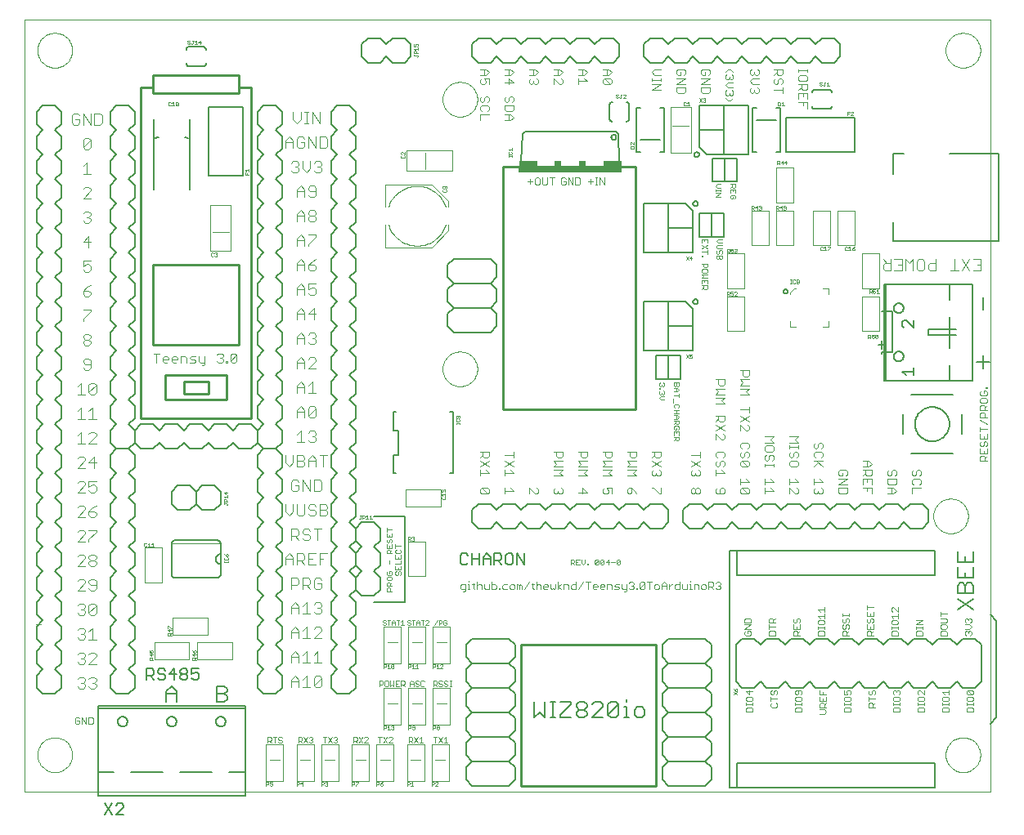
<source format=gto>
G75*
G70*
%OFA0B0*%
%FSLAX24Y24*%
%IPPOS*%
%LPD*%
%AMOC8*
5,1,8,0,0,1.08239X$1,22.5*
%
%ADD10C,0.0000*%
%ADD11C,0.0070*%
%ADD12C,0.0030*%
%ADD13C,0.0100*%
%ADD14C,0.0060*%
%ADD15C,0.0040*%
%ADD16C,0.0020*%
%ADD17C,0.0050*%
%ADD18C,0.0080*%
%ADD19R,0.4200X0.0300*%
%ADD20R,0.0750X0.0200*%
%ADD21R,0.0300X0.0200*%
%ADD22C,0.0010*%
D10*
X000930Y005893D02*
X000930Y037389D01*
X040300Y037389D01*
X040300Y005893D01*
X000930Y005893D01*
X001463Y007403D02*
X001465Y007456D01*
X001471Y007509D01*
X001481Y007561D01*
X001494Y007612D01*
X001512Y007662D01*
X001533Y007711D01*
X001558Y007758D01*
X001586Y007802D01*
X001618Y007845D01*
X001652Y007885D01*
X001690Y007923D01*
X001730Y007957D01*
X001773Y007989D01*
X001818Y008017D01*
X001864Y008042D01*
X001913Y008063D01*
X001963Y008081D01*
X002014Y008094D01*
X002066Y008104D01*
X002119Y008110D01*
X002172Y008112D01*
X002225Y008110D01*
X002278Y008104D01*
X002330Y008094D01*
X002381Y008081D01*
X002431Y008063D01*
X002480Y008042D01*
X002527Y008017D01*
X002571Y007989D01*
X002614Y007957D01*
X002654Y007923D01*
X002692Y007885D01*
X002726Y007845D01*
X002758Y007802D01*
X002786Y007757D01*
X002811Y007711D01*
X002832Y007662D01*
X002850Y007612D01*
X002863Y007561D01*
X002873Y007509D01*
X002879Y007456D01*
X002881Y007403D01*
X002879Y007350D01*
X002873Y007297D01*
X002863Y007245D01*
X002850Y007194D01*
X002832Y007144D01*
X002811Y007095D01*
X002786Y007048D01*
X002758Y007004D01*
X002726Y006961D01*
X002692Y006921D01*
X002654Y006883D01*
X002614Y006849D01*
X002571Y006817D01*
X002526Y006789D01*
X002480Y006764D01*
X002431Y006743D01*
X002381Y006725D01*
X002330Y006712D01*
X002278Y006702D01*
X002225Y006696D01*
X002172Y006694D01*
X002119Y006696D01*
X002066Y006702D01*
X002014Y006712D01*
X001963Y006725D01*
X001913Y006743D01*
X001864Y006764D01*
X001817Y006789D01*
X001773Y006817D01*
X001730Y006849D01*
X001690Y006883D01*
X001652Y006921D01*
X001618Y006961D01*
X001586Y007004D01*
X001558Y007049D01*
X001533Y007095D01*
X001512Y007144D01*
X001494Y007194D01*
X001481Y007245D01*
X001471Y007297D01*
X001465Y007350D01*
X001463Y007403D01*
X017971Y023143D02*
X017973Y023196D01*
X017979Y023249D01*
X017989Y023301D01*
X018002Y023352D01*
X018020Y023402D01*
X018041Y023451D01*
X018066Y023498D01*
X018094Y023542D01*
X018126Y023585D01*
X018160Y023625D01*
X018198Y023663D01*
X018238Y023697D01*
X018281Y023729D01*
X018326Y023757D01*
X018372Y023782D01*
X018421Y023803D01*
X018471Y023821D01*
X018522Y023834D01*
X018574Y023844D01*
X018627Y023850D01*
X018680Y023852D01*
X018733Y023850D01*
X018786Y023844D01*
X018838Y023834D01*
X018889Y023821D01*
X018939Y023803D01*
X018988Y023782D01*
X019035Y023757D01*
X019079Y023729D01*
X019122Y023697D01*
X019162Y023663D01*
X019200Y023625D01*
X019234Y023585D01*
X019266Y023542D01*
X019294Y023497D01*
X019319Y023451D01*
X019340Y023402D01*
X019358Y023352D01*
X019371Y023301D01*
X019381Y023249D01*
X019387Y023196D01*
X019389Y023143D01*
X019387Y023090D01*
X019381Y023037D01*
X019371Y022985D01*
X019358Y022934D01*
X019340Y022884D01*
X019319Y022835D01*
X019294Y022788D01*
X019266Y022744D01*
X019234Y022701D01*
X019200Y022661D01*
X019162Y022623D01*
X019122Y022589D01*
X019079Y022557D01*
X019034Y022529D01*
X018988Y022504D01*
X018939Y022483D01*
X018889Y022465D01*
X018838Y022452D01*
X018786Y022442D01*
X018733Y022436D01*
X018680Y022434D01*
X018627Y022436D01*
X018574Y022442D01*
X018522Y022452D01*
X018471Y022465D01*
X018421Y022483D01*
X018372Y022504D01*
X018325Y022529D01*
X018281Y022557D01*
X018238Y022589D01*
X018198Y022623D01*
X018160Y022661D01*
X018126Y022701D01*
X018094Y022744D01*
X018066Y022789D01*
X018041Y022835D01*
X018020Y022884D01*
X018002Y022934D01*
X017989Y022985D01*
X017979Y023037D01*
X017973Y023090D01*
X017971Y023143D01*
X017971Y034143D02*
X017973Y034196D01*
X017979Y034249D01*
X017989Y034301D01*
X018002Y034352D01*
X018020Y034402D01*
X018041Y034451D01*
X018066Y034498D01*
X018094Y034542D01*
X018126Y034585D01*
X018160Y034625D01*
X018198Y034663D01*
X018238Y034697D01*
X018281Y034729D01*
X018326Y034757D01*
X018372Y034782D01*
X018421Y034803D01*
X018471Y034821D01*
X018522Y034834D01*
X018574Y034844D01*
X018627Y034850D01*
X018680Y034852D01*
X018733Y034850D01*
X018786Y034844D01*
X018838Y034834D01*
X018889Y034821D01*
X018939Y034803D01*
X018988Y034782D01*
X019035Y034757D01*
X019079Y034729D01*
X019122Y034697D01*
X019162Y034663D01*
X019200Y034625D01*
X019234Y034585D01*
X019266Y034542D01*
X019294Y034497D01*
X019319Y034451D01*
X019340Y034402D01*
X019358Y034352D01*
X019371Y034301D01*
X019381Y034249D01*
X019387Y034196D01*
X019389Y034143D01*
X019387Y034090D01*
X019381Y034037D01*
X019371Y033985D01*
X019358Y033934D01*
X019340Y033884D01*
X019319Y033835D01*
X019294Y033788D01*
X019266Y033744D01*
X019234Y033701D01*
X019200Y033661D01*
X019162Y033623D01*
X019122Y033589D01*
X019079Y033557D01*
X019034Y033529D01*
X018988Y033504D01*
X018939Y033483D01*
X018889Y033465D01*
X018838Y033452D01*
X018786Y033442D01*
X018733Y033436D01*
X018680Y033434D01*
X018627Y033436D01*
X018574Y033442D01*
X018522Y033452D01*
X018471Y033465D01*
X018421Y033483D01*
X018372Y033504D01*
X018325Y033529D01*
X018281Y033557D01*
X018238Y033589D01*
X018198Y033623D01*
X018160Y033661D01*
X018126Y033701D01*
X018094Y033744D01*
X018066Y033789D01*
X018041Y033835D01*
X018020Y033884D01*
X018002Y033934D01*
X017989Y033985D01*
X017979Y034037D01*
X017973Y034090D01*
X017971Y034143D01*
X001463Y036143D02*
X001465Y036196D01*
X001471Y036249D01*
X001481Y036301D01*
X001494Y036352D01*
X001512Y036402D01*
X001533Y036451D01*
X001558Y036498D01*
X001586Y036542D01*
X001618Y036585D01*
X001652Y036625D01*
X001690Y036663D01*
X001730Y036697D01*
X001773Y036729D01*
X001818Y036757D01*
X001864Y036782D01*
X001913Y036803D01*
X001963Y036821D01*
X002014Y036834D01*
X002066Y036844D01*
X002119Y036850D01*
X002172Y036852D01*
X002225Y036850D01*
X002278Y036844D01*
X002330Y036834D01*
X002381Y036821D01*
X002431Y036803D01*
X002480Y036782D01*
X002527Y036757D01*
X002571Y036729D01*
X002614Y036697D01*
X002654Y036663D01*
X002692Y036625D01*
X002726Y036585D01*
X002758Y036542D01*
X002786Y036497D01*
X002811Y036451D01*
X002832Y036402D01*
X002850Y036352D01*
X002863Y036301D01*
X002873Y036249D01*
X002879Y036196D01*
X002881Y036143D01*
X002879Y036090D01*
X002873Y036037D01*
X002863Y035985D01*
X002850Y035934D01*
X002832Y035884D01*
X002811Y035835D01*
X002786Y035788D01*
X002758Y035744D01*
X002726Y035701D01*
X002692Y035661D01*
X002654Y035623D01*
X002614Y035589D01*
X002571Y035557D01*
X002526Y035529D01*
X002480Y035504D01*
X002431Y035483D01*
X002381Y035465D01*
X002330Y035452D01*
X002278Y035442D01*
X002225Y035436D01*
X002172Y035434D01*
X002119Y035436D01*
X002066Y035442D01*
X002014Y035452D01*
X001963Y035465D01*
X001913Y035483D01*
X001864Y035504D01*
X001817Y035529D01*
X001773Y035557D01*
X001730Y035589D01*
X001690Y035623D01*
X001652Y035661D01*
X001618Y035701D01*
X001586Y035744D01*
X001558Y035789D01*
X001533Y035835D01*
X001512Y035884D01*
X001494Y035934D01*
X001481Y035985D01*
X001471Y036037D01*
X001465Y036090D01*
X001463Y036143D01*
X038471Y036143D02*
X038473Y036196D01*
X038479Y036249D01*
X038489Y036301D01*
X038502Y036352D01*
X038520Y036402D01*
X038541Y036451D01*
X038566Y036498D01*
X038594Y036542D01*
X038626Y036585D01*
X038660Y036625D01*
X038698Y036663D01*
X038738Y036697D01*
X038781Y036729D01*
X038826Y036757D01*
X038872Y036782D01*
X038921Y036803D01*
X038971Y036821D01*
X039022Y036834D01*
X039074Y036844D01*
X039127Y036850D01*
X039180Y036852D01*
X039233Y036850D01*
X039286Y036844D01*
X039338Y036834D01*
X039389Y036821D01*
X039439Y036803D01*
X039488Y036782D01*
X039535Y036757D01*
X039579Y036729D01*
X039622Y036697D01*
X039662Y036663D01*
X039700Y036625D01*
X039734Y036585D01*
X039766Y036542D01*
X039794Y036497D01*
X039819Y036451D01*
X039840Y036402D01*
X039858Y036352D01*
X039871Y036301D01*
X039881Y036249D01*
X039887Y036196D01*
X039889Y036143D01*
X039887Y036090D01*
X039881Y036037D01*
X039871Y035985D01*
X039858Y035934D01*
X039840Y035884D01*
X039819Y035835D01*
X039794Y035788D01*
X039766Y035744D01*
X039734Y035701D01*
X039700Y035661D01*
X039662Y035623D01*
X039622Y035589D01*
X039579Y035557D01*
X039534Y035529D01*
X039488Y035504D01*
X039439Y035483D01*
X039389Y035465D01*
X039338Y035452D01*
X039286Y035442D01*
X039233Y035436D01*
X039180Y035434D01*
X039127Y035436D01*
X039074Y035442D01*
X039022Y035452D01*
X038971Y035465D01*
X038921Y035483D01*
X038872Y035504D01*
X038825Y035529D01*
X038781Y035557D01*
X038738Y035589D01*
X038698Y035623D01*
X038660Y035661D01*
X038626Y035701D01*
X038594Y035744D01*
X038566Y035789D01*
X038541Y035835D01*
X038520Y035884D01*
X038502Y035934D01*
X038489Y035985D01*
X038479Y036037D01*
X038473Y036090D01*
X038471Y036143D01*
X037971Y017143D02*
X037973Y017196D01*
X037979Y017249D01*
X037989Y017301D01*
X038002Y017352D01*
X038020Y017402D01*
X038041Y017451D01*
X038066Y017498D01*
X038094Y017542D01*
X038126Y017585D01*
X038160Y017625D01*
X038198Y017663D01*
X038238Y017697D01*
X038281Y017729D01*
X038326Y017757D01*
X038372Y017782D01*
X038421Y017803D01*
X038471Y017821D01*
X038522Y017834D01*
X038574Y017844D01*
X038627Y017850D01*
X038680Y017852D01*
X038733Y017850D01*
X038786Y017844D01*
X038838Y017834D01*
X038889Y017821D01*
X038939Y017803D01*
X038988Y017782D01*
X039035Y017757D01*
X039079Y017729D01*
X039122Y017697D01*
X039162Y017663D01*
X039200Y017625D01*
X039234Y017585D01*
X039266Y017542D01*
X039294Y017497D01*
X039319Y017451D01*
X039340Y017402D01*
X039358Y017352D01*
X039371Y017301D01*
X039381Y017249D01*
X039387Y017196D01*
X039389Y017143D01*
X039387Y017090D01*
X039381Y017037D01*
X039371Y016985D01*
X039358Y016934D01*
X039340Y016884D01*
X039319Y016835D01*
X039294Y016788D01*
X039266Y016744D01*
X039234Y016701D01*
X039200Y016661D01*
X039162Y016623D01*
X039122Y016589D01*
X039079Y016557D01*
X039034Y016529D01*
X038988Y016504D01*
X038939Y016483D01*
X038889Y016465D01*
X038838Y016452D01*
X038786Y016442D01*
X038733Y016436D01*
X038680Y016434D01*
X038627Y016436D01*
X038574Y016442D01*
X038522Y016452D01*
X038471Y016465D01*
X038421Y016483D01*
X038372Y016504D01*
X038325Y016529D01*
X038281Y016557D01*
X038238Y016589D01*
X038198Y016623D01*
X038160Y016661D01*
X038126Y016701D01*
X038094Y016744D01*
X038066Y016789D01*
X038041Y016835D01*
X038020Y016884D01*
X038002Y016934D01*
X037989Y016985D01*
X037979Y017037D01*
X037973Y017090D01*
X037971Y017143D01*
X038471Y007403D02*
X038473Y007456D01*
X038479Y007509D01*
X038489Y007561D01*
X038502Y007612D01*
X038520Y007662D01*
X038541Y007711D01*
X038566Y007758D01*
X038594Y007802D01*
X038626Y007845D01*
X038660Y007885D01*
X038698Y007923D01*
X038738Y007957D01*
X038781Y007989D01*
X038826Y008017D01*
X038872Y008042D01*
X038921Y008063D01*
X038971Y008081D01*
X039022Y008094D01*
X039074Y008104D01*
X039127Y008110D01*
X039180Y008112D01*
X039233Y008110D01*
X039286Y008104D01*
X039338Y008094D01*
X039389Y008081D01*
X039439Y008063D01*
X039488Y008042D01*
X039535Y008017D01*
X039579Y007989D01*
X039622Y007957D01*
X039662Y007923D01*
X039700Y007885D01*
X039734Y007845D01*
X039766Y007802D01*
X039794Y007757D01*
X039819Y007711D01*
X039840Y007662D01*
X039858Y007612D01*
X039871Y007561D01*
X039881Y007509D01*
X039887Y007456D01*
X039889Y007403D01*
X039887Y007350D01*
X039881Y007297D01*
X039871Y007245D01*
X039858Y007194D01*
X039840Y007144D01*
X039819Y007095D01*
X039794Y007048D01*
X039766Y007004D01*
X039734Y006961D01*
X039700Y006921D01*
X039662Y006883D01*
X039622Y006849D01*
X039579Y006817D01*
X039534Y006789D01*
X039488Y006764D01*
X039439Y006743D01*
X039389Y006725D01*
X039338Y006712D01*
X039286Y006702D01*
X039233Y006696D01*
X039180Y006694D01*
X039127Y006696D01*
X039074Y006702D01*
X039022Y006712D01*
X038971Y006725D01*
X038921Y006743D01*
X038872Y006764D01*
X038825Y006789D01*
X038781Y006817D01*
X038738Y006849D01*
X038698Y006883D01*
X038660Y006921D01*
X038626Y006961D01*
X038594Y007004D01*
X038566Y007049D01*
X038541Y007095D01*
X038520Y007144D01*
X038502Y007194D01*
X038489Y007245D01*
X038479Y007297D01*
X038473Y007350D01*
X038471Y007403D01*
D11*
X040000Y023178D02*
X040000Y023705D01*
X040263Y023442D02*
X039736Y023442D01*
X040000Y025554D02*
X040000Y026081D01*
X035963Y025052D02*
X035963Y024725D01*
X035885Y024298D02*
X035885Y023971D01*
X035721Y024135D02*
X036048Y024135D01*
D12*
X035784Y024685D02*
X035784Y026102D01*
X035391Y026102D01*
X035115Y026102D01*
X035076Y026102D01*
X035076Y024685D01*
X035115Y024685D01*
X035784Y024685D01*
X035784Y026435D02*
X035784Y027852D01*
X035745Y027852D01*
X035076Y027852D01*
X035076Y026435D01*
X035469Y026435D01*
X035745Y026435D01*
X035784Y026435D01*
X034784Y028185D02*
X034745Y028185D01*
X034469Y028185D01*
X034076Y028185D01*
X034076Y029602D01*
X034745Y029602D01*
X034784Y029602D01*
X034784Y028185D01*
X033784Y028185D02*
X033784Y029602D01*
X033745Y029602D01*
X033076Y029602D01*
X033076Y028185D01*
X033469Y028185D01*
X033745Y028185D01*
X033784Y028185D01*
X032284Y028185D02*
X032284Y029602D01*
X031891Y029602D01*
X031615Y029602D01*
X031576Y029602D01*
X031576Y028185D01*
X031615Y028185D01*
X032284Y028185D01*
X031284Y028185D02*
X031284Y029602D01*
X030891Y029602D01*
X030615Y029602D01*
X030576Y029602D01*
X030576Y028185D01*
X030615Y028185D01*
X031284Y028185D01*
X030284Y027852D02*
X029891Y027852D01*
X029615Y027852D01*
X029576Y027852D01*
X029576Y026435D01*
X029615Y026435D01*
X030284Y026435D01*
X030284Y027852D01*
X030284Y026102D02*
X029891Y026102D01*
X029615Y026102D01*
X029576Y026102D01*
X029576Y024685D01*
X029615Y024685D01*
X030284Y024685D01*
X030284Y026102D01*
X030218Y023085D02*
X030218Y022900D01*
X030280Y022838D01*
X030404Y022838D01*
X030465Y022900D01*
X030465Y023085D01*
X030095Y023085D01*
X030095Y022716D02*
X030218Y022593D01*
X030095Y022470D01*
X030465Y022470D01*
X030465Y022348D02*
X030342Y022225D01*
X030465Y022101D01*
X030095Y022101D01*
X030095Y022348D02*
X030465Y022348D01*
X030465Y022716D02*
X030095Y022716D01*
X029465Y022716D02*
X029465Y022531D01*
X029404Y022470D01*
X029280Y022470D01*
X029218Y022531D01*
X029218Y022716D01*
X029095Y022716D02*
X029465Y022716D01*
X029465Y022348D02*
X029095Y022348D01*
X029218Y022225D01*
X029095Y022101D01*
X029465Y022101D01*
X029465Y021980D02*
X029342Y021856D01*
X029465Y021733D01*
X029095Y021733D01*
X029095Y021980D02*
X029465Y021980D01*
X030095Y021488D02*
X030465Y021488D01*
X030465Y021611D02*
X030465Y021365D01*
X030465Y021243D02*
X030095Y020996D01*
X030095Y020875D02*
X030342Y020628D01*
X030404Y020628D01*
X030465Y020690D01*
X030465Y020813D01*
X030404Y020875D01*
X030465Y020996D02*
X030095Y021243D01*
X030095Y020875D02*
X030095Y020628D01*
X030157Y020138D02*
X030095Y020076D01*
X030095Y019953D01*
X030157Y019891D01*
X030157Y019770D02*
X030095Y019708D01*
X030095Y019585D01*
X030157Y019523D01*
X030218Y019523D01*
X030280Y019585D01*
X030280Y019708D01*
X030342Y019770D01*
X030404Y019770D01*
X030465Y019708D01*
X030465Y019585D01*
X030404Y019523D01*
X030404Y019402D02*
X030157Y019402D01*
X030404Y019155D01*
X030157Y019155D01*
X030095Y019216D01*
X030095Y019340D01*
X030157Y019402D01*
X030404Y019402D02*
X030465Y019340D01*
X030465Y019216D01*
X030404Y019155D01*
X030342Y018665D02*
X030465Y018542D01*
X030095Y018542D01*
X030095Y018665D02*
X030095Y018418D01*
X030157Y018297D02*
X030404Y018050D01*
X030157Y018050D01*
X030095Y018111D01*
X030095Y018235D01*
X030157Y018297D01*
X030404Y018297D01*
X030465Y018235D01*
X030465Y018111D01*
X030404Y018050D01*
X031095Y018050D02*
X031095Y018297D01*
X031095Y018418D02*
X031095Y018665D01*
X031095Y018541D02*
X031465Y018541D01*
X031342Y018665D01*
X031342Y018297D02*
X031465Y018173D01*
X031095Y018173D01*
X031095Y019155D02*
X031095Y019279D01*
X031095Y019217D02*
X031465Y019217D01*
X031465Y019279D02*
X031465Y019155D01*
X031404Y019400D02*
X031465Y019462D01*
X031465Y019585D01*
X031404Y019647D01*
X031342Y019647D01*
X031280Y019585D01*
X031280Y019462D01*
X031218Y019400D01*
X031157Y019400D01*
X031095Y019462D01*
X031095Y019585D01*
X031157Y019647D01*
X031157Y019769D02*
X031404Y019769D01*
X031465Y019830D01*
X031465Y019954D01*
X031404Y020015D01*
X031157Y020015D01*
X031095Y019954D01*
X031095Y019830D01*
X031157Y019769D01*
X031095Y020137D02*
X031465Y020137D01*
X031342Y020260D01*
X031465Y020384D01*
X031095Y020384D01*
X030465Y020076D02*
X030465Y019953D01*
X030404Y019891D01*
X030465Y020076D02*
X030404Y020138D01*
X030157Y020138D01*
X029465Y020321D02*
X029465Y020445D01*
X029404Y020507D01*
X029465Y020628D02*
X029095Y020875D01*
X029095Y020996D02*
X029218Y021120D01*
X029218Y021058D02*
X029218Y021243D01*
X029095Y021243D02*
X029465Y021243D01*
X029465Y021058D01*
X029404Y020996D01*
X029280Y020996D01*
X029218Y021058D01*
X029465Y020875D02*
X029095Y020628D01*
X029095Y020507D02*
X029342Y020260D01*
X029404Y020260D01*
X029465Y020321D01*
X029095Y020260D02*
X029095Y020507D01*
X029157Y019770D02*
X029095Y019708D01*
X029095Y019585D01*
X029157Y019523D01*
X029157Y019402D02*
X029095Y019340D01*
X029095Y019216D01*
X029157Y019155D01*
X029218Y019155D01*
X029280Y019216D01*
X029280Y019340D01*
X029342Y019402D01*
X029404Y019402D01*
X029465Y019340D01*
X029465Y019216D01*
X029404Y019155D01*
X029342Y019033D02*
X029465Y018910D01*
X029095Y018910D01*
X029095Y019033D02*
X029095Y018786D01*
X029157Y018297D02*
X029095Y018235D01*
X029095Y018111D01*
X029157Y018050D01*
X029404Y018050D01*
X029465Y018111D01*
X029465Y018235D01*
X029404Y018297D01*
X029342Y018297D01*
X029280Y018235D01*
X029280Y018050D01*
X028465Y018111D02*
X028404Y018050D01*
X028342Y018050D01*
X028280Y018111D01*
X028280Y018235D01*
X028342Y018297D01*
X028404Y018297D01*
X028465Y018235D01*
X028465Y018111D01*
X028280Y018111D02*
X028218Y018050D01*
X028157Y018050D01*
X028095Y018111D01*
X028095Y018235D01*
X028157Y018297D01*
X028218Y018297D01*
X028280Y018235D01*
X028218Y018786D02*
X028157Y018786D01*
X028095Y018848D01*
X028095Y018972D01*
X028157Y019033D01*
X028095Y019155D02*
X028465Y019402D01*
X028465Y019523D02*
X028465Y019770D01*
X028465Y019646D02*
X028095Y019646D01*
X028095Y019402D02*
X028465Y019155D01*
X028404Y019033D02*
X028465Y018972D01*
X028465Y018848D01*
X028404Y018786D01*
X028342Y018786D01*
X028280Y018848D01*
X028218Y018786D01*
X028280Y018848D02*
X028280Y018910D01*
X029157Y019770D02*
X029404Y019770D01*
X029465Y019708D01*
X029465Y019585D01*
X029404Y019523D01*
X026865Y019585D02*
X026804Y019523D01*
X026680Y019523D01*
X026618Y019585D01*
X026618Y019770D01*
X026495Y019770D02*
X026865Y019770D01*
X026865Y019585D01*
X026865Y019402D02*
X026495Y019155D01*
X026557Y019033D02*
X026495Y018972D01*
X026495Y018848D01*
X026557Y018786D01*
X026618Y018786D01*
X026680Y018848D01*
X026680Y018910D01*
X026680Y018848D02*
X026742Y018786D01*
X026804Y018786D01*
X026865Y018848D01*
X026865Y018972D01*
X026804Y019033D01*
X026865Y019155D02*
X026495Y019402D01*
X026495Y019523D02*
X026618Y019646D01*
X025865Y019585D02*
X025804Y019523D01*
X025680Y019523D01*
X025618Y019585D01*
X025618Y019770D01*
X025495Y019770D02*
X025865Y019770D01*
X025865Y019585D01*
X025865Y019402D02*
X025495Y019402D01*
X025618Y019278D01*
X025495Y019155D01*
X025865Y019155D01*
X025865Y019033D02*
X025742Y018910D01*
X025865Y018786D01*
X025495Y018786D01*
X025495Y019033D02*
X025865Y019033D01*
X025680Y018297D02*
X025680Y018111D01*
X025618Y018050D01*
X025557Y018050D01*
X025495Y018111D01*
X025495Y018235D01*
X025557Y018297D01*
X025680Y018297D01*
X025804Y018173D01*
X025865Y018050D01*
X024865Y018050D02*
X024865Y018297D01*
X024680Y018297D01*
X024742Y018173D01*
X024742Y018111D01*
X024680Y018050D01*
X024557Y018050D01*
X024495Y018111D01*
X024495Y018235D01*
X024557Y018297D01*
X024495Y018786D02*
X024865Y018786D01*
X024742Y018910D01*
X024865Y019033D01*
X024495Y019033D01*
X024495Y019155D02*
X024865Y019155D01*
X024865Y019402D02*
X024495Y019402D01*
X024618Y019278D01*
X024495Y019155D01*
X024680Y019523D02*
X024618Y019585D01*
X024618Y019770D01*
X024495Y019770D02*
X024865Y019770D01*
X024865Y019585D01*
X024804Y019523D01*
X024680Y019523D01*
X023865Y019585D02*
X023804Y019523D01*
X023680Y019523D01*
X023618Y019585D01*
X023618Y019770D01*
X023495Y019770D02*
X023865Y019770D01*
X023865Y019585D01*
X023865Y019402D02*
X023495Y019402D01*
X023618Y019278D01*
X023495Y019155D01*
X023865Y019155D01*
X023865Y019033D02*
X023495Y019033D01*
X023495Y018786D02*
X023865Y018786D01*
X023742Y018910D01*
X023865Y019033D01*
X023680Y018297D02*
X023680Y018050D01*
X023495Y018111D02*
X023865Y018111D01*
X023680Y018297D01*
X022865Y018235D02*
X022865Y018111D01*
X022804Y018050D01*
X022742Y018050D01*
X022680Y018111D01*
X022618Y018050D01*
X022557Y018050D01*
X022495Y018111D01*
X022495Y018235D01*
X022557Y018297D01*
X022680Y018173D02*
X022680Y018111D01*
X022865Y018235D02*
X022804Y018297D01*
X022865Y018786D02*
X022495Y018786D01*
X022495Y019033D02*
X022865Y019033D01*
X022742Y018910D01*
X022865Y018786D01*
X022865Y019155D02*
X022495Y019155D01*
X022618Y019278D01*
X022495Y019402D01*
X022865Y019402D01*
X022804Y019523D02*
X022680Y019523D01*
X022618Y019585D01*
X022618Y019770D01*
X022495Y019770D02*
X022865Y019770D01*
X022865Y019585D01*
X022804Y019523D01*
X021804Y018297D02*
X021865Y018235D01*
X021865Y018111D01*
X021804Y018050D01*
X021742Y018050D01*
X021495Y018297D01*
X021495Y018050D01*
X020865Y018173D02*
X020495Y018173D01*
X020495Y018050D02*
X020495Y018297D01*
X020742Y018297D02*
X020865Y018173D01*
X020495Y018786D02*
X020495Y019033D01*
X020495Y019155D02*
X020865Y019402D01*
X020865Y019523D02*
X020865Y019770D01*
X020865Y019646D02*
X020495Y019646D01*
X020495Y019402D02*
X020865Y019155D01*
X020742Y019033D02*
X020865Y018910D01*
X020495Y018910D01*
X019865Y018910D02*
X019495Y018910D01*
X019495Y019033D02*
X019495Y018786D01*
X019742Y019033D02*
X019865Y018910D01*
X019865Y019155D02*
X019495Y019402D01*
X019495Y019523D02*
X019618Y019646D01*
X019618Y019585D02*
X019618Y019770D01*
X019495Y019770D02*
X019865Y019770D01*
X019865Y019585D01*
X019804Y019523D01*
X019680Y019523D01*
X019618Y019585D01*
X019865Y019402D02*
X019495Y019155D01*
X019557Y018297D02*
X019804Y018050D01*
X019557Y018050D01*
X019495Y018111D01*
X019495Y018235D01*
X019557Y018297D01*
X019804Y018297D01*
X019865Y018235D01*
X019865Y018111D01*
X019804Y018050D01*
X017889Y017933D02*
X017889Y017539D01*
X016471Y017539D01*
X016471Y018208D01*
X016471Y018248D01*
X017889Y018248D01*
X017889Y018208D01*
X017889Y017933D01*
X017284Y016102D02*
X016891Y016102D01*
X016615Y016102D01*
X016576Y016102D01*
X016576Y014685D01*
X016615Y014685D01*
X017284Y014685D01*
X017284Y016102D01*
X018743Y014352D02*
X018695Y014303D01*
X018695Y014207D01*
X018743Y014158D01*
X018888Y014158D01*
X018888Y014110D02*
X018888Y014352D01*
X018743Y014352D01*
X018990Y014352D02*
X019038Y014352D01*
X019038Y014158D01*
X018990Y014158D02*
X019086Y014158D01*
X019234Y014207D02*
X019283Y014158D01*
X019234Y014207D02*
X019234Y014400D01*
X019186Y014352D02*
X019283Y014352D01*
X019383Y014303D02*
X019431Y014352D01*
X019528Y014352D01*
X019576Y014303D01*
X019576Y014158D01*
X019677Y014207D02*
X019726Y014158D01*
X019871Y014158D01*
X019871Y014352D01*
X019972Y014352D02*
X020117Y014352D01*
X020165Y014303D01*
X020165Y014207D01*
X020117Y014158D01*
X019972Y014158D01*
X019972Y014449D01*
X019677Y014352D02*
X019677Y014207D01*
X019383Y014158D02*
X019383Y014449D01*
X019038Y014449D02*
X019038Y014497D01*
X018888Y014110D02*
X018840Y014062D01*
X018792Y014062D01*
X020266Y014158D02*
X020315Y014158D01*
X020315Y014207D01*
X020266Y014207D01*
X020266Y014158D01*
X020414Y014207D02*
X020462Y014158D01*
X020607Y014158D01*
X020708Y014207D02*
X020757Y014158D01*
X020854Y014158D01*
X020902Y014207D01*
X020902Y014303D01*
X020854Y014352D01*
X020757Y014352D01*
X020708Y014303D01*
X020708Y014207D01*
X020607Y014352D02*
X020462Y014352D01*
X020414Y014303D01*
X020414Y014207D01*
X021003Y014158D02*
X021003Y014352D01*
X021051Y014352D01*
X021100Y014303D01*
X021148Y014352D01*
X021197Y014303D01*
X021197Y014158D01*
X021100Y014158D02*
X021100Y014303D01*
X021298Y014158D02*
X021491Y014449D01*
X021592Y014352D02*
X021689Y014352D01*
X021641Y014400D02*
X021641Y014207D01*
X021689Y014158D01*
X021789Y014158D02*
X021789Y014449D01*
X021837Y014352D02*
X021934Y014352D01*
X021982Y014303D01*
X021982Y014158D01*
X022083Y014207D02*
X022083Y014303D01*
X022132Y014352D01*
X022229Y014352D01*
X022277Y014303D01*
X022277Y014255D01*
X022083Y014255D01*
X022083Y014207D02*
X022132Y014158D01*
X022229Y014158D01*
X022378Y014207D02*
X022427Y014158D01*
X022475Y014207D01*
X022523Y014158D01*
X022572Y014207D01*
X022572Y014352D01*
X022673Y014449D02*
X022673Y014158D01*
X022673Y014255D02*
X022818Y014352D01*
X022918Y014352D02*
X023063Y014352D01*
X023112Y014303D01*
X023112Y014158D01*
X023213Y014207D02*
X023213Y014303D01*
X023261Y014352D01*
X023406Y014352D01*
X023406Y014449D02*
X023406Y014158D01*
X023261Y014158D01*
X023213Y014207D01*
X023508Y014158D02*
X023701Y014449D01*
X023802Y014449D02*
X023996Y014449D01*
X023899Y014449D02*
X023899Y014158D01*
X024097Y014207D02*
X024097Y014303D01*
X024145Y014352D01*
X024242Y014352D01*
X024290Y014303D01*
X024290Y014255D01*
X024097Y014255D01*
X024097Y014207D02*
X024145Y014158D01*
X024242Y014158D01*
X024392Y014207D02*
X024392Y014303D01*
X024440Y014352D01*
X024537Y014352D01*
X024585Y014303D01*
X024585Y014255D01*
X024392Y014255D01*
X024392Y014207D02*
X024440Y014158D01*
X024537Y014158D01*
X024686Y014158D02*
X024686Y014352D01*
X024831Y014352D01*
X024880Y014303D01*
X024880Y014158D01*
X024981Y014158D02*
X025126Y014158D01*
X025174Y014207D01*
X025126Y014255D01*
X025029Y014255D01*
X024981Y014303D01*
X025029Y014352D01*
X025174Y014352D01*
X025276Y014352D02*
X025276Y014207D01*
X025324Y014158D01*
X025469Y014158D01*
X025469Y014110D02*
X025421Y014062D01*
X025372Y014062D01*
X025469Y014110D02*
X025469Y014352D01*
X025570Y014400D02*
X025619Y014449D01*
X025715Y014449D01*
X025764Y014400D01*
X025764Y014352D01*
X025715Y014303D01*
X025764Y014255D01*
X025764Y014207D01*
X025715Y014158D01*
X025619Y014158D01*
X025570Y014207D01*
X025667Y014303D02*
X025715Y014303D01*
X025865Y014207D02*
X025913Y014207D01*
X025913Y014158D01*
X025865Y014158D01*
X025865Y014207D01*
X026012Y014207D02*
X026206Y014400D01*
X026206Y014207D01*
X026157Y014158D01*
X026061Y014158D01*
X026012Y014207D01*
X026012Y014400D01*
X026061Y014449D01*
X026157Y014449D01*
X026206Y014400D01*
X026307Y014449D02*
X026500Y014449D01*
X026404Y014449D02*
X026404Y014158D01*
X026601Y014207D02*
X026650Y014158D01*
X026747Y014158D01*
X026795Y014207D01*
X026795Y014303D01*
X026747Y014352D01*
X026650Y014352D01*
X026601Y014303D01*
X026601Y014207D01*
X026896Y014158D02*
X026896Y014352D01*
X026993Y014449D01*
X027090Y014352D01*
X027090Y014158D01*
X027191Y014158D02*
X027191Y014352D01*
X027288Y014352D02*
X027336Y014352D01*
X027288Y014352D02*
X027191Y014255D01*
X027090Y014303D02*
X026896Y014303D01*
X027436Y014303D02*
X027485Y014352D01*
X027630Y014352D01*
X027630Y014449D02*
X027630Y014158D01*
X027485Y014158D01*
X027436Y014207D01*
X027436Y014303D01*
X027731Y014352D02*
X027731Y014207D01*
X027779Y014158D01*
X027924Y014158D01*
X027924Y014352D01*
X028026Y014352D02*
X028074Y014352D01*
X028074Y014158D01*
X028026Y014158D02*
X028122Y014158D01*
X028222Y014158D02*
X028222Y014352D01*
X028367Y014352D01*
X028416Y014303D01*
X028416Y014158D01*
X028517Y014207D02*
X028565Y014158D01*
X028662Y014158D01*
X028710Y014207D01*
X028710Y014303D01*
X028662Y014352D01*
X028565Y014352D01*
X028517Y014303D01*
X028517Y014207D01*
X028811Y014255D02*
X028956Y014255D01*
X029005Y014303D01*
X029005Y014400D01*
X028956Y014449D01*
X028811Y014449D01*
X028811Y014158D01*
X028908Y014255D02*
X029005Y014158D01*
X029106Y014207D02*
X029154Y014158D01*
X029251Y014158D01*
X029300Y014207D01*
X029300Y014255D01*
X029251Y014303D01*
X029203Y014303D01*
X029251Y014303D02*
X029300Y014352D01*
X029300Y014400D01*
X029251Y014449D01*
X029154Y014449D01*
X029106Y014400D01*
X028074Y014449D02*
X028074Y014497D01*
X026865Y018050D02*
X026804Y018050D01*
X026557Y018297D01*
X026495Y018297D01*
X026865Y018297D02*
X026865Y018050D01*
X022918Y014352D02*
X022918Y014158D01*
X022818Y014158D02*
X022673Y014255D01*
X022378Y014207D02*
X022378Y014352D01*
X021837Y014352D02*
X021789Y014303D01*
X018280Y012643D02*
X017580Y012643D01*
X017580Y011143D01*
X018280Y011143D01*
X018280Y012643D01*
X018130Y011993D02*
X017730Y011993D01*
X017130Y011993D02*
X016730Y011993D01*
X016130Y011993D02*
X015730Y011993D01*
X015580Y012643D02*
X016280Y012643D01*
X016280Y011143D01*
X015580Y011143D01*
X015580Y012643D01*
X016580Y012643D02*
X017280Y012643D01*
X017280Y011143D01*
X016580Y011143D01*
X016580Y012643D01*
X016580Y010143D02*
X017280Y010143D01*
X017280Y008643D01*
X016580Y008643D01*
X016580Y010143D01*
X016280Y010143D02*
X015580Y010143D01*
X015580Y008643D01*
X016280Y008643D01*
X016280Y010143D01*
X016130Y009493D02*
X015730Y009493D01*
X016730Y009493D02*
X017130Y009493D01*
X017730Y009493D02*
X018130Y009493D01*
X018280Y010143D02*
X018280Y008643D01*
X017580Y008643D01*
X017580Y010143D01*
X018280Y010143D01*
X018230Y007843D02*
X017530Y007843D01*
X017530Y006343D01*
X018230Y006343D01*
X018230Y007843D01*
X018080Y007193D02*
X017680Y007193D01*
X017080Y007193D02*
X016680Y007193D01*
X016530Y007843D02*
X016530Y006343D01*
X017230Y006343D01*
X017230Y007843D01*
X016530Y007843D01*
X015980Y007843D02*
X015280Y007843D01*
X015280Y006343D01*
X015980Y006343D01*
X015980Y007843D01*
X014980Y007843D02*
X014280Y007843D01*
X014280Y006343D01*
X014980Y006343D01*
X014980Y007843D01*
X014830Y007193D02*
X014430Y007193D01*
X015430Y007193D02*
X015830Y007193D01*
X013730Y007843D02*
X013730Y006343D01*
X013030Y006343D01*
X013030Y007843D01*
X013730Y007843D01*
X012730Y007843D02*
X012030Y007843D01*
X012030Y006343D01*
X012730Y006343D01*
X012730Y007843D01*
X012580Y007193D02*
X012180Y007193D01*
X013180Y007193D02*
X013580Y007193D01*
X011480Y007843D02*
X011480Y006343D01*
X010780Y006343D01*
X010780Y007843D01*
X011480Y007843D01*
X011330Y007193D02*
X010930Y007193D01*
X009389Y011289D02*
X007971Y011289D01*
X007971Y011328D01*
X007971Y011604D01*
X007971Y011998D01*
X009389Y011998D01*
X009389Y011328D01*
X009389Y011289D01*
X008389Y012289D02*
X008389Y012328D01*
X008389Y012998D01*
X006971Y012998D01*
X006971Y012604D01*
X006971Y012328D01*
X006971Y012289D01*
X008389Y012289D01*
X007639Y011998D02*
X006221Y011998D01*
X006221Y011604D01*
X006221Y011328D01*
X006221Y011289D01*
X007639Y011289D01*
X007639Y011328D01*
X007639Y011998D01*
X006534Y014435D02*
X005865Y014435D01*
X005826Y014435D01*
X005826Y015852D01*
X005865Y015852D01*
X006141Y015852D01*
X006534Y015852D01*
X006534Y014435D01*
X001594Y012733D02*
X001400Y012733D01*
X003040Y008929D02*
X002995Y008883D01*
X002995Y008703D01*
X003040Y008658D01*
X003130Y008658D01*
X003175Y008703D01*
X003175Y008793D01*
X003085Y008793D01*
X003175Y008883D02*
X003130Y008929D01*
X003040Y008929D01*
X003271Y008929D02*
X003451Y008658D01*
X003451Y008929D01*
X003547Y008929D02*
X003683Y008929D01*
X003728Y008883D01*
X003728Y008703D01*
X003683Y008658D01*
X003547Y008658D01*
X003547Y008929D01*
X003271Y008929D02*
X003271Y008658D01*
X006318Y023408D02*
X006318Y023779D01*
X006195Y023779D02*
X006442Y023779D01*
X006563Y023593D02*
X006625Y023655D01*
X006748Y023655D01*
X006810Y023593D01*
X006810Y023532D01*
X006563Y023532D01*
X006563Y023593D02*
X006563Y023470D01*
X006625Y023408D01*
X006748Y023408D01*
X006932Y023470D02*
X006932Y023593D01*
X006993Y023655D01*
X007117Y023655D01*
X007179Y023593D01*
X007179Y023532D01*
X006932Y023532D01*
X006932Y023470D02*
X006993Y023408D01*
X007117Y023408D01*
X007300Y023408D02*
X007300Y023655D01*
X007485Y023655D01*
X007547Y023593D01*
X007547Y023408D01*
X007668Y023408D02*
X007853Y023408D01*
X007915Y023470D01*
X007853Y023532D01*
X007730Y023532D01*
X007668Y023593D01*
X007730Y023655D01*
X007915Y023655D01*
X008037Y023655D02*
X008037Y023470D01*
X008098Y023408D01*
X008283Y023408D01*
X008283Y023347D02*
X008222Y023285D01*
X008160Y023285D01*
X008283Y023347D02*
X008283Y023655D01*
X008773Y023717D02*
X008835Y023779D01*
X008958Y023779D01*
X009020Y023717D01*
X009020Y023655D01*
X008958Y023593D01*
X009020Y023532D01*
X009020Y023470D01*
X008958Y023408D01*
X008835Y023408D01*
X008773Y023470D01*
X008897Y023593D02*
X008958Y023593D01*
X009142Y023470D02*
X009203Y023470D01*
X009203Y023408D01*
X009142Y023408D01*
X009142Y023470D01*
X009326Y023470D02*
X009573Y023717D01*
X009573Y023470D01*
X009511Y023408D01*
X009387Y023408D01*
X009326Y023470D01*
X009326Y023717D01*
X009387Y023779D01*
X009511Y023779D01*
X009573Y023717D01*
X009343Y027968D02*
X008615Y027968D01*
X008517Y027968D01*
X008517Y029819D01*
X009343Y029819D01*
X009343Y027968D01*
X009265Y028716D02*
X008595Y028716D01*
X016505Y031230D02*
X018355Y031230D01*
X018355Y032057D01*
X016505Y032057D01*
X016505Y031958D01*
X016505Y031230D01*
X017253Y031309D02*
X017253Y031978D01*
X019495Y033290D02*
X019495Y033537D01*
X019865Y033537D01*
X019804Y033658D02*
X019865Y033720D01*
X019865Y033843D01*
X019804Y033905D01*
X019557Y033905D01*
X019495Y033843D01*
X019495Y033720D01*
X019557Y033658D01*
X019557Y034026D02*
X019495Y034088D01*
X019495Y034212D01*
X019557Y034273D01*
X019680Y034212D02*
X019680Y034088D01*
X019618Y034026D01*
X019557Y034026D01*
X019680Y034212D02*
X019742Y034273D01*
X019804Y034273D01*
X019865Y034212D01*
X019865Y034088D01*
X019804Y034026D01*
X020495Y034088D02*
X020557Y034026D01*
X020618Y034026D01*
X020680Y034088D01*
X020680Y034212D01*
X020742Y034273D01*
X020804Y034273D01*
X020865Y034212D01*
X020865Y034088D01*
X020804Y034026D01*
X020865Y033905D02*
X020865Y033720D01*
X020804Y033658D01*
X020557Y033658D01*
X020495Y033720D01*
X020495Y033905D01*
X020865Y033905D01*
X020742Y033537D02*
X020865Y033413D01*
X020742Y033290D01*
X020495Y033290D01*
X020680Y033290D02*
X020680Y033537D01*
X020742Y033537D02*
X020495Y033537D01*
X020495Y034088D02*
X020495Y034212D01*
X020557Y034273D01*
X020680Y034763D02*
X020680Y035010D01*
X020865Y034825D01*
X020495Y034825D01*
X020495Y035131D02*
X020742Y035131D01*
X020865Y035255D01*
X020742Y035378D01*
X020495Y035378D01*
X020680Y035378D02*
X020680Y035131D01*
X021495Y035131D02*
X021742Y035131D01*
X021865Y035255D01*
X021742Y035378D01*
X021495Y035378D01*
X021680Y035378D02*
X021680Y035131D01*
X021557Y035010D02*
X021495Y034948D01*
X021495Y034825D01*
X021557Y034763D01*
X021618Y034763D01*
X021680Y034825D01*
X021680Y034887D01*
X021680Y034825D02*
X021742Y034763D01*
X021804Y034763D01*
X021865Y034825D01*
X021865Y034948D01*
X021804Y035010D01*
X022495Y035010D02*
X022495Y034763D01*
X022495Y035010D02*
X022742Y034763D01*
X022804Y034763D01*
X022865Y034825D01*
X022865Y034948D01*
X022804Y035010D01*
X022742Y035131D02*
X022495Y035131D01*
X022680Y035131D02*
X022680Y035378D01*
X022742Y035378D02*
X022865Y035255D01*
X022742Y035131D01*
X022742Y035378D02*
X022495Y035378D01*
X023495Y035378D02*
X023742Y035378D01*
X023865Y035255D01*
X023742Y035131D01*
X023495Y035131D01*
X023495Y035010D02*
X023495Y034763D01*
X023495Y034887D02*
X023865Y034887D01*
X023742Y035010D01*
X023680Y035131D02*
X023680Y035378D01*
X024495Y035378D02*
X024742Y035378D01*
X024865Y035255D01*
X024742Y035131D01*
X024495Y035131D01*
X024557Y035010D02*
X024804Y034763D01*
X024557Y034763D01*
X024495Y034825D01*
X024495Y034948D01*
X024557Y035010D01*
X024804Y035010D01*
X024865Y034948D01*
X024865Y034825D01*
X024804Y034763D01*
X024680Y035131D02*
X024680Y035378D01*
X026495Y035255D02*
X026618Y035131D01*
X026865Y035131D01*
X026865Y035010D02*
X026865Y034887D01*
X026865Y034948D02*
X026495Y034948D01*
X026495Y034887D02*
X026495Y035010D01*
X026495Y035255D02*
X026618Y035378D01*
X026865Y035378D01*
X026865Y034764D02*
X026495Y034518D01*
X026865Y034518D01*
X026865Y034764D02*
X026495Y034764D01*
X027495Y034763D02*
X027865Y034763D01*
X027865Y034642D02*
X027865Y034457D01*
X027804Y034395D01*
X027557Y034395D01*
X027495Y034457D01*
X027495Y034642D01*
X027865Y034642D01*
X027865Y035010D02*
X027495Y035010D01*
X027557Y035131D02*
X027680Y035131D01*
X027680Y035255D01*
X027557Y035378D02*
X027804Y035378D01*
X027865Y035317D01*
X027865Y035193D01*
X027804Y035131D01*
X027865Y035010D02*
X027495Y034763D01*
X027557Y035131D02*
X027495Y035193D01*
X027495Y035317D01*
X027557Y035378D01*
X028495Y035317D02*
X028495Y035193D01*
X028557Y035131D01*
X028680Y035131D01*
X028680Y035255D01*
X028557Y035378D02*
X028495Y035317D01*
X028557Y035378D02*
X028804Y035378D01*
X028865Y035317D01*
X028865Y035193D01*
X028804Y035131D01*
X028865Y035010D02*
X028495Y034763D01*
X028865Y034763D01*
X028865Y034642D02*
X028865Y034457D01*
X028804Y034395D01*
X028557Y034395D01*
X028495Y034457D01*
X028495Y034642D01*
X028865Y034642D01*
X028865Y035010D02*
X028495Y035010D01*
X029495Y035003D02*
X029495Y035110D01*
X029548Y035163D01*
X029495Y035272D02*
X029602Y035378D01*
X029709Y035378D01*
X029815Y035272D01*
X029762Y035163D02*
X029815Y035110D01*
X029815Y035003D01*
X029762Y034950D01*
X029709Y034950D01*
X029655Y035003D01*
X029602Y034950D01*
X029548Y034950D01*
X029495Y035003D01*
X029655Y035003D02*
X029655Y035057D01*
X029602Y034841D02*
X029495Y034734D01*
X029602Y034628D01*
X029815Y034628D01*
X029762Y034519D02*
X029815Y034466D01*
X029815Y034359D01*
X029762Y034305D01*
X029709Y034305D01*
X029655Y034359D01*
X029602Y034305D01*
X029548Y034305D01*
X029495Y034359D01*
X029495Y034466D01*
X029548Y034519D01*
X029655Y034412D02*
X029655Y034359D01*
X029495Y034197D02*
X029602Y034090D01*
X029709Y034090D01*
X029815Y034197D01*
X029815Y034841D02*
X029602Y034841D01*
X030495Y034887D02*
X030618Y034763D01*
X030865Y034763D01*
X030804Y034642D02*
X030865Y034580D01*
X030865Y034457D01*
X030804Y034395D01*
X030742Y034395D01*
X030680Y034457D01*
X030618Y034395D01*
X030557Y034395D01*
X030495Y034457D01*
X030495Y034580D01*
X030557Y034642D01*
X030680Y034518D02*
X030680Y034457D01*
X030495Y034887D02*
X030618Y035010D01*
X030865Y035010D01*
X030804Y035131D02*
X030742Y035131D01*
X030680Y035193D01*
X030618Y035131D01*
X030557Y035131D01*
X030495Y035193D01*
X030495Y035317D01*
X030557Y035378D01*
X030680Y035255D02*
X030680Y035193D01*
X030804Y035131D02*
X030865Y035193D01*
X030865Y035317D01*
X030804Y035378D01*
X031465Y035378D02*
X031835Y035378D01*
X031835Y035193D01*
X031774Y035131D01*
X031650Y035131D01*
X031588Y035193D01*
X031588Y035378D01*
X031588Y035255D02*
X031465Y035131D01*
X031527Y035010D02*
X031465Y034948D01*
X031465Y034825D01*
X031527Y034763D01*
X031588Y034763D01*
X031650Y034825D01*
X031650Y034948D01*
X031712Y035010D01*
X031774Y035010D01*
X031835Y034948D01*
X031835Y034825D01*
X031774Y034763D01*
X031835Y034642D02*
X031835Y034395D01*
X031835Y034518D02*
X031465Y034518D01*
X032475Y034518D02*
X032598Y034641D01*
X032598Y034579D02*
X032598Y034764D01*
X032475Y034764D02*
X032845Y034764D01*
X032845Y034579D01*
X032784Y034518D01*
X032660Y034518D01*
X032598Y034579D01*
X032660Y034396D02*
X032660Y034273D01*
X032845Y034396D02*
X032475Y034396D01*
X032475Y034149D01*
X032475Y034028D02*
X032845Y034028D01*
X032845Y033781D01*
X032660Y033904D02*
X032660Y034028D01*
X032845Y034149D02*
X032845Y034396D01*
X032784Y034886D02*
X032537Y034886D01*
X032475Y034948D01*
X032475Y035071D01*
X032537Y035133D01*
X032784Y035133D01*
X032845Y035071D01*
X032845Y034948D01*
X032784Y034886D01*
X032845Y035255D02*
X032845Y035378D01*
X032845Y035317D02*
X032475Y035317D01*
X032475Y035378D02*
X032475Y035255D01*
X032284Y031352D02*
X032245Y031352D01*
X031576Y031352D01*
X031576Y029935D01*
X031969Y029935D01*
X032245Y029935D01*
X032284Y029935D01*
X032284Y031352D01*
X028093Y031968D02*
X028093Y033819D01*
X027995Y033819D01*
X027267Y033819D01*
X027267Y031968D01*
X028093Y031968D01*
X028015Y033070D02*
X027345Y033070D01*
X024580Y030949D02*
X024580Y030658D01*
X024386Y030949D01*
X024386Y030658D01*
X024286Y030658D02*
X024190Y030658D01*
X024238Y030658D02*
X024238Y030949D01*
X024190Y030949D02*
X024286Y030949D01*
X024088Y030803D02*
X023895Y030803D01*
X023992Y030707D02*
X023992Y030900D01*
X023578Y030900D02*
X023578Y030707D01*
X023529Y030658D01*
X023384Y030658D01*
X023384Y030949D01*
X023529Y030949D01*
X023578Y030900D01*
X023283Y030949D02*
X023283Y030658D01*
X023090Y030949D01*
X023090Y030658D01*
X022988Y030707D02*
X022988Y030803D01*
X022892Y030803D01*
X022988Y030707D02*
X022940Y030658D01*
X022843Y030658D01*
X022795Y030707D01*
X022795Y030900D01*
X022843Y030949D01*
X022940Y030949D01*
X022988Y030900D01*
X022522Y030949D02*
X022329Y030949D01*
X022426Y030949D02*
X022426Y030658D01*
X022228Y030707D02*
X022228Y030949D01*
X022034Y030949D02*
X022034Y030707D01*
X022083Y030658D01*
X022179Y030658D01*
X022228Y030707D01*
X021933Y030707D02*
X021933Y030900D01*
X021885Y030949D01*
X021788Y030949D01*
X021740Y030900D01*
X021740Y030707D01*
X021788Y030658D01*
X021885Y030658D01*
X021933Y030707D01*
X021638Y030803D02*
X021445Y030803D01*
X021542Y030707D02*
X021542Y030900D01*
X019865Y034763D02*
X019865Y035010D01*
X019680Y035010D01*
X019742Y034887D01*
X019742Y034825D01*
X019680Y034763D01*
X019557Y034763D01*
X019495Y034825D01*
X019495Y034948D01*
X019557Y035010D01*
X019495Y035131D02*
X019742Y035131D01*
X019865Y035255D01*
X019742Y035378D01*
X019495Y035378D01*
X019680Y035378D02*
X019680Y035131D01*
X032095Y020384D02*
X032465Y020384D01*
X032342Y020260D01*
X032465Y020137D01*
X032095Y020137D01*
X032095Y020015D02*
X032095Y019892D01*
X032095Y019954D02*
X032465Y019954D01*
X032465Y020015D02*
X032465Y019892D01*
X032404Y019770D02*
X032342Y019770D01*
X032280Y019708D01*
X032280Y019585D01*
X032218Y019523D01*
X032157Y019523D01*
X032095Y019585D01*
X032095Y019708D01*
X032157Y019770D01*
X032404Y019770D02*
X032465Y019708D01*
X032465Y019585D01*
X032404Y019523D01*
X032404Y019402D02*
X032157Y019402D01*
X032095Y019340D01*
X032095Y019216D01*
X032157Y019155D01*
X032404Y019155D01*
X032465Y019216D01*
X032465Y019340D01*
X032404Y019402D01*
X033095Y019402D02*
X033465Y019402D01*
X033404Y019523D02*
X033465Y019585D01*
X033465Y019708D01*
X033404Y019770D01*
X033157Y019770D01*
X033095Y019708D01*
X033095Y019585D01*
X033157Y019523D01*
X033218Y019402D02*
X033465Y019155D01*
X033280Y019340D02*
X033095Y019155D01*
X033095Y018665D02*
X033095Y018418D01*
X033095Y018541D02*
X033465Y018541D01*
X033342Y018665D01*
X033404Y018297D02*
X033465Y018235D01*
X033465Y018111D01*
X033404Y018050D01*
X033342Y018050D01*
X033280Y018111D01*
X033218Y018050D01*
X033157Y018050D01*
X033095Y018111D01*
X033095Y018235D01*
X033157Y018297D01*
X033280Y018173D02*
X033280Y018111D01*
X034095Y018111D02*
X034095Y018297D01*
X034465Y018297D01*
X034465Y018111D01*
X034404Y018050D01*
X034157Y018050D01*
X034095Y018111D01*
X034095Y018418D02*
X034465Y018418D01*
X034465Y018665D02*
X034095Y018665D01*
X034157Y018786D02*
X034280Y018786D01*
X034280Y018910D01*
X034157Y019033D02*
X034404Y019033D01*
X034465Y018972D01*
X034465Y018848D01*
X034404Y018786D01*
X034465Y018665D02*
X034095Y018418D01*
X034157Y018786D02*
X034095Y018848D01*
X034095Y018972D01*
X034157Y019033D01*
X035095Y019033D02*
X035465Y019033D01*
X035465Y018848D01*
X035404Y018786D01*
X035280Y018786D01*
X035218Y018848D01*
X035218Y019033D01*
X035218Y018910D02*
X035095Y018786D01*
X035095Y018665D02*
X035095Y018418D01*
X035095Y018297D02*
X035465Y018297D01*
X035465Y018050D01*
X035280Y018173D02*
X035280Y018297D01*
X035465Y018418D02*
X035465Y018665D01*
X035095Y018665D01*
X035280Y018665D02*
X035280Y018541D01*
X035280Y019155D02*
X035280Y019402D01*
X035342Y019402D02*
X035095Y019402D01*
X035342Y019402D02*
X035465Y019278D01*
X035342Y019155D01*
X035095Y019155D01*
X036095Y018972D02*
X036157Y019033D01*
X036095Y018972D02*
X036095Y018848D01*
X036157Y018786D01*
X036218Y018786D01*
X036280Y018848D01*
X036280Y018972D01*
X036342Y019033D01*
X036404Y019033D01*
X036465Y018972D01*
X036465Y018848D01*
X036404Y018786D01*
X036465Y018665D02*
X036095Y018665D01*
X036095Y018480D01*
X036157Y018418D01*
X036404Y018418D01*
X036465Y018480D01*
X036465Y018665D01*
X036342Y018297D02*
X036465Y018173D01*
X036342Y018050D01*
X036095Y018050D01*
X036280Y018050D02*
X036280Y018297D01*
X036342Y018297D02*
X036095Y018297D01*
X037095Y018297D02*
X037095Y018050D01*
X037095Y018297D02*
X037465Y018297D01*
X037404Y018418D02*
X037465Y018480D01*
X037465Y018603D01*
X037404Y018665D01*
X037157Y018665D01*
X037095Y018603D01*
X037095Y018480D01*
X037157Y018418D01*
X037157Y018786D02*
X037095Y018848D01*
X037095Y018972D01*
X037157Y019033D01*
X037280Y018972D02*
X037280Y018848D01*
X037218Y018786D01*
X037157Y018786D01*
X037280Y018972D02*
X037342Y019033D01*
X037404Y019033D01*
X037465Y018972D01*
X037465Y018848D01*
X037404Y018786D01*
X039875Y019408D02*
X039875Y019553D01*
X039923Y019602D01*
X040020Y019602D01*
X040068Y019553D01*
X040068Y019408D01*
X040165Y019408D02*
X039875Y019408D01*
X040068Y019505D02*
X040165Y019602D01*
X040165Y019703D02*
X040165Y019896D01*
X040117Y019998D02*
X040165Y020046D01*
X040165Y020143D01*
X040117Y020191D01*
X040068Y020191D01*
X040020Y020143D01*
X040020Y020046D01*
X039972Y019998D01*
X039923Y019998D01*
X039875Y020046D01*
X039875Y020143D01*
X039923Y020191D01*
X039875Y020292D02*
X040165Y020292D01*
X040165Y020486D01*
X040020Y020389D02*
X040020Y020292D01*
X039875Y020292D02*
X039875Y020486D01*
X039875Y020587D02*
X039875Y020780D01*
X039875Y020684D02*
X040165Y020684D01*
X040165Y020882D02*
X039875Y021075D01*
X039875Y021176D02*
X039875Y021321D01*
X039923Y021370D01*
X040020Y021370D01*
X040068Y021321D01*
X040068Y021176D01*
X040165Y021176D02*
X039875Y021176D01*
X039875Y021471D02*
X039875Y021616D01*
X039923Y021664D01*
X040020Y021664D01*
X040068Y021616D01*
X040068Y021471D01*
X040068Y021568D02*
X040165Y021664D01*
X040117Y021766D02*
X040165Y021814D01*
X040165Y021911D01*
X040117Y021959D01*
X039923Y021959D01*
X039875Y021911D01*
X039875Y021814D01*
X039923Y021766D01*
X040117Y021766D01*
X040117Y022060D02*
X040165Y022109D01*
X040165Y022205D01*
X040117Y022254D01*
X040020Y022254D01*
X040020Y022157D01*
X039923Y022060D02*
X040117Y022060D01*
X039923Y022060D02*
X039875Y022109D01*
X039875Y022205D01*
X039923Y022254D01*
X040117Y022355D02*
X040117Y022403D01*
X040165Y022403D01*
X040165Y022355D01*
X040117Y022355D01*
X040165Y021471D02*
X039875Y021471D01*
X039875Y019896D02*
X039875Y019703D01*
X040165Y019703D01*
X040020Y019703D02*
X040020Y019800D01*
X033465Y019953D02*
X033465Y020076D01*
X033404Y020138D01*
X033342Y020138D01*
X033280Y020076D01*
X033280Y019953D01*
X033218Y019891D01*
X033157Y019891D01*
X033095Y019953D01*
X033095Y020076D01*
X033157Y020138D01*
X033404Y019891D02*
X033465Y019953D01*
X032342Y018665D02*
X032465Y018541D01*
X032095Y018541D01*
X032095Y018418D02*
X032095Y018665D01*
X032095Y018297D02*
X032342Y018050D01*
X032404Y018050D01*
X032465Y018111D01*
X032465Y018235D01*
X032404Y018297D01*
X032095Y018297D02*
X032095Y018050D01*
D13*
X025830Y021493D02*
X025830Y031393D01*
X020430Y031393D01*
X020430Y021493D01*
X025830Y021493D01*
X026680Y011893D02*
X021180Y011893D01*
X021180Y006143D01*
X026680Y006143D01*
X026680Y011893D01*
X010180Y021143D02*
X010180Y034643D01*
X009680Y034643D01*
X009680Y035143D01*
X006180Y035143D01*
X006180Y034643D01*
X005680Y034643D01*
X005680Y021143D01*
X010180Y021143D01*
X009180Y021893D02*
X009180Y022893D01*
X006680Y022893D01*
X006680Y021893D01*
X009180Y021893D01*
X008430Y022143D02*
X008430Y022643D01*
X007430Y022643D01*
X007430Y022143D01*
X008430Y022143D01*
X009680Y024143D02*
X006180Y024143D01*
X006180Y027393D01*
X009680Y027393D01*
X009680Y024143D01*
X009680Y034393D02*
X006180Y034393D01*
X006180Y034643D01*
X009680Y034643D02*
X009680Y034393D01*
D14*
X018180Y027393D02*
X018430Y027643D01*
X019930Y027643D01*
X020180Y027393D01*
X020180Y026893D01*
X019930Y026643D01*
X018430Y026643D01*
X018180Y026893D01*
X018180Y027393D01*
X018430Y026643D02*
X018180Y026393D01*
X018180Y025893D01*
X018430Y025643D01*
X019930Y025643D01*
X020180Y025893D01*
X020180Y026393D01*
X019930Y026643D01*
X019930Y025643D02*
X020180Y025393D01*
X020180Y024893D01*
X019930Y024643D01*
X018430Y024643D01*
X018180Y024893D01*
X018180Y025393D01*
X018430Y025643D01*
X020430Y025643D02*
X020430Y024643D01*
X026180Y023893D02*
X026180Y025893D01*
X027180Y025893D01*
X027180Y023893D01*
X026180Y023893D01*
X027180Y023893D02*
X028180Y023893D01*
X028180Y024893D01*
X027180Y024893D01*
X028180Y024893D02*
X028180Y025593D01*
X027880Y025893D01*
X027180Y025893D01*
X028180Y025893D02*
X028182Y025913D01*
X028188Y025931D01*
X028197Y025949D01*
X028209Y025964D01*
X028224Y025976D01*
X028242Y025985D01*
X028260Y025991D01*
X028280Y025993D01*
X028300Y025991D01*
X028318Y025985D01*
X028336Y025976D01*
X028351Y025964D01*
X028363Y025949D01*
X028372Y025931D01*
X028378Y025913D01*
X028380Y025893D01*
X028378Y025873D01*
X028372Y025855D01*
X028363Y025837D01*
X028351Y025822D01*
X028336Y025810D01*
X028318Y025801D01*
X028300Y025795D01*
X028280Y025793D01*
X028260Y025795D01*
X028242Y025801D01*
X028224Y025810D01*
X028209Y025822D01*
X028197Y025837D01*
X028188Y025855D01*
X028182Y025873D01*
X028180Y025893D01*
X028180Y027893D02*
X027180Y027893D01*
X027180Y029893D01*
X027880Y029893D01*
X028180Y029593D01*
X028180Y028893D01*
X027180Y028893D01*
X027180Y027893D02*
X026180Y027893D01*
X026180Y029893D01*
X027180Y029893D01*
X028180Y029893D02*
X028182Y029913D01*
X028188Y029931D01*
X028197Y029949D01*
X028209Y029964D01*
X028224Y029976D01*
X028242Y029985D01*
X028260Y029991D01*
X028280Y029993D01*
X028300Y029991D01*
X028318Y029985D01*
X028336Y029976D01*
X028351Y029964D01*
X028363Y029949D01*
X028372Y029931D01*
X028378Y029913D01*
X028380Y029893D01*
X028378Y029873D01*
X028372Y029855D01*
X028363Y029837D01*
X028351Y029822D01*
X028336Y029810D01*
X028318Y029801D01*
X028300Y029795D01*
X028280Y029793D01*
X028260Y029795D01*
X028242Y029801D01*
X028224Y029810D01*
X028209Y029822D01*
X028197Y029837D01*
X028188Y029855D01*
X028182Y029873D01*
X028180Y029893D01*
X028180Y028893D02*
X028180Y027893D01*
X028230Y031893D02*
X028232Y031913D01*
X028238Y031931D01*
X028247Y031949D01*
X028259Y031964D01*
X028274Y031976D01*
X028292Y031985D01*
X028310Y031991D01*
X028330Y031993D01*
X028350Y031991D01*
X028368Y031985D01*
X028386Y031976D01*
X028401Y031964D01*
X028413Y031949D01*
X028422Y031931D01*
X028428Y031913D01*
X028430Y031893D01*
X028428Y031873D01*
X028422Y031855D01*
X028413Y031837D01*
X028401Y031822D01*
X028386Y031810D01*
X028368Y031801D01*
X028350Y031795D01*
X028330Y031793D01*
X028310Y031795D01*
X028292Y031801D01*
X028274Y031810D01*
X028259Y031822D01*
X028247Y031837D01*
X028238Y031855D01*
X028232Y031873D01*
X028230Y031893D01*
X028430Y032193D02*
X028730Y031893D01*
X029430Y031893D01*
X029430Y033893D01*
X030430Y033893D01*
X030430Y031893D01*
X029430Y031893D01*
X029430Y032893D02*
X028430Y032893D01*
X028430Y033893D01*
X029430Y033893D01*
X028430Y032893D02*
X028430Y032193D01*
X035960Y026609D02*
X035960Y022679D01*
X036040Y022679D01*
X036040Y026609D01*
X038640Y026609D01*
X039580Y026609D01*
X039580Y022679D01*
X038640Y022679D01*
X036040Y022679D01*
X036360Y023659D02*
X036362Y023687D01*
X036368Y023714D01*
X036377Y023740D01*
X036390Y023765D01*
X036407Y023788D01*
X036426Y023808D01*
X036448Y023825D01*
X036472Y023839D01*
X036498Y023849D01*
X036525Y023856D01*
X036553Y023859D01*
X036581Y023858D01*
X036608Y023853D01*
X036635Y023844D01*
X036660Y023832D01*
X036683Y023817D01*
X036704Y023798D01*
X036722Y023777D01*
X036737Y023753D01*
X036748Y023727D01*
X036756Y023701D01*
X036760Y023673D01*
X036760Y023645D01*
X036756Y023617D01*
X036748Y023591D01*
X036737Y023565D01*
X036722Y023541D01*
X036704Y023520D01*
X036683Y023501D01*
X036660Y023486D01*
X036635Y023474D01*
X036608Y023465D01*
X036581Y023460D01*
X036553Y023459D01*
X036525Y023462D01*
X036498Y023469D01*
X036472Y023479D01*
X036448Y023493D01*
X036426Y023510D01*
X036407Y023530D01*
X036390Y023553D01*
X036377Y023578D01*
X036368Y023604D01*
X036362Y023631D01*
X036360Y023659D01*
X036360Y025629D02*
X036362Y025657D01*
X036368Y025684D01*
X036377Y025710D01*
X036390Y025735D01*
X036407Y025758D01*
X036426Y025778D01*
X036448Y025795D01*
X036472Y025809D01*
X036498Y025819D01*
X036525Y025826D01*
X036553Y025829D01*
X036581Y025828D01*
X036608Y025823D01*
X036635Y025814D01*
X036660Y025802D01*
X036683Y025787D01*
X036704Y025768D01*
X036722Y025747D01*
X036737Y025723D01*
X036748Y025697D01*
X036756Y025671D01*
X036760Y025643D01*
X036760Y025615D01*
X036756Y025587D01*
X036748Y025561D01*
X036737Y025535D01*
X036722Y025511D01*
X036704Y025490D01*
X036683Y025471D01*
X036660Y025456D01*
X036635Y025444D01*
X036608Y025435D01*
X036581Y025430D01*
X036553Y025429D01*
X036525Y025432D01*
X036498Y025439D01*
X036472Y025449D01*
X036448Y025463D01*
X036426Y025480D01*
X036407Y025500D01*
X036390Y025523D01*
X036377Y025548D01*
X036368Y025574D01*
X036362Y025601D01*
X036360Y025629D01*
X036040Y026609D02*
X035960Y026609D01*
X038640Y026609D02*
X038640Y025979D01*
X038640Y025279D02*
X038640Y024009D01*
X038640Y023309D02*
X038640Y022679D01*
X038959Y015706D02*
X038959Y015279D01*
X039600Y015279D01*
X039600Y015706D01*
X039280Y015492D02*
X039280Y015279D01*
X039600Y015061D02*
X039600Y014634D01*
X038959Y014634D01*
X038959Y015061D01*
X039280Y014848D02*
X039280Y014634D01*
X039386Y014417D02*
X039493Y014417D01*
X039600Y014310D01*
X039600Y013990D01*
X038959Y013990D01*
X038959Y014310D01*
X039066Y014417D01*
X039173Y014417D01*
X039280Y014310D01*
X039280Y013990D01*
X039280Y014310D02*
X039386Y014417D01*
X039600Y013772D02*
X038959Y013345D01*
X038959Y013772D02*
X039600Y013345D01*
X039680Y012143D02*
X039180Y012143D01*
X038930Y011893D01*
X038680Y012143D01*
X038180Y012143D01*
X037930Y011893D01*
X037680Y012143D01*
X037180Y012143D01*
X036930Y011893D01*
X036680Y012143D01*
X036180Y012143D01*
X035930Y011893D01*
X035680Y012143D01*
X035180Y012143D01*
X034930Y011893D01*
X034680Y012143D01*
X034180Y012143D01*
X033930Y011893D01*
X033680Y012143D01*
X033180Y012143D01*
X032930Y011893D01*
X032680Y012143D01*
X032180Y012143D01*
X031930Y011893D01*
X031680Y012143D01*
X031180Y012143D01*
X030930Y011893D01*
X030680Y012143D01*
X030180Y012143D01*
X029930Y011893D01*
X029930Y010393D01*
X030180Y010143D01*
X030680Y010143D01*
X030930Y010393D01*
X031180Y010143D01*
X031680Y010143D01*
X031930Y010393D01*
X032180Y010143D01*
X032680Y010143D01*
X032930Y010393D01*
X033180Y010143D01*
X033680Y010143D01*
X033930Y010393D01*
X034180Y010143D01*
X034680Y010143D01*
X034930Y010393D01*
X035180Y010143D01*
X035680Y010143D01*
X035930Y010393D01*
X036180Y010143D01*
X036680Y010143D01*
X036930Y010393D01*
X037180Y010143D01*
X037680Y010143D01*
X037930Y010393D01*
X038180Y010143D01*
X038680Y010143D01*
X038930Y010393D01*
X039180Y010143D01*
X039680Y010143D01*
X039930Y010393D01*
X039930Y011893D01*
X039680Y012143D01*
X028930Y011893D02*
X028930Y011393D01*
X028680Y011143D01*
X027180Y011143D01*
X026930Y011393D01*
X026930Y011893D01*
X027180Y012143D01*
X028680Y012143D01*
X028930Y011893D01*
X028680Y011143D02*
X028930Y010893D01*
X028930Y010393D01*
X028680Y010143D01*
X027180Y010143D01*
X026930Y010393D01*
X026930Y010893D01*
X027180Y011143D01*
X027180Y010143D02*
X026930Y009893D01*
X026930Y009393D01*
X027180Y009143D01*
X028680Y009143D01*
X028930Y009393D01*
X028930Y009893D01*
X028680Y010143D01*
X028680Y009143D02*
X028930Y008893D01*
X028930Y008393D01*
X028680Y008143D01*
X027180Y008143D01*
X026930Y008393D01*
X026930Y008893D01*
X027180Y009143D01*
X026219Y009244D02*
X026219Y009030D01*
X026112Y008923D01*
X025899Y008923D01*
X025792Y009030D01*
X025792Y009244D01*
X025899Y009350D01*
X026112Y009350D01*
X026219Y009244D01*
X025576Y008923D02*
X025362Y008923D01*
X025469Y008923D02*
X025469Y009350D01*
X025362Y009350D01*
X025469Y009564D02*
X025469Y009671D01*
X025145Y009457D02*
X024718Y009030D01*
X024825Y008923D01*
X025038Y008923D01*
X025145Y009030D01*
X025145Y009457D01*
X025038Y009564D01*
X024825Y009564D01*
X024718Y009457D01*
X024718Y009030D01*
X024500Y008923D02*
X024073Y008923D01*
X024500Y009350D01*
X024500Y009457D01*
X024394Y009564D01*
X024180Y009564D01*
X024073Y009457D01*
X023856Y009457D02*
X023856Y009350D01*
X023749Y009244D01*
X023536Y009244D01*
X023429Y009350D01*
X023429Y009457D01*
X023536Y009564D01*
X023749Y009564D01*
X023856Y009457D01*
X023749Y009244D02*
X023856Y009137D01*
X023856Y009030D01*
X023749Y008923D01*
X023536Y008923D01*
X023429Y009030D01*
X023429Y009137D01*
X023536Y009244D01*
X023211Y009457D02*
X022784Y009030D01*
X022784Y008923D01*
X023211Y008923D01*
X023211Y009457D02*
X023211Y009564D01*
X022784Y009564D01*
X022568Y009564D02*
X022355Y009564D01*
X022461Y009564D02*
X022461Y008923D01*
X022355Y008923D02*
X022568Y008923D01*
X022137Y008923D02*
X022137Y009564D01*
X021710Y009564D02*
X021710Y008923D01*
X021924Y009137D01*
X022137Y008923D01*
X020930Y008893D02*
X020930Y008393D01*
X020680Y008143D01*
X019180Y008143D01*
X018930Y008393D01*
X018930Y008893D01*
X019180Y009143D01*
X020680Y009143D01*
X020930Y009393D01*
X020930Y009893D01*
X020680Y010143D01*
X019180Y010143D01*
X018930Y010393D01*
X018930Y010893D01*
X019180Y011143D01*
X018930Y011393D01*
X018930Y011893D01*
X019180Y012143D01*
X020680Y012143D01*
X020930Y011893D01*
X020930Y011393D01*
X020680Y011143D01*
X019180Y011143D01*
X019180Y010143D02*
X018930Y009893D01*
X018930Y009393D01*
X019180Y009143D01*
X019180Y008143D02*
X018930Y007893D01*
X018930Y007393D01*
X019180Y007143D01*
X020680Y007143D01*
X020930Y007393D01*
X020930Y007893D01*
X020680Y008143D01*
X020930Y008893D02*
X020680Y009143D01*
X020680Y010143D02*
X020930Y010393D01*
X020930Y010893D01*
X020680Y011143D01*
X020680Y007143D02*
X020930Y006893D01*
X020930Y006393D01*
X020680Y006143D01*
X019180Y006143D01*
X018930Y006393D01*
X018930Y006893D01*
X019180Y007143D01*
X026930Y006893D02*
X026930Y006393D01*
X027180Y006143D01*
X028680Y006143D01*
X028930Y006393D01*
X028930Y006893D01*
X028680Y007143D01*
X027180Y007143D01*
X026930Y007393D01*
X026930Y007893D01*
X027180Y008143D01*
X027180Y007143D02*
X026930Y006893D01*
X028680Y007143D02*
X028930Y007393D01*
X028930Y007893D01*
X028680Y008143D01*
X009930Y009293D02*
X009930Y006693D01*
X009930Y005743D01*
X003930Y005743D01*
X003930Y006693D01*
X003930Y009293D01*
X003930Y009393D01*
X009930Y009393D01*
X009930Y009293D01*
X003930Y009293D01*
X004730Y008763D02*
X004732Y008791D01*
X004738Y008818D01*
X004747Y008844D01*
X004760Y008869D01*
X004777Y008892D01*
X004796Y008912D01*
X004818Y008929D01*
X004842Y008943D01*
X004868Y008953D01*
X004895Y008960D01*
X004923Y008963D01*
X004951Y008962D01*
X004978Y008957D01*
X005005Y008948D01*
X005030Y008936D01*
X005053Y008921D01*
X005074Y008902D01*
X005092Y008881D01*
X005107Y008857D01*
X005118Y008831D01*
X005126Y008805D01*
X005130Y008777D01*
X005130Y008749D01*
X005126Y008721D01*
X005118Y008695D01*
X005107Y008669D01*
X005092Y008645D01*
X005074Y008624D01*
X005053Y008605D01*
X005030Y008590D01*
X005005Y008578D01*
X004978Y008569D01*
X004951Y008564D01*
X004923Y008563D01*
X004895Y008566D01*
X004868Y008573D01*
X004842Y008583D01*
X004818Y008597D01*
X004796Y008614D01*
X004777Y008634D01*
X004760Y008657D01*
X004747Y008682D01*
X004738Y008708D01*
X004732Y008735D01*
X004730Y008763D01*
X006710Y009573D02*
X006710Y010000D01*
X006924Y010214D01*
X007137Y010000D01*
X007137Y009573D01*
X007137Y009894D02*
X006710Y009894D01*
X006730Y008763D02*
X006732Y008791D01*
X006738Y008818D01*
X006747Y008844D01*
X006760Y008869D01*
X006777Y008892D01*
X006796Y008912D01*
X006818Y008929D01*
X006842Y008943D01*
X006868Y008953D01*
X006895Y008960D01*
X006923Y008963D01*
X006951Y008962D01*
X006978Y008957D01*
X007005Y008948D01*
X007030Y008936D01*
X007053Y008921D01*
X007074Y008902D01*
X007092Y008881D01*
X007107Y008857D01*
X007118Y008831D01*
X007126Y008805D01*
X007130Y008777D01*
X007130Y008749D01*
X007126Y008721D01*
X007118Y008695D01*
X007107Y008669D01*
X007092Y008645D01*
X007074Y008624D01*
X007053Y008605D01*
X007030Y008590D01*
X007005Y008578D01*
X006978Y008569D01*
X006951Y008564D01*
X006923Y008563D01*
X006895Y008566D01*
X006868Y008573D01*
X006842Y008583D01*
X006818Y008597D01*
X006796Y008614D01*
X006777Y008634D01*
X006760Y008657D01*
X006747Y008682D01*
X006738Y008708D01*
X006732Y008735D01*
X006730Y008763D01*
X008760Y009573D02*
X008760Y010214D01*
X009080Y010214D01*
X009187Y010107D01*
X009187Y010000D01*
X009080Y009894D01*
X008760Y009894D01*
X009080Y009894D02*
X009187Y009787D01*
X009187Y009680D01*
X009080Y009573D01*
X008760Y009573D01*
X008730Y008763D02*
X008732Y008791D01*
X008738Y008818D01*
X008747Y008844D01*
X008760Y008869D01*
X008777Y008892D01*
X008796Y008912D01*
X008818Y008929D01*
X008842Y008943D01*
X008868Y008953D01*
X008895Y008960D01*
X008923Y008963D01*
X008951Y008962D01*
X008978Y008957D01*
X009005Y008948D01*
X009030Y008936D01*
X009053Y008921D01*
X009074Y008902D01*
X009092Y008881D01*
X009107Y008857D01*
X009118Y008831D01*
X009126Y008805D01*
X009130Y008777D01*
X009130Y008749D01*
X009126Y008721D01*
X009118Y008695D01*
X009107Y008669D01*
X009092Y008645D01*
X009074Y008624D01*
X009053Y008605D01*
X009030Y008590D01*
X009005Y008578D01*
X008978Y008569D01*
X008951Y008564D01*
X008923Y008563D01*
X008895Y008566D01*
X008868Y008573D01*
X008842Y008583D01*
X008818Y008597D01*
X008796Y008614D01*
X008777Y008634D01*
X008760Y008657D01*
X008747Y008682D01*
X008738Y008708D01*
X008732Y008735D01*
X008730Y008763D01*
X008580Y006693D02*
X007280Y006693D01*
X006580Y006693D02*
X005280Y006693D01*
X004580Y006693D02*
X003930Y006693D01*
X009280Y006693D02*
X009930Y006693D01*
X008780Y014623D02*
X007080Y014623D01*
X007057Y014625D01*
X007034Y014630D01*
X007012Y014639D01*
X006992Y014652D01*
X006974Y014667D01*
X006959Y014685D01*
X006946Y014705D01*
X006937Y014727D01*
X006932Y014750D01*
X006930Y014773D01*
X006930Y016013D01*
X006932Y016036D01*
X006937Y016059D01*
X006946Y016081D01*
X006959Y016101D01*
X006974Y016119D01*
X006992Y016134D01*
X007012Y016147D01*
X007034Y016156D01*
X007057Y016161D01*
X007080Y016163D01*
X008780Y016163D01*
X008803Y016161D01*
X008826Y016156D01*
X008848Y016147D01*
X008868Y016134D01*
X008886Y016119D01*
X008901Y016101D01*
X008914Y016081D01*
X008923Y016059D01*
X008928Y016036D01*
X008930Y016013D01*
X008930Y015593D01*
X008930Y015193D01*
X008930Y014773D01*
X008928Y014750D01*
X008923Y014727D01*
X008914Y014705D01*
X008901Y014685D01*
X008886Y014667D01*
X008868Y014652D01*
X008848Y014639D01*
X008826Y014630D01*
X008803Y014625D01*
X008780Y014623D01*
X008930Y015193D02*
X008903Y015195D01*
X008876Y015200D01*
X008850Y015210D01*
X008826Y015222D01*
X008804Y015238D01*
X008784Y015256D01*
X008767Y015278D01*
X008752Y015301D01*
X008742Y015326D01*
X008734Y015352D01*
X008730Y015379D01*
X008730Y015407D01*
X008734Y015434D01*
X008742Y015460D01*
X008752Y015485D01*
X008767Y015508D01*
X008784Y015530D01*
X008804Y015548D01*
X008826Y015564D01*
X008850Y015576D01*
X008876Y015586D01*
X008903Y015591D01*
X008930Y015593D01*
X008680Y017393D02*
X008180Y017393D01*
X007930Y017643D01*
X007680Y017393D01*
X007180Y017393D01*
X006930Y017643D01*
X006930Y018143D01*
X007180Y018393D01*
X007680Y018393D01*
X007930Y018143D01*
X008180Y018393D01*
X008680Y018393D01*
X008930Y018143D01*
X008930Y017643D01*
X008680Y017393D01*
X007930Y017643D02*
X007930Y018143D01*
D15*
X011579Y017624D02*
X011579Y017317D01*
X011733Y017163D01*
X011886Y017317D01*
X011886Y017624D01*
X012040Y017624D02*
X012040Y017240D01*
X012116Y017163D01*
X012270Y017163D01*
X012347Y017240D01*
X012347Y017624D01*
X012500Y017547D02*
X012500Y017470D01*
X012577Y017394D01*
X012730Y017394D01*
X012807Y017317D01*
X012807Y017240D01*
X012730Y017163D01*
X012577Y017163D01*
X012500Y017240D01*
X012500Y017547D02*
X012577Y017624D01*
X012730Y017624D01*
X012807Y017547D01*
X012960Y017624D02*
X013191Y017624D01*
X013267Y017547D01*
X013267Y017470D01*
X013191Y017394D01*
X012960Y017394D01*
X012960Y017624D02*
X012960Y017163D01*
X013191Y017163D01*
X013267Y017240D01*
X013267Y017317D01*
X013191Y017394D01*
X013037Y016624D02*
X012730Y016624D01*
X012884Y016624D02*
X012884Y016163D01*
X012577Y016240D02*
X012500Y016163D01*
X012347Y016163D01*
X012270Y016240D01*
X012347Y016394D02*
X012500Y016394D01*
X012577Y016317D01*
X012577Y016240D01*
X012347Y016394D02*
X012270Y016470D01*
X012270Y016547D01*
X012347Y016624D01*
X012500Y016624D01*
X012577Y016547D01*
X012116Y016547D02*
X012116Y016394D01*
X012040Y016317D01*
X011809Y016317D01*
X011809Y016163D02*
X011809Y016624D01*
X012040Y016624D01*
X012116Y016547D01*
X011963Y016317D02*
X012116Y016163D01*
X012040Y015624D02*
X012270Y015624D01*
X012347Y015547D01*
X012347Y015394D01*
X012270Y015317D01*
X012040Y015317D01*
X012193Y015317D02*
X012347Y015163D01*
X012500Y015163D02*
X012807Y015163D01*
X012960Y015163D02*
X012960Y015624D01*
X013267Y015624D01*
X013114Y015394D02*
X012960Y015394D01*
X012807Y015624D02*
X012500Y015624D01*
X012500Y015163D01*
X012500Y015394D02*
X012653Y015394D01*
X012040Y015624D02*
X012040Y015163D01*
X011886Y015163D02*
X011886Y015470D01*
X011733Y015624D01*
X011579Y015470D01*
X011579Y015163D01*
X011579Y015394D02*
X011886Y015394D01*
X011809Y014624D02*
X012040Y014624D01*
X012116Y014547D01*
X012116Y014394D01*
X012040Y014317D01*
X011809Y014317D01*
X011809Y014163D02*
X011809Y014624D01*
X012270Y014624D02*
X012270Y014163D01*
X012270Y014317D02*
X012500Y014317D01*
X012577Y014394D01*
X012577Y014547D01*
X012500Y014624D01*
X012270Y014624D01*
X012423Y014317D02*
X012577Y014163D01*
X012730Y014240D02*
X012730Y014547D01*
X012807Y014624D01*
X012960Y014624D01*
X013037Y014547D01*
X013037Y014394D02*
X012884Y014394D01*
X013037Y014394D02*
X013037Y014240D01*
X012960Y014163D01*
X012807Y014163D01*
X012730Y014240D01*
X012807Y013624D02*
X012960Y013624D01*
X013037Y013547D01*
X013037Y013470D01*
X012960Y013394D01*
X013037Y013317D01*
X013037Y013240D01*
X012960Y013163D01*
X012807Y013163D01*
X012730Y013240D01*
X012577Y013163D02*
X012270Y013163D01*
X012423Y013163D02*
X012423Y013624D01*
X012270Y013470D01*
X012116Y013470D02*
X011963Y013624D01*
X011809Y013470D01*
X011809Y013163D01*
X011809Y013394D02*
X012116Y013394D01*
X012116Y013470D02*
X012116Y013163D01*
X011963Y012624D02*
X012116Y012470D01*
X012116Y012163D01*
X012270Y012163D02*
X012577Y012163D01*
X012730Y012163D02*
X013037Y012470D01*
X013037Y012547D01*
X012960Y012624D01*
X012807Y012624D01*
X012730Y012547D01*
X012423Y012624D02*
X012423Y012163D01*
X012730Y012163D02*
X013037Y012163D01*
X012884Y011624D02*
X012884Y011163D01*
X013037Y011163D02*
X012730Y011163D01*
X012577Y011163D02*
X012270Y011163D01*
X012423Y011163D02*
X012423Y011624D01*
X012270Y011470D01*
X012116Y011470D02*
X012116Y011163D01*
X012116Y011394D02*
X011809Y011394D01*
X011809Y011470D02*
X011963Y011624D01*
X012116Y011470D01*
X011809Y011470D02*
X011809Y011163D01*
X011963Y010624D02*
X012116Y010470D01*
X012116Y010163D01*
X012270Y010163D02*
X012577Y010163D01*
X012423Y010163D02*
X012423Y010624D01*
X012270Y010470D01*
X012116Y010394D02*
X011809Y010394D01*
X011809Y010470D02*
X011809Y010163D01*
X011809Y010470D02*
X011963Y010624D01*
X012730Y010547D02*
X012730Y010240D01*
X013037Y010547D01*
X013037Y010240D01*
X012960Y010163D01*
X012807Y010163D01*
X012730Y010240D01*
X012730Y010547D02*
X012807Y010624D01*
X012960Y010624D01*
X013037Y010547D01*
X012730Y011470D02*
X012884Y011624D01*
X012270Y012470D02*
X012423Y012624D01*
X012116Y012394D02*
X011809Y012394D01*
X011809Y012470D02*
X011963Y012624D01*
X011809Y012470D02*
X011809Y012163D01*
X012884Y013394D02*
X012960Y013394D01*
X012730Y013547D02*
X012807Y013624D01*
X012730Y018163D02*
X012960Y018163D01*
X013037Y018240D01*
X013037Y018547D01*
X012960Y018624D01*
X012730Y018624D01*
X012730Y018163D01*
X012577Y018163D02*
X012577Y018624D01*
X012270Y018624D02*
X012577Y018163D01*
X012270Y018163D02*
X012270Y018624D01*
X012116Y018547D02*
X012040Y018624D01*
X011886Y018624D01*
X011809Y018547D01*
X011809Y018240D01*
X011886Y018163D01*
X012040Y018163D01*
X012116Y018240D01*
X012116Y018394D01*
X011963Y018394D01*
X012040Y019163D02*
X012270Y019163D01*
X012347Y019240D01*
X012347Y019317D01*
X012270Y019394D01*
X012040Y019394D01*
X011886Y019317D02*
X011886Y019624D01*
X012040Y019624D02*
X012270Y019624D01*
X012347Y019547D01*
X012347Y019470D01*
X012270Y019394D01*
X012500Y019394D02*
X012807Y019394D01*
X012807Y019470D02*
X012807Y019163D01*
X013114Y019163D02*
X013114Y019624D01*
X013267Y019624D02*
X012960Y019624D01*
X012807Y019470D02*
X012653Y019624D01*
X012500Y019470D01*
X012500Y019163D01*
X012040Y019163D02*
X012040Y019624D01*
X011886Y019317D02*
X011733Y019163D01*
X011579Y019317D01*
X011579Y019624D01*
X012040Y020163D02*
X012347Y020163D01*
X012193Y020163D02*
X012193Y020624D01*
X012040Y020470D01*
X012500Y020547D02*
X012577Y020624D01*
X012730Y020624D01*
X012807Y020547D01*
X012807Y020470D01*
X012730Y020394D01*
X012807Y020317D01*
X012807Y020240D01*
X012730Y020163D01*
X012577Y020163D01*
X012500Y020240D01*
X012653Y020394D02*
X012730Y020394D01*
X012730Y021163D02*
X012577Y021163D01*
X012500Y021240D01*
X012807Y021547D01*
X012807Y021240D01*
X012730Y021163D01*
X012500Y021240D02*
X012500Y021547D01*
X012577Y021624D01*
X012730Y021624D01*
X012807Y021547D01*
X012347Y021470D02*
X012347Y021163D01*
X012347Y021394D02*
X012040Y021394D01*
X012040Y021470D02*
X012193Y021624D01*
X012347Y021470D01*
X012040Y021470D02*
X012040Y021163D01*
X012040Y022163D02*
X012040Y022470D01*
X012193Y022624D01*
X012347Y022470D01*
X012347Y022163D01*
X012500Y022163D02*
X012807Y022163D01*
X012653Y022163D02*
X012653Y022624D01*
X012500Y022470D01*
X012347Y022394D02*
X012040Y022394D01*
X012040Y023163D02*
X012040Y023470D01*
X012193Y023624D01*
X012347Y023470D01*
X012347Y023163D01*
X012500Y023163D02*
X012807Y023470D01*
X012807Y023547D01*
X012730Y023624D01*
X012577Y023624D01*
X012500Y023547D01*
X012347Y023394D02*
X012040Y023394D01*
X012500Y023163D02*
X012807Y023163D01*
X012730Y024163D02*
X012577Y024163D01*
X012500Y024240D01*
X012347Y024163D02*
X012347Y024470D01*
X012193Y024624D01*
X012040Y024470D01*
X012040Y024163D01*
X012040Y024394D02*
X012347Y024394D01*
X012500Y024547D02*
X012577Y024624D01*
X012730Y024624D01*
X012807Y024547D01*
X012807Y024470D01*
X012730Y024394D01*
X012807Y024317D01*
X012807Y024240D01*
X012730Y024163D01*
X012730Y024394D02*
X012653Y024394D01*
X012730Y025163D02*
X012730Y025624D01*
X012500Y025394D01*
X012807Y025394D01*
X012347Y025394D02*
X012040Y025394D01*
X012040Y025470D02*
X012040Y025163D01*
X012347Y025163D02*
X012347Y025470D01*
X012193Y025624D01*
X012040Y025470D01*
X012040Y026163D02*
X012040Y026470D01*
X012193Y026624D01*
X012347Y026470D01*
X012347Y026163D01*
X012500Y026240D02*
X012577Y026163D01*
X012730Y026163D01*
X012807Y026240D01*
X012807Y026394D01*
X012730Y026470D01*
X012653Y026470D01*
X012500Y026394D01*
X012500Y026624D01*
X012807Y026624D01*
X012347Y026394D02*
X012040Y026394D01*
X012040Y027163D02*
X012040Y027470D01*
X012193Y027624D01*
X012347Y027470D01*
X012347Y027163D01*
X012500Y027240D02*
X012577Y027163D01*
X012730Y027163D01*
X012807Y027240D01*
X012807Y027317D01*
X012730Y027394D01*
X012500Y027394D01*
X012500Y027240D01*
X012500Y027394D02*
X012653Y027547D01*
X012807Y027624D01*
X012347Y027394D02*
X012040Y027394D01*
X012040Y028163D02*
X012040Y028470D01*
X012193Y028624D01*
X012347Y028470D01*
X012347Y028163D01*
X012500Y028163D02*
X012500Y028240D01*
X012807Y028547D01*
X012807Y028624D01*
X012500Y028624D01*
X012347Y028394D02*
X012040Y028394D01*
X012040Y029163D02*
X012040Y029470D01*
X012193Y029624D01*
X012347Y029470D01*
X012347Y029163D01*
X012500Y029240D02*
X012500Y029317D01*
X012577Y029394D01*
X012730Y029394D01*
X012807Y029317D01*
X012807Y029240D01*
X012730Y029163D01*
X012577Y029163D01*
X012500Y029240D01*
X012577Y029394D02*
X012500Y029470D01*
X012500Y029547D01*
X012577Y029624D01*
X012730Y029624D01*
X012807Y029547D01*
X012807Y029470D01*
X012730Y029394D01*
X012347Y029394D02*
X012040Y029394D01*
X012040Y030163D02*
X012040Y030470D01*
X012193Y030624D01*
X012347Y030470D01*
X012347Y030163D01*
X012500Y030240D02*
X012577Y030163D01*
X012730Y030163D01*
X012807Y030240D01*
X012807Y030547D01*
X012730Y030624D01*
X012577Y030624D01*
X012500Y030547D01*
X012500Y030470D01*
X012577Y030394D01*
X012807Y030394D01*
X012347Y030394D02*
X012040Y030394D01*
X012040Y031163D02*
X011886Y031163D01*
X011809Y031240D01*
X011963Y031394D02*
X012040Y031394D01*
X012116Y031317D01*
X012116Y031240D01*
X012040Y031163D01*
X012040Y031394D02*
X012116Y031470D01*
X012116Y031547D01*
X012040Y031624D01*
X011886Y031624D01*
X011809Y031547D01*
X012270Y031624D02*
X012270Y031317D01*
X012423Y031163D01*
X012577Y031317D01*
X012577Y031624D01*
X012730Y031547D02*
X012807Y031624D01*
X012960Y031624D01*
X013037Y031547D01*
X013037Y031470D01*
X012960Y031394D01*
X013037Y031317D01*
X013037Y031240D01*
X012960Y031163D01*
X012807Y031163D01*
X012730Y031240D01*
X012884Y031394D02*
X012960Y031394D01*
X012960Y032163D02*
X013191Y032163D01*
X013267Y032240D01*
X013267Y032547D01*
X013191Y032624D01*
X012960Y032624D01*
X012960Y032163D01*
X012807Y032163D02*
X012807Y032624D01*
X012500Y032624D02*
X012500Y032163D01*
X012347Y032240D02*
X012270Y032163D01*
X012116Y032163D01*
X012040Y032240D01*
X012040Y032547D01*
X012116Y032624D01*
X012270Y032624D01*
X012347Y032547D01*
X012347Y032394D02*
X012193Y032394D01*
X012347Y032394D02*
X012347Y032240D01*
X012500Y032624D02*
X012807Y032163D01*
X011886Y032163D02*
X011886Y032470D01*
X011733Y032624D01*
X011579Y032470D01*
X011579Y032163D01*
X011579Y032394D02*
X011886Y032394D01*
X012040Y033163D02*
X012193Y033317D01*
X012193Y033624D01*
X012347Y033624D02*
X012500Y033624D01*
X012423Y033624D02*
X012423Y033163D01*
X012347Y033163D02*
X012500Y033163D01*
X012653Y033163D02*
X012653Y033624D01*
X012960Y033163D01*
X012960Y033624D01*
X012040Y033163D02*
X011886Y033317D01*
X011886Y033624D01*
X015650Y030673D02*
X017540Y030673D01*
X018210Y030004D01*
X018210Y029767D01*
X018210Y029019D02*
X018210Y028783D01*
X017540Y028114D01*
X015650Y028114D01*
X015650Y029019D01*
X015650Y029767D02*
X015650Y030673D01*
X015769Y029019D02*
X015791Y028955D01*
X015818Y028892D01*
X015848Y028830D01*
X015881Y028771D01*
X015917Y028713D01*
X015957Y028657D01*
X016000Y028604D01*
X016045Y028553D01*
X016093Y028505D01*
X016144Y028460D01*
X016198Y028417D01*
X016254Y028378D01*
X016311Y028341D01*
X016371Y028308D01*
X016433Y028279D01*
X016496Y028253D01*
X016560Y028230D01*
X016626Y028211D01*
X016693Y028196D01*
X016760Y028185D01*
X016828Y028177D01*
X016896Y028173D01*
X016964Y028173D01*
X017032Y028177D01*
X017100Y028185D01*
X017167Y028196D01*
X017234Y028211D01*
X017300Y028230D01*
X017364Y028253D01*
X017427Y028279D01*
X017489Y028308D01*
X017549Y028341D01*
X017606Y028378D01*
X017662Y028417D01*
X017716Y028460D01*
X017767Y028505D01*
X017815Y028553D01*
X017860Y028604D01*
X017903Y028657D01*
X017943Y028713D01*
X017979Y028771D01*
X018012Y028830D01*
X018042Y028892D01*
X018069Y028955D01*
X018091Y029019D01*
X018091Y029767D02*
X018069Y029831D01*
X018042Y029894D01*
X018012Y029956D01*
X017979Y030015D01*
X017943Y030073D01*
X017903Y030129D01*
X017860Y030182D01*
X017815Y030233D01*
X017767Y030281D01*
X017716Y030326D01*
X017662Y030369D01*
X017606Y030408D01*
X017549Y030445D01*
X017489Y030478D01*
X017427Y030507D01*
X017364Y030533D01*
X017300Y030556D01*
X017234Y030575D01*
X017167Y030590D01*
X017100Y030601D01*
X017032Y030609D01*
X016964Y030613D01*
X016896Y030613D01*
X016828Y030609D01*
X016760Y030601D01*
X016693Y030590D01*
X016626Y030575D01*
X016560Y030556D01*
X016496Y030533D01*
X016433Y030507D01*
X016371Y030478D01*
X016311Y030445D01*
X016254Y030408D01*
X016198Y030369D01*
X016144Y030326D01*
X016093Y030281D01*
X016045Y030233D01*
X016000Y030182D01*
X015957Y030129D01*
X015917Y030073D01*
X015881Y030015D01*
X015848Y029956D01*
X015818Y029894D01*
X015791Y029831D01*
X015769Y029767D01*
X004087Y033190D02*
X004010Y033113D01*
X003780Y033113D01*
X003780Y033574D01*
X004010Y033574D01*
X004087Y033497D01*
X004087Y033190D01*
X003627Y033113D02*
X003627Y033574D01*
X003320Y033574D02*
X003627Y033113D01*
X003320Y033113D02*
X003320Y033574D01*
X003166Y033497D02*
X003090Y033574D01*
X002936Y033574D01*
X002859Y033497D01*
X002859Y033190D01*
X002936Y033113D01*
X003090Y033113D01*
X003166Y033190D01*
X003166Y033344D01*
X003013Y033344D01*
X003397Y032574D02*
X003550Y032574D01*
X003627Y032497D01*
X003320Y032190D01*
X003397Y032113D01*
X003550Y032113D01*
X003627Y032190D01*
X003627Y032497D01*
X003397Y032574D02*
X003320Y032497D01*
X003320Y032190D01*
X003473Y031574D02*
X003473Y031113D01*
X003320Y031113D02*
X003627Y031113D01*
X003320Y031420D02*
X003473Y031574D01*
X003397Y030574D02*
X003320Y030497D01*
X003397Y030574D02*
X003550Y030574D01*
X003627Y030497D01*
X003627Y030420D01*
X003320Y030113D01*
X003627Y030113D01*
X003550Y029574D02*
X003627Y029497D01*
X003627Y029420D01*
X003550Y029344D01*
X003627Y029267D01*
X003627Y029190D01*
X003550Y029113D01*
X003397Y029113D01*
X003320Y029190D01*
X003473Y029344D02*
X003550Y029344D01*
X003550Y029574D02*
X003397Y029574D01*
X003320Y029497D01*
X003550Y028574D02*
X003320Y028344D01*
X003627Y028344D01*
X003550Y028574D02*
X003550Y028113D01*
X003627Y027574D02*
X003320Y027574D01*
X003320Y027344D01*
X003473Y027420D01*
X003550Y027420D01*
X003627Y027344D01*
X003627Y027190D01*
X003550Y027113D01*
X003397Y027113D01*
X003320Y027190D01*
X003627Y026574D02*
X003473Y026497D01*
X003320Y026344D01*
X003550Y026344D01*
X003627Y026267D01*
X003627Y026190D01*
X003550Y026113D01*
X003397Y026113D01*
X003320Y026190D01*
X003320Y026344D01*
X003320Y025574D02*
X003627Y025574D01*
X003627Y025497D01*
X003320Y025190D01*
X003320Y025113D01*
X003397Y024574D02*
X003550Y024574D01*
X003627Y024497D01*
X003627Y024420D01*
X003550Y024344D01*
X003397Y024344D01*
X003320Y024420D01*
X003320Y024497D01*
X003397Y024574D01*
X003397Y024344D02*
X003320Y024267D01*
X003320Y024190D01*
X003397Y024113D01*
X003550Y024113D01*
X003627Y024190D01*
X003627Y024267D01*
X003550Y024344D01*
X003550Y023574D02*
X003397Y023574D01*
X003320Y023497D01*
X003320Y023420D01*
X003397Y023344D01*
X003627Y023344D01*
X003627Y023497D02*
X003550Y023574D01*
X003627Y023497D02*
X003627Y023190D01*
X003550Y023113D01*
X003397Y023113D01*
X003320Y023190D01*
X003243Y022574D02*
X003243Y022113D01*
X003090Y022113D02*
X003397Y022113D01*
X003550Y022190D02*
X003857Y022497D01*
X003857Y022190D01*
X003780Y022113D01*
X003627Y022113D01*
X003550Y022190D01*
X003550Y022497D01*
X003627Y022574D01*
X003780Y022574D01*
X003857Y022497D01*
X003243Y022574D02*
X003090Y022420D01*
X003243Y021574D02*
X003243Y021113D01*
X003090Y021113D02*
X003397Y021113D01*
X003550Y021113D02*
X003857Y021113D01*
X003703Y021113D02*
X003703Y021574D01*
X003550Y021420D01*
X003243Y021574D02*
X003090Y021420D01*
X003243Y020574D02*
X003243Y020113D01*
X003090Y020113D02*
X003397Y020113D01*
X003550Y020113D02*
X003857Y020420D01*
X003857Y020497D01*
X003780Y020574D01*
X003627Y020574D01*
X003550Y020497D01*
X003243Y020574D02*
X003090Y020420D01*
X003550Y020113D02*
X003857Y020113D01*
X003780Y019574D02*
X003550Y019344D01*
X003857Y019344D01*
X003780Y019574D02*
X003780Y019113D01*
X003397Y019113D02*
X003090Y019113D01*
X003397Y019420D01*
X003397Y019497D01*
X003320Y019574D01*
X003166Y019574D01*
X003090Y019497D01*
X003166Y018574D02*
X003090Y018497D01*
X003166Y018574D02*
X003320Y018574D01*
X003397Y018497D01*
X003397Y018420D01*
X003090Y018113D01*
X003397Y018113D01*
X003550Y018190D02*
X003627Y018113D01*
X003780Y018113D01*
X003857Y018190D01*
X003857Y018344D01*
X003780Y018420D01*
X003703Y018420D01*
X003550Y018344D01*
X003550Y018574D01*
X003857Y018574D01*
X003857Y017574D02*
X003703Y017497D01*
X003550Y017344D01*
X003780Y017344D01*
X003857Y017267D01*
X003857Y017190D01*
X003780Y017113D01*
X003627Y017113D01*
X003550Y017190D01*
X003550Y017344D01*
X003397Y017420D02*
X003397Y017497D01*
X003320Y017574D01*
X003166Y017574D01*
X003090Y017497D01*
X003397Y017420D02*
X003090Y017113D01*
X003397Y017113D01*
X003320Y016574D02*
X003166Y016574D01*
X003090Y016497D01*
X003320Y016574D02*
X003397Y016497D01*
X003397Y016420D01*
X003090Y016113D01*
X003397Y016113D01*
X003550Y016113D02*
X003550Y016190D01*
X003857Y016497D01*
X003857Y016574D01*
X003550Y016574D01*
X003627Y015574D02*
X003780Y015574D01*
X003857Y015497D01*
X003857Y015420D01*
X003780Y015344D01*
X003627Y015344D01*
X003550Y015420D01*
X003550Y015497D01*
X003627Y015574D01*
X003627Y015344D02*
X003550Y015267D01*
X003550Y015190D01*
X003627Y015113D01*
X003780Y015113D01*
X003857Y015190D01*
X003857Y015267D01*
X003780Y015344D01*
X003397Y015420D02*
X003397Y015497D01*
X003320Y015574D01*
X003166Y015574D01*
X003090Y015497D01*
X003397Y015420D02*
X003090Y015113D01*
X003397Y015113D01*
X003320Y014574D02*
X003166Y014574D01*
X003090Y014497D01*
X003320Y014574D02*
X003397Y014497D01*
X003397Y014420D01*
X003090Y014113D01*
X003397Y014113D01*
X003550Y014190D02*
X003627Y014113D01*
X003780Y014113D01*
X003857Y014190D01*
X003857Y014497D01*
X003780Y014574D01*
X003627Y014574D01*
X003550Y014497D01*
X003550Y014420D01*
X003627Y014344D01*
X003857Y014344D01*
X003780Y013574D02*
X003857Y013497D01*
X003550Y013190D01*
X003627Y013113D01*
X003780Y013113D01*
X003857Y013190D01*
X003857Y013497D01*
X003780Y013574D02*
X003627Y013574D01*
X003550Y013497D01*
X003550Y013190D01*
X003397Y013190D02*
X003320Y013113D01*
X003166Y013113D01*
X003090Y013190D01*
X003243Y013344D02*
X003320Y013344D01*
X003397Y013267D01*
X003397Y013190D01*
X003320Y013344D02*
X003397Y013420D01*
X003397Y013497D01*
X003320Y013574D01*
X003166Y013574D01*
X003090Y013497D01*
X003166Y012574D02*
X003320Y012574D01*
X003397Y012497D01*
X003397Y012420D01*
X003320Y012344D01*
X003397Y012267D01*
X003397Y012190D01*
X003320Y012113D01*
X003166Y012113D01*
X003090Y012190D01*
X003243Y012344D02*
X003320Y012344D01*
X003550Y012420D02*
X003703Y012574D01*
X003703Y012113D01*
X003550Y012113D02*
X003857Y012113D01*
X003780Y011574D02*
X003627Y011574D01*
X003550Y011497D01*
X003397Y011497D02*
X003397Y011420D01*
X003320Y011344D01*
X003397Y011267D01*
X003397Y011190D01*
X003320Y011113D01*
X003166Y011113D01*
X003090Y011190D01*
X003243Y011344D02*
X003320Y011344D01*
X003397Y011497D02*
X003320Y011574D01*
X003166Y011574D01*
X003090Y011497D01*
X003550Y011113D02*
X003857Y011420D01*
X003857Y011497D01*
X003780Y011574D01*
X003857Y011113D02*
X003550Y011113D01*
X003627Y010574D02*
X003780Y010574D01*
X003857Y010497D01*
X003857Y010420D01*
X003780Y010344D01*
X003857Y010267D01*
X003857Y010190D01*
X003780Y010113D01*
X003627Y010113D01*
X003550Y010190D01*
X003397Y010190D02*
X003320Y010113D01*
X003166Y010113D01*
X003090Y010190D01*
X003243Y010344D02*
X003320Y010344D01*
X003397Y010267D01*
X003397Y010190D01*
X003320Y010344D02*
X003397Y010420D01*
X003397Y010497D01*
X003320Y010574D01*
X003166Y010574D01*
X003090Y010497D01*
X003550Y010497D02*
X003627Y010574D01*
X003703Y010344D02*
X003780Y010344D01*
X003090Y012497D02*
X003166Y012574D01*
X032143Y024856D02*
X032379Y024856D01*
X032143Y024856D02*
X032143Y025092D01*
X032143Y026194D02*
X032143Y026273D01*
X032300Y026431D01*
X032379Y026431D01*
X033481Y026431D02*
X033717Y026431D01*
X033717Y026194D01*
X033717Y025092D02*
X033717Y024856D01*
X033481Y024856D01*
X035920Y027240D02*
X035997Y027163D01*
X036227Y027163D01*
X036227Y027623D01*
X036227Y027470D02*
X035997Y027470D01*
X035920Y027393D01*
X035920Y027240D01*
X036073Y027470D02*
X035920Y027623D01*
X036380Y027623D02*
X036687Y027623D01*
X036687Y027163D01*
X036380Y027163D01*
X036534Y027393D02*
X036687Y027393D01*
X036841Y027623D02*
X036841Y027163D01*
X037148Y027163D02*
X037148Y027623D01*
X036994Y027470D01*
X036841Y027623D01*
X037301Y027547D02*
X037301Y027240D01*
X037378Y027163D01*
X037531Y027163D01*
X037608Y027240D01*
X037608Y027547D01*
X037531Y027623D01*
X037378Y027623D01*
X037301Y027547D01*
X037762Y027393D02*
X037838Y027470D01*
X038068Y027470D01*
X038068Y027623D02*
X038068Y027163D01*
X037838Y027163D01*
X037762Y027240D01*
X037762Y027393D01*
X038682Y027163D02*
X038989Y027163D01*
X038836Y027163D02*
X038836Y027623D01*
X039143Y027623D02*
X039450Y027163D01*
X039603Y027163D02*
X039910Y027163D01*
X039910Y027623D01*
X039603Y027623D01*
X039450Y027623D02*
X039143Y027163D01*
X039757Y027393D02*
X039910Y027393D01*
D16*
X029910Y030131D02*
X029910Y030205D01*
X029873Y030241D01*
X029727Y030241D01*
X029690Y030205D01*
X029690Y030131D01*
X029727Y030095D01*
X029800Y030095D01*
X029800Y030168D01*
X029873Y030095D02*
X029910Y030131D01*
X029910Y030316D02*
X029910Y030462D01*
X029690Y030462D01*
X029690Y030316D01*
X029800Y030389D02*
X029800Y030462D01*
X029800Y030537D02*
X029763Y030573D01*
X029763Y030683D01*
X029690Y030683D02*
X029910Y030683D01*
X029910Y030573D01*
X029873Y030537D01*
X029800Y030537D01*
X029763Y030610D02*
X029690Y030537D01*
X029310Y030537D02*
X029163Y030537D01*
X029090Y030610D01*
X029163Y030683D01*
X029310Y030683D01*
X029310Y030462D02*
X029310Y030389D01*
X029310Y030426D02*
X029090Y030426D01*
X029090Y030462D02*
X029090Y030389D01*
X029090Y030315D02*
X029310Y030315D01*
X029090Y030168D01*
X029310Y030168D01*
X029360Y028433D02*
X029213Y028433D01*
X029140Y028360D01*
X029213Y028287D01*
X029360Y028287D01*
X029360Y028212D02*
X029177Y028212D01*
X029140Y028176D01*
X029140Y028102D01*
X029177Y028066D01*
X029360Y028066D01*
X029323Y027991D02*
X029287Y027991D01*
X029250Y027955D01*
X029250Y027881D01*
X029213Y027845D01*
X029177Y027845D01*
X029140Y027881D01*
X029140Y027955D01*
X029177Y027991D01*
X029323Y027991D02*
X029360Y027955D01*
X029360Y027881D01*
X029323Y027845D01*
X029360Y027770D02*
X029360Y027660D01*
X029323Y027624D01*
X029287Y027624D01*
X029250Y027660D01*
X029250Y027770D01*
X029250Y027660D02*
X029213Y027624D01*
X029177Y027624D01*
X029140Y027660D01*
X029140Y027770D01*
X029360Y027770D01*
X028760Y027845D02*
X028760Y027991D01*
X028760Y027918D02*
X028540Y027918D01*
X028540Y028066D02*
X028760Y028212D01*
X028760Y028287D02*
X028760Y028433D01*
X028540Y028433D01*
X028540Y028287D01*
X028540Y028212D02*
X028760Y028066D01*
X028650Y028360D02*
X028650Y028433D01*
X028577Y027770D02*
X028577Y027734D01*
X028540Y027734D01*
X028540Y027770D01*
X028577Y027770D01*
X028613Y027439D02*
X028613Y027329D01*
X028650Y027292D01*
X028723Y027292D01*
X028760Y027329D01*
X028760Y027439D01*
X028540Y027439D01*
X028577Y027218D02*
X028540Y027181D01*
X028540Y027108D01*
X028577Y027071D01*
X028723Y027071D01*
X028760Y027108D01*
X028760Y027181D01*
X028723Y027218D01*
X028577Y027218D01*
X028540Y026997D02*
X028613Y026923D01*
X028540Y026850D01*
X028760Y026850D01*
X028760Y026776D02*
X028540Y026776D01*
X028540Y026629D01*
X028540Y026555D02*
X028760Y026555D01*
X028760Y026445D01*
X028723Y026408D01*
X028650Y026408D01*
X028613Y026445D01*
X028613Y026555D01*
X028613Y026482D02*
X028540Y026408D01*
X028760Y026629D02*
X028760Y026776D01*
X028650Y026776D02*
X028650Y026703D01*
X028760Y026997D02*
X028540Y026997D01*
X027610Y022583D02*
X027390Y022583D01*
X027390Y022473D01*
X027427Y022437D01*
X027463Y022437D01*
X027500Y022473D01*
X027500Y022583D01*
X027500Y022473D02*
X027537Y022437D01*
X027573Y022437D01*
X027610Y022473D01*
X027610Y022583D01*
X027537Y022362D02*
X027610Y022289D01*
X027537Y022216D01*
X027390Y022216D01*
X027500Y022216D02*
X027500Y022362D01*
X027537Y022362D02*
X027390Y022362D01*
X027390Y022068D02*
X027610Y022068D01*
X027610Y022141D02*
X027610Y021995D01*
X027353Y021920D02*
X027353Y021774D01*
X027427Y021699D02*
X027390Y021663D01*
X027390Y021589D01*
X027427Y021553D01*
X027390Y021478D02*
X027610Y021478D01*
X027573Y021553D02*
X027610Y021589D01*
X027610Y021663D01*
X027573Y021699D01*
X027427Y021699D01*
X027500Y021478D02*
X027500Y021332D01*
X027500Y021257D02*
X027500Y021111D01*
X027537Y021111D02*
X027390Y021111D01*
X027390Y021036D02*
X027610Y021036D01*
X027610Y020926D01*
X027573Y020890D01*
X027500Y020890D01*
X027463Y020926D01*
X027463Y021036D01*
X027463Y020963D02*
X027390Y020890D01*
X027427Y020815D02*
X027390Y020779D01*
X027390Y020705D01*
X027427Y020669D01*
X027500Y020669D01*
X027500Y020742D01*
X027573Y020815D02*
X027427Y020815D01*
X027573Y020815D02*
X027610Y020779D01*
X027610Y020705D01*
X027573Y020669D01*
X027610Y020594D02*
X027390Y020594D01*
X027390Y020448D01*
X027390Y020373D02*
X027610Y020373D01*
X027610Y020263D01*
X027573Y020227D01*
X027500Y020227D01*
X027463Y020263D01*
X027463Y020373D01*
X027463Y020300D02*
X027390Y020227D01*
X027610Y020448D02*
X027610Y020594D01*
X027500Y020594D02*
X027500Y020521D01*
X027537Y021111D02*
X027610Y021184D01*
X027537Y021257D01*
X027390Y021257D01*
X027390Y021332D02*
X027610Y021332D01*
X027010Y021884D02*
X026863Y021884D01*
X026790Y021957D01*
X026863Y022031D01*
X027010Y022031D01*
X026973Y022105D02*
X026937Y022105D01*
X026900Y022142D01*
X026863Y022105D01*
X026827Y022105D01*
X026790Y022142D01*
X026790Y022215D01*
X026827Y022252D01*
X026827Y022326D02*
X026790Y022326D01*
X026790Y022362D01*
X026827Y022362D01*
X026827Y022326D01*
X026827Y022437D02*
X026790Y022473D01*
X026790Y022547D01*
X026827Y022583D01*
X026900Y022510D02*
X026900Y022473D01*
X026863Y022437D01*
X026827Y022437D01*
X026900Y022473D02*
X026937Y022437D01*
X026973Y022437D01*
X027010Y022473D01*
X027010Y022547D01*
X026973Y022583D01*
X026973Y022252D02*
X027010Y022215D01*
X027010Y022142D01*
X026973Y022105D01*
X026900Y022142D02*
X026900Y022178D01*
X025178Y015373D02*
X025215Y015337D01*
X025068Y015190D01*
X025105Y015153D01*
X025178Y015153D01*
X025215Y015190D01*
X025215Y015337D01*
X025178Y015373D02*
X025105Y015373D01*
X025068Y015337D01*
X025068Y015190D01*
X024994Y015263D02*
X024847Y015263D01*
X024773Y015263D02*
X024626Y015263D01*
X024737Y015373D01*
X024737Y015153D01*
X024552Y015190D02*
X024516Y015153D01*
X024442Y015153D01*
X024405Y015190D01*
X024552Y015337D01*
X024552Y015190D01*
X024405Y015190D02*
X024405Y015337D01*
X024442Y015373D01*
X024516Y015373D01*
X024552Y015337D01*
X024331Y015337D02*
X024184Y015190D01*
X024221Y015153D01*
X024295Y015153D01*
X024331Y015190D01*
X024331Y015337D01*
X024295Y015373D01*
X024221Y015373D01*
X024184Y015337D01*
X024184Y015190D01*
X023890Y015190D02*
X023890Y015153D01*
X023853Y015153D01*
X023853Y015190D01*
X023890Y015190D01*
X023779Y015227D02*
X023779Y015373D01*
X023779Y015227D02*
X023705Y015153D01*
X023632Y015227D01*
X023632Y015373D01*
X023558Y015373D02*
X023411Y015373D01*
X023411Y015153D01*
X023558Y015153D01*
X023484Y015263D02*
X023411Y015263D01*
X023337Y015263D02*
X023300Y015227D01*
X023190Y015227D01*
X023263Y015227D02*
X023337Y015153D01*
X023337Y015263D02*
X023337Y015337D01*
X023300Y015373D01*
X023190Y015373D01*
X023190Y015153D01*
X018128Y012853D02*
X018098Y012883D01*
X018038Y012883D01*
X018008Y012853D01*
X018008Y012733D01*
X018038Y012703D01*
X018098Y012703D01*
X018128Y012733D01*
X018128Y012793D01*
X018068Y012793D01*
X017944Y012793D02*
X017914Y012763D01*
X017824Y012763D01*
X017824Y012703D02*
X017824Y012883D01*
X017914Y012883D01*
X017944Y012853D01*
X017944Y012793D01*
X017760Y012883D02*
X017640Y012703D01*
X017397Y012703D02*
X017277Y012703D01*
X017397Y012823D01*
X017397Y012853D01*
X017367Y012883D01*
X017307Y012883D01*
X017277Y012853D01*
X017213Y012883D02*
X017092Y012883D01*
X017153Y012883D02*
X017153Y012703D01*
X017028Y012703D02*
X017028Y012823D01*
X016968Y012883D01*
X016908Y012823D01*
X016908Y012703D01*
X016908Y012793D02*
X017028Y012793D01*
X016844Y012883D02*
X016724Y012883D01*
X016784Y012883D02*
X016784Y012703D01*
X016660Y012733D02*
X016630Y012703D01*
X016570Y012703D01*
X016540Y012733D01*
X016570Y012793D02*
X016540Y012823D01*
X016540Y012853D01*
X016570Y012883D01*
X016630Y012883D01*
X016660Y012853D01*
X016630Y012793D02*
X016660Y012763D01*
X016660Y012733D01*
X016630Y012793D02*
X016570Y012793D01*
X016397Y012703D02*
X016277Y012703D01*
X016337Y012703D02*
X016337Y012883D01*
X016277Y012823D01*
X016213Y012883D02*
X016092Y012883D01*
X016153Y012883D02*
X016153Y012703D01*
X016028Y012703D02*
X016028Y012823D01*
X015968Y012883D01*
X015908Y012823D01*
X015908Y012703D01*
X015908Y012793D02*
X016028Y012793D01*
X015844Y012883D02*
X015724Y012883D01*
X015784Y012883D02*
X015784Y012703D01*
X015660Y012733D02*
X015630Y012703D01*
X015570Y012703D01*
X015540Y012733D01*
X015570Y012793D02*
X015630Y012793D01*
X015660Y012763D01*
X015660Y012733D01*
X015570Y012793D02*
X015540Y012823D01*
X015540Y012853D01*
X015570Y012883D01*
X015630Y012883D01*
X015660Y012853D01*
X015690Y014077D02*
X015690Y014187D01*
X015727Y014224D01*
X015800Y014224D01*
X015837Y014187D01*
X015837Y014077D01*
X015910Y014077D02*
X015690Y014077D01*
X015690Y014298D02*
X015690Y014408D01*
X015727Y014445D01*
X015800Y014445D01*
X015837Y014408D01*
X015837Y014298D01*
X015910Y014298D02*
X015690Y014298D01*
X015837Y014372D02*
X015910Y014445D01*
X015873Y014519D02*
X015910Y014556D01*
X015910Y014629D01*
X015873Y014666D01*
X015727Y014666D01*
X015690Y014629D01*
X015690Y014556D01*
X015727Y014519D01*
X015873Y014519D01*
X015873Y014740D02*
X015910Y014777D01*
X015910Y014850D01*
X015873Y014887D01*
X015800Y014887D01*
X015800Y014814D01*
X015727Y014887D02*
X015690Y014850D01*
X015690Y014777D01*
X015727Y014740D01*
X015873Y014740D01*
X016050Y014777D02*
X016087Y014740D01*
X016123Y014740D01*
X016160Y014777D01*
X016160Y014850D01*
X016197Y014887D01*
X016233Y014887D01*
X016270Y014850D01*
X016270Y014777D01*
X016233Y014740D01*
X016050Y014777D02*
X016050Y014850D01*
X016087Y014887D01*
X016050Y014961D02*
X016270Y014961D01*
X016270Y015108D01*
X016270Y015182D02*
X016270Y015329D01*
X016270Y015403D02*
X016270Y015550D01*
X016233Y015624D02*
X016270Y015661D01*
X016270Y015734D01*
X016233Y015771D01*
X016087Y015771D02*
X016050Y015734D01*
X016050Y015661D01*
X016087Y015624D01*
X016233Y015624D01*
X016160Y015477D02*
X016160Y015403D01*
X016050Y015403D02*
X016270Y015403D01*
X016050Y015403D02*
X016050Y015550D01*
X015910Y015624D02*
X015690Y015624D01*
X015690Y015734D01*
X015727Y015771D01*
X015800Y015771D01*
X015837Y015734D01*
X015837Y015624D01*
X015837Y015698D02*
X015910Y015771D01*
X015910Y015845D02*
X015910Y015992D01*
X015873Y016066D02*
X015910Y016103D01*
X015910Y016176D01*
X015873Y016213D01*
X015837Y016213D01*
X015800Y016176D01*
X015800Y016103D01*
X015763Y016066D01*
X015727Y016066D01*
X015690Y016103D01*
X015690Y016176D01*
X015727Y016213D01*
X015690Y016287D02*
X015910Y016287D01*
X015910Y016434D01*
X015800Y016361D02*
X015800Y016287D01*
X015690Y016287D02*
X015690Y016434D01*
X015690Y016508D02*
X015690Y016655D01*
X015690Y016582D02*
X015910Y016582D01*
X016050Y015992D02*
X016050Y015845D01*
X016050Y015919D02*
X016270Y015919D01*
X015910Y015845D02*
X015690Y015845D01*
X015690Y015992D01*
X015800Y015919D02*
X015800Y015845D01*
X015800Y015329D02*
X015800Y015182D01*
X016050Y015182D02*
X016270Y015182D01*
X016160Y015035D02*
X016160Y014961D01*
X016050Y014961D02*
X016050Y015108D01*
X016053Y010423D02*
X016053Y010203D01*
X016200Y010203D01*
X016274Y010203D02*
X016274Y010423D01*
X016384Y010423D01*
X016421Y010387D01*
X016421Y010313D01*
X016384Y010277D01*
X016274Y010277D01*
X016347Y010277D02*
X016421Y010203D01*
X016640Y010203D02*
X016640Y010350D01*
X016713Y010423D01*
X016787Y010350D01*
X016787Y010203D01*
X016861Y010240D02*
X016898Y010203D01*
X016971Y010203D01*
X017008Y010240D01*
X017008Y010277D01*
X016971Y010313D01*
X016898Y010313D01*
X016861Y010350D01*
X016861Y010387D01*
X016898Y010423D01*
X016971Y010423D01*
X017008Y010387D01*
X017082Y010387D02*
X017082Y010240D01*
X017119Y010203D01*
X017192Y010203D01*
X017229Y010240D01*
X017229Y010387D02*
X017192Y010423D01*
X017119Y010423D01*
X017082Y010387D01*
X016787Y010313D02*
X016640Y010313D01*
X016200Y010423D02*
X016053Y010423D01*
X015979Y010423D02*
X015979Y010203D01*
X015905Y010277D01*
X015832Y010203D01*
X015832Y010423D01*
X015758Y010387D02*
X015721Y010423D01*
X015648Y010423D01*
X015611Y010387D01*
X015611Y010240D01*
X015648Y010203D01*
X015721Y010203D01*
X015758Y010240D01*
X015758Y010387D01*
X015537Y010387D02*
X015537Y010313D01*
X015500Y010277D01*
X015390Y010277D01*
X015390Y010203D02*
X015390Y010423D01*
X015500Y010423D01*
X015537Y010387D01*
X016053Y010313D02*
X016126Y010313D01*
X017590Y010277D02*
X017700Y010277D01*
X017737Y010313D01*
X017737Y010387D01*
X017700Y010423D01*
X017590Y010423D01*
X017590Y010203D01*
X017663Y010277D02*
X017737Y010203D01*
X017811Y010240D02*
X017848Y010203D01*
X017921Y010203D01*
X017958Y010240D01*
X017958Y010277D01*
X017921Y010313D01*
X017848Y010313D01*
X017811Y010350D01*
X017811Y010387D01*
X017848Y010423D01*
X017921Y010423D01*
X017958Y010387D01*
X018032Y010387D02*
X018032Y010350D01*
X018069Y010313D01*
X018142Y010313D01*
X018179Y010277D01*
X018179Y010240D01*
X018142Y010203D01*
X018069Y010203D01*
X018032Y010240D01*
X018032Y010387D02*
X018069Y010423D01*
X018142Y010423D01*
X018179Y010387D01*
X018253Y010423D02*
X018326Y010423D01*
X018290Y010423D02*
X018290Y010203D01*
X018326Y010203D02*
X018253Y010203D01*
X018105Y008123D02*
X018105Y007903D01*
X018032Y007903D02*
X018179Y007903D01*
X018032Y008050D02*
X018105Y008123D01*
X017958Y008123D02*
X017811Y007903D01*
X017958Y007903D02*
X017811Y008123D01*
X017737Y008123D02*
X017590Y008123D01*
X017663Y008123D02*
X017663Y007903D01*
X017179Y007903D02*
X017032Y007903D01*
X017105Y007903D02*
X017105Y008123D01*
X017032Y008050D01*
X016958Y008123D02*
X016811Y007903D01*
X016737Y007903D02*
X016663Y007977D01*
X016700Y007977D02*
X016590Y007977D01*
X016590Y007903D02*
X016590Y008123D01*
X016700Y008123D01*
X016737Y008087D01*
X016737Y008013D01*
X016700Y007977D01*
X016811Y008123D02*
X016958Y007903D01*
X015929Y007903D02*
X015782Y007903D01*
X015929Y008050D01*
X015929Y008087D01*
X015892Y008123D01*
X015819Y008123D01*
X015782Y008087D01*
X015708Y008123D02*
X015561Y007903D01*
X015708Y007903D02*
X015561Y008123D01*
X015487Y008123D02*
X015340Y008123D01*
X015413Y008123D02*
X015413Y007903D01*
X014929Y007903D02*
X014782Y007903D01*
X014929Y008050D01*
X014929Y008087D01*
X014892Y008123D01*
X014819Y008123D01*
X014782Y008087D01*
X014708Y008123D02*
X014561Y007903D01*
X014487Y007903D02*
X014413Y007977D01*
X014450Y007977D02*
X014340Y007977D01*
X014340Y007903D02*
X014340Y008123D01*
X014450Y008123D01*
X014487Y008087D01*
X014487Y008013D01*
X014450Y007977D01*
X014561Y008123D02*
X014708Y007903D01*
X013679Y007940D02*
X013642Y007903D01*
X013569Y007903D01*
X013532Y007940D01*
X013458Y007903D02*
X013311Y008123D01*
X013237Y008123D02*
X013090Y008123D01*
X013163Y008123D02*
X013163Y007903D01*
X013311Y007903D02*
X013458Y008123D01*
X013532Y008087D02*
X013569Y008123D01*
X013642Y008123D01*
X013679Y008087D01*
X013679Y008050D01*
X013642Y008013D01*
X013679Y007977D01*
X013679Y007940D01*
X013642Y008013D02*
X013605Y008013D01*
X012679Y007977D02*
X012679Y007940D01*
X012642Y007903D01*
X012569Y007903D01*
X012532Y007940D01*
X012458Y007903D02*
X012311Y008123D01*
X012237Y008087D02*
X012237Y008013D01*
X012200Y007977D01*
X012090Y007977D01*
X012163Y007977D02*
X012237Y007903D01*
X012311Y007903D02*
X012458Y008123D01*
X012532Y008087D02*
X012569Y008123D01*
X012642Y008123D01*
X012679Y008087D01*
X012679Y008050D01*
X012642Y008013D01*
X012679Y007977D01*
X012642Y008013D02*
X012605Y008013D01*
X012237Y008087D02*
X012200Y008123D01*
X012090Y008123D01*
X012090Y007903D01*
X011429Y007940D02*
X011392Y007903D01*
X011319Y007903D01*
X011282Y007940D01*
X011319Y008013D02*
X011392Y008013D01*
X011429Y007977D01*
X011429Y007940D01*
X011319Y008013D02*
X011282Y008050D01*
X011282Y008087D01*
X011319Y008123D01*
X011392Y008123D01*
X011429Y008087D01*
X011208Y008123D02*
X011061Y008123D01*
X011134Y008123D02*
X011134Y007903D01*
X010987Y007903D02*
X010913Y007977D01*
X010950Y007977D02*
X010840Y007977D01*
X010840Y007903D02*
X010840Y008123D01*
X010950Y008123D01*
X010987Y008087D01*
X010987Y008013D01*
X010950Y007977D01*
X008930Y016023D02*
X006930Y016023D01*
X030277Y012936D02*
X030277Y012803D01*
X030543Y012803D01*
X030543Y012936D01*
X030498Y012980D01*
X030321Y012980D01*
X030277Y012936D01*
X030277Y012718D02*
X030543Y012718D01*
X030277Y012541D01*
X030543Y012541D01*
X030498Y012455D02*
X030410Y012455D01*
X030410Y012367D01*
X030498Y012455D02*
X030543Y012411D01*
X030543Y012323D01*
X030498Y012278D01*
X030321Y012278D01*
X030277Y012323D01*
X030277Y012411D01*
X030321Y012455D01*
X031275Y012411D02*
X031275Y012278D01*
X031540Y012278D01*
X031540Y012411D01*
X031496Y012455D01*
X031319Y012455D01*
X031275Y012411D01*
X031275Y012541D02*
X031275Y012718D01*
X031275Y012803D02*
X031275Y012936D01*
X031319Y012980D01*
X031407Y012980D01*
X031452Y012936D01*
X031452Y012803D01*
X031540Y012803D02*
X031275Y012803D01*
X031275Y012629D02*
X031540Y012629D01*
X031452Y012892D02*
X031540Y012980D01*
X032272Y012936D02*
X032272Y012847D01*
X032316Y012803D01*
X032361Y012803D01*
X032405Y012847D01*
X032405Y012936D01*
X032449Y012980D01*
X032493Y012980D01*
X032538Y012936D01*
X032538Y012847D01*
X032493Y012803D01*
X032538Y012718D02*
X032538Y012541D01*
X032272Y012541D01*
X032272Y012718D01*
X032405Y012629D02*
X032405Y012541D01*
X032405Y012455D02*
X032449Y012411D01*
X032449Y012278D01*
X032538Y012278D02*
X032272Y012278D01*
X032272Y012411D01*
X032316Y012455D01*
X032405Y012455D01*
X032449Y012367D02*
X032538Y012455D01*
X032272Y012936D02*
X032316Y012980D01*
X033270Y013067D02*
X033535Y013067D01*
X033535Y013155D02*
X033535Y012978D01*
X033491Y012892D02*
X033314Y012892D01*
X033270Y012848D01*
X033270Y012760D01*
X033314Y012716D01*
X033491Y012716D01*
X033535Y012760D01*
X033535Y012848D01*
X033491Y012892D01*
X033358Y012978D02*
X033270Y013067D01*
X033358Y013241D02*
X033270Y013329D01*
X033535Y013329D01*
X033535Y013241D02*
X033535Y013417D01*
X034267Y013154D02*
X034267Y013066D01*
X034267Y013110D02*
X034533Y013110D01*
X034533Y013066D02*
X034533Y013154D01*
X034488Y012980D02*
X034533Y012936D01*
X034533Y012847D01*
X034488Y012803D01*
X034488Y012718D02*
X034533Y012673D01*
X034533Y012585D01*
X034488Y012541D01*
X034533Y012455D02*
X034444Y012367D01*
X034444Y012411D02*
X034444Y012278D01*
X034533Y012278D02*
X034267Y012278D01*
X034267Y012411D01*
X034311Y012455D01*
X034400Y012455D01*
X034444Y012411D01*
X034356Y012541D02*
X034400Y012585D01*
X034400Y012673D01*
X034444Y012718D01*
X034488Y012718D01*
X034400Y012847D02*
X034400Y012936D01*
X034444Y012980D01*
X034488Y012980D01*
X034400Y012847D02*
X034356Y012803D01*
X034311Y012803D01*
X034267Y012847D01*
X034267Y012936D01*
X034311Y012980D01*
X034311Y012718D02*
X034267Y012673D01*
X034267Y012585D01*
X034311Y012541D01*
X034356Y012541D01*
X035265Y012541D02*
X035265Y012718D01*
X035309Y012803D02*
X035353Y012803D01*
X035397Y012847D01*
X035397Y012936D01*
X035442Y012980D01*
X035486Y012980D01*
X035530Y012936D01*
X035530Y012847D01*
X035486Y012803D01*
X035530Y012718D02*
X035530Y012541D01*
X035265Y012541D01*
X035309Y012455D02*
X035397Y012455D01*
X035442Y012411D01*
X035442Y012278D01*
X035530Y012278D02*
X035265Y012278D01*
X035265Y012411D01*
X035309Y012455D01*
X035397Y012541D02*
X035397Y012629D01*
X035309Y012803D02*
X035265Y012847D01*
X035265Y012936D01*
X035309Y012980D01*
X035265Y013066D02*
X035530Y013066D01*
X035530Y013242D01*
X035397Y013154D02*
X035397Y013066D01*
X035265Y013066D02*
X035265Y013242D01*
X035265Y013328D02*
X035265Y013505D01*
X035265Y013416D02*
X035530Y013416D01*
X036262Y013373D02*
X036262Y013285D01*
X036306Y013241D01*
X036262Y013373D02*
X036306Y013417D01*
X036351Y013417D01*
X036528Y013241D01*
X036528Y013417D01*
X036528Y013155D02*
X036528Y012978D01*
X036528Y013067D02*
X036262Y013067D01*
X036351Y012978D01*
X036306Y012892D02*
X036262Y012848D01*
X036262Y012760D01*
X036306Y012716D01*
X036483Y012716D01*
X036528Y012760D01*
X036528Y012848D01*
X036483Y012892D01*
X036306Y012892D01*
X036262Y012629D02*
X036262Y012541D01*
X036262Y012585D02*
X036528Y012585D01*
X036528Y012541D02*
X036528Y012629D01*
X036483Y012455D02*
X036306Y012455D01*
X036262Y012411D01*
X036262Y012278D01*
X036528Y012278D01*
X036528Y012411D01*
X036483Y012455D01*
X037260Y012411D02*
X037260Y012278D01*
X037525Y012278D01*
X037525Y012411D01*
X037481Y012455D01*
X037304Y012455D01*
X037260Y012411D01*
X037260Y012541D02*
X037260Y012629D01*
X037260Y012585D02*
X037525Y012585D01*
X037525Y012541D02*
X037525Y012629D01*
X037525Y012716D02*
X037260Y012716D01*
X037525Y012892D01*
X037260Y012892D01*
X038257Y012980D02*
X038478Y012980D01*
X038523Y012936D01*
X038523Y012847D01*
X038478Y012803D01*
X038257Y012803D01*
X038301Y012718D02*
X038257Y012673D01*
X038257Y012585D01*
X038301Y012541D01*
X038478Y012541D01*
X038523Y012585D01*
X038523Y012673D01*
X038478Y012718D01*
X038301Y012718D01*
X038301Y012455D02*
X038257Y012411D01*
X038257Y012278D01*
X038523Y012278D01*
X038523Y012411D01*
X038478Y012455D01*
X038301Y012455D01*
X038257Y013066D02*
X038257Y013242D01*
X038257Y013154D02*
X038523Y013154D01*
X039255Y012936D02*
X039299Y012980D01*
X039343Y012980D01*
X039387Y012936D01*
X039432Y012980D01*
X039476Y012980D01*
X039520Y012936D01*
X039520Y012847D01*
X039476Y012803D01*
X039432Y012718D02*
X039255Y012718D01*
X039299Y012803D02*
X039255Y012847D01*
X039255Y012936D01*
X039387Y012936D02*
X039387Y012892D01*
X039432Y012718D02*
X039520Y012629D01*
X039432Y012541D01*
X039255Y012541D01*
X039299Y012455D02*
X039343Y012455D01*
X039387Y012411D01*
X039432Y012455D01*
X039476Y012455D01*
X039520Y012411D01*
X039520Y012323D01*
X039476Y012278D01*
X039387Y012367D02*
X039387Y012411D01*
X039299Y012455D02*
X039255Y012411D01*
X039255Y012323D01*
X039299Y012278D01*
X039374Y010042D02*
X039551Y009866D01*
X039595Y009910D01*
X039595Y009998D01*
X039551Y010042D01*
X039374Y010042D01*
X039330Y009998D01*
X039330Y009910D01*
X039374Y009866D01*
X039551Y009866D01*
X039551Y009780D02*
X039374Y009780D01*
X039330Y009736D01*
X039330Y009647D01*
X039374Y009603D01*
X039551Y009603D01*
X039595Y009647D01*
X039595Y009736D01*
X039551Y009780D01*
X039595Y009517D02*
X039595Y009428D01*
X039595Y009472D02*
X039330Y009472D01*
X039330Y009428D02*
X039330Y009517D01*
X039374Y009343D02*
X039330Y009298D01*
X039330Y009166D01*
X039595Y009166D01*
X039595Y009298D01*
X039551Y009343D01*
X039374Y009343D01*
X038598Y009298D02*
X038553Y009343D01*
X038376Y009343D01*
X038332Y009298D01*
X038332Y009166D01*
X038598Y009166D01*
X038598Y009298D01*
X038598Y009428D02*
X038598Y009517D01*
X038598Y009472D02*
X038332Y009472D01*
X038332Y009428D02*
X038332Y009517D01*
X038376Y009603D02*
X038553Y009603D01*
X038598Y009647D01*
X038598Y009736D01*
X038553Y009780D01*
X038376Y009780D01*
X038332Y009736D01*
X038332Y009647D01*
X038376Y009603D01*
X038421Y009866D02*
X038332Y009954D01*
X038598Y009954D01*
X038598Y009866D02*
X038598Y010042D01*
X037600Y010042D02*
X037600Y009866D01*
X037423Y010042D01*
X037379Y010042D01*
X037335Y009998D01*
X037335Y009910D01*
X037379Y009866D01*
X037379Y009780D02*
X037335Y009736D01*
X037335Y009647D01*
X037379Y009603D01*
X037556Y009603D01*
X037600Y009647D01*
X037600Y009736D01*
X037556Y009780D01*
X037379Y009780D01*
X037335Y009517D02*
X037335Y009428D01*
X037335Y009472D02*
X037600Y009472D01*
X037600Y009428D02*
X037600Y009517D01*
X037556Y009343D02*
X037379Y009343D01*
X037335Y009298D01*
X037335Y009166D01*
X037600Y009166D01*
X037600Y009298D01*
X037556Y009343D01*
X036603Y009298D02*
X036558Y009343D01*
X036381Y009343D01*
X036337Y009298D01*
X036337Y009166D01*
X036603Y009166D01*
X036603Y009298D01*
X036603Y009428D02*
X036603Y009517D01*
X036603Y009472D02*
X036337Y009472D01*
X036337Y009428D02*
X036337Y009517D01*
X036381Y009603D02*
X036558Y009603D01*
X036603Y009647D01*
X036603Y009736D01*
X036558Y009780D01*
X036381Y009780D01*
X036337Y009736D01*
X036337Y009647D01*
X036381Y009603D01*
X036381Y009866D02*
X036337Y009910D01*
X036337Y009998D01*
X036381Y010042D01*
X036426Y010042D01*
X036470Y009998D01*
X036514Y010042D01*
X036558Y010042D01*
X036603Y009998D01*
X036603Y009910D01*
X036558Y009866D01*
X036470Y009954D02*
X036470Y009998D01*
X035605Y009998D02*
X035605Y009910D01*
X035561Y009866D01*
X035472Y009910D02*
X035472Y009998D01*
X035517Y010042D01*
X035561Y010042D01*
X035605Y009998D01*
X035472Y009910D02*
X035428Y009866D01*
X035384Y009866D01*
X035340Y009910D01*
X035340Y009998D01*
X035384Y010042D01*
X035340Y009780D02*
X035340Y009603D01*
X035340Y009692D02*
X035605Y009692D01*
X035605Y009518D02*
X035517Y009429D01*
X035517Y009473D02*
X035517Y009341D01*
X035605Y009341D02*
X035340Y009341D01*
X035340Y009473D01*
X035384Y009518D01*
X035472Y009518D01*
X035517Y009473D01*
X034608Y009472D02*
X034342Y009472D01*
X034342Y009428D02*
X034342Y009517D01*
X034386Y009603D02*
X034563Y009603D01*
X034608Y009647D01*
X034608Y009736D01*
X034563Y009780D01*
X034386Y009780D01*
X034342Y009736D01*
X034342Y009647D01*
X034386Y009603D01*
X034608Y009517D02*
X034608Y009428D01*
X034563Y009343D02*
X034386Y009343D01*
X034342Y009298D01*
X034342Y009166D01*
X034608Y009166D01*
X034608Y009298D01*
X034563Y009343D01*
X034563Y009866D02*
X034608Y009910D01*
X034608Y009998D01*
X034563Y010042D01*
X034475Y010042D01*
X034431Y009998D01*
X034431Y009954D01*
X034475Y009866D01*
X034342Y009866D01*
X034342Y010042D01*
X033610Y009866D02*
X033345Y009866D01*
X033345Y010042D01*
X033477Y009954D02*
X033477Y009866D01*
X033345Y009780D02*
X033345Y009603D01*
X033610Y009603D01*
X033610Y009780D01*
X033477Y009692D02*
X033477Y009603D01*
X033477Y009518D02*
X033522Y009473D01*
X033522Y009341D01*
X033522Y009255D02*
X033345Y009255D01*
X033345Y009341D02*
X033345Y009473D01*
X033389Y009518D01*
X033477Y009518D01*
X033522Y009429D02*
X033610Y009518D01*
X033610Y009341D02*
X033345Y009341D01*
X033522Y009255D02*
X033610Y009167D01*
X033522Y009078D01*
X033345Y009078D01*
X032613Y009166D02*
X032613Y009298D01*
X032568Y009343D01*
X032391Y009343D01*
X032347Y009298D01*
X032347Y009166D01*
X032613Y009166D01*
X032613Y009428D02*
X032613Y009517D01*
X032613Y009472D02*
X032347Y009472D01*
X032347Y009428D02*
X032347Y009517D01*
X032391Y009603D02*
X032568Y009603D01*
X032613Y009647D01*
X032613Y009736D01*
X032568Y009780D01*
X032391Y009780D01*
X032347Y009736D01*
X032347Y009647D01*
X032391Y009603D01*
X032391Y009866D02*
X032436Y009866D01*
X032480Y009910D01*
X032480Y010042D01*
X032568Y010042D02*
X032391Y010042D01*
X032347Y009998D01*
X032347Y009910D01*
X032391Y009866D01*
X032568Y009866D02*
X032613Y009910D01*
X032613Y009998D01*
X032568Y010042D01*
X031615Y009998D02*
X031615Y009910D01*
X031571Y009866D01*
X031482Y009910D02*
X031482Y009998D01*
X031527Y010042D01*
X031571Y010042D01*
X031615Y009998D01*
X031482Y009910D02*
X031438Y009866D01*
X031394Y009866D01*
X031350Y009910D01*
X031350Y009998D01*
X031394Y010042D01*
X031350Y009780D02*
X031350Y009603D01*
X031350Y009692D02*
X031615Y009692D01*
X031571Y009518D02*
X031615Y009473D01*
X031615Y009385D01*
X031571Y009341D01*
X031394Y009341D01*
X031350Y009385D01*
X031350Y009473D01*
X031394Y009518D01*
X030618Y009517D02*
X030618Y009428D01*
X030618Y009472D02*
X030352Y009472D01*
X030352Y009428D02*
X030352Y009517D01*
X030396Y009603D02*
X030352Y009647D01*
X030352Y009736D01*
X030396Y009780D01*
X030573Y009780D01*
X030618Y009736D01*
X030618Y009647D01*
X030573Y009603D01*
X030396Y009603D01*
X030396Y009343D02*
X030352Y009298D01*
X030352Y009166D01*
X030618Y009166D01*
X030618Y009298D01*
X030573Y009343D01*
X030396Y009343D01*
X030485Y009866D02*
X030485Y010042D01*
X030618Y009998D02*
X030352Y009998D01*
X030485Y009866D01*
X033270Y012278D02*
X033270Y012411D01*
X033314Y012455D01*
X033491Y012455D01*
X033535Y012411D01*
X033535Y012278D01*
X033270Y012278D01*
X033270Y012541D02*
X033270Y012629D01*
X033270Y012585D02*
X033535Y012585D01*
X033535Y012541D02*
X033535Y012629D01*
X035442Y012367D02*
X035530Y012455D01*
D17*
X004505Y005419D02*
X004205Y004968D01*
X004505Y004968D02*
X004205Y005419D01*
X004665Y005344D02*
X004740Y005419D01*
X004891Y005419D01*
X004966Y005344D01*
X004966Y005269D01*
X004665Y004968D01*
X004966Y004968D01*
X005905Y010468D02*
X005905Y010919D01*
X006130Y010919D01*
X006205Y010844D01*
X006205Y010693D01*
X006130Y010618D01*
X005905Y010618D01*
X006055Y010618D02*
X006205Y010468D01*
X006365Y010543D02*
X006440Y010468D01*
X006591Y010468D01*
X006666Y010543D01*
X006666Y010618D01*
X006591Y010693D01*
X006440Y010693D01*
X006365Y010769D01*
X006365Y010844D01*
X006440Y010919D01*
X006591Y010919D01*
X006666Y010844D01*
X006826Y010693D02*
X007126Y010693D01*
X007286Y010618D02*
X007361Y010693D01*
X007511Y010693D01*
X007586Y010618D01*
X007586Y010543D01*
X007511Y010468D01*
X007361Y010468D01*
X007286Y010543D01*
X007286Y010618D01*
X007361Y010693D02*
X007286Y010769D01*
X007286Y010844D01*
X007361Y010919D01*
X007511Y010919D01*
X007586Y010844D01*
X007586Y010769D01*
X007511Y010693D01*
X007747Y010693D02*
X007747Y010919D01*
X008047Y010919D01*
X007972Y010769D02*
X008047Y010693D01*
X008047Y010543D01*
X007972Y010468D01*
X007822Y010468D01*
X007747Y010543D01*
X007747Y010693D02*
X007897Y010769D01*
X007972Y010769D01*
X007051Y010919D02*
X006826Y010693D01*
X007051Y010468D02*
X007051Y010919D01*
X015180Y013643D02*
X016430Y013643D01*
X016430Y017143D01*
X015180Y017143D01*
X015960Y018883D02*
X016078Y018883D01*
X015960Y018883D02*
X015960Y019643D01*
X016180Y019643D01*
X016180Y020643D01*
X015960Y020643D01*
X015960Y021403D01*
X016078Y021403D01*
X018282Y021403D02*
X018400Y021403D01*
X018400Y018883D01*
X018282Y018883D01*
X018780Y015619D02*
X018705Y015544D01*
X018705Y015243D01*
X018780Y015168D01*
X018930Y015168D01*
X019005Y015243D01*
X019165Y015168D02*
X019165Y015619D01*
X019005Y015544D02*
X018930Y015619D01*
X018780Y015619D01*
X019165Y015393D02*
X019466Y015393D01*
X019626Y015393D02*
X019926Y015393D01*
X019926Y015469D02*
X019926Y015168D01*
X020086Y015168D02*
X020086Y015619D01*
X020311Y015619D01*
X020386Y015544D01*
X020386Y015393D01*
X020311Y015318D01*
X020086Y015318D01*
X020236Y015318D02*
X020386Y015168D01*
X020547Y015243D02*
X020547Y015544D01*
X020622Y015619D01*
X020772Y015619D01*
X020847Y015544D01*
X020847Y015243D01*
X020772Y015168D01*
X020622Y015168D01*
X020547Y015243D01*
X021007Y015168D02*
X021007Y015619D01*
X021307Y015168D01*
X021307Y015619D01*
X019926Y015469D02*
X019776Y015619D01*
X019626Y015469D01*
X019626Y015168D01*
X019466Y015168D02*
X019466Y015619D01*
X026680Y022743D02*
X027180Y022743D01*
X027180Y023693D01*
X026680Y023693D01*
X026680Y022743D01*
X027180Y022743D02*
X027680Y022743D01*
X027680Y023693D01*
X027180Y023693D01*
X031858Y026313D02*
X031860Y026331D01*
X031866Y026349D01*
X031875Y026365D01*
X031887Y026378D01*
X031902Y026389D01*
X031919Y026397D01*
X031937Y026401D01*
X031955Y026401D01*
X031973Y026397D01*
X031990Y026389D01*
X032005Y026378D01*
X032017Y026365D01*
X032026Y026349D01*
X032032Y026331D01*
X032034Y026313D01*
X032032Y026295D01*
X032026Y026277D01*
X032017Y026261D01*
X032005Y026248D01*
X031990Y026237D01*
X031973Y026229D01*
X031955Y026225D01*
X031937Y026225D01*
X031919Y026229D01*
X031902Y026237D01*
X031887Y026248D01*
X031875Y026261D01*
X031866Y026277D01*
X031860Y026295D01*
X031858Y026313D01*
X029430Y028543D02*
X028930Y028543D01*
X028930Y029493D01*
X028430Y029493D01*
X028430Y028543D01*
X028930Y028543D01*
X029430Y028543D02*
X029430Y029493D01*
X028930Y029493D01*
X028980Y030793D02*
X029480Y030793D01*
X029480Y031743D01*
X028980Y031743D01*
X028980Y030793D01*
X029480Y030793D02*
X029980Y030793D01*
X029980Y031743D01*
X029480Y031743D01*
X031980Y031993D02*
X031980Y033343D01*
X031980Y033393D01*
X034780Y033393D01*
X034780Y031993D01*
X031980Y031993D01*
X025180Y031593D02*
X025130Y032743D01*
X025030Y032843D01*
X021330Y032843D01*
X021230Y032743D01*
X021180Y031593D01*
X024850Y032603D02*
X024852Y032623D01*
X024858Y032641D01*
X024867Y032659D01*
X024879Y032674D01*
X024894Y032686D01*
X024912Y032695D01*
X024930Y032701D01*
X024950Y032703D01*
X024970Y032701D01*
X024988Y032695D01*
X025006Y032686D01*
X025021Y032674D01*
X025033Y032659D01*
X025042Y032641D01*
X025048Y032623D01*
X025050Y032603D01*
X025048Y032583D01*
X025042Y032565D01*
X025033Y032547D01*
X025021Y032532D01*
X025006Y032520D01*
X024988Y032511D01*
X024970Y032505D01*
X024950Y032503D01*
X024930Y032505D01*
X024912Y032511D01*
X024894Y032520D01*
X024879Y032532D01*
X024867Y032547D01*
X024858Y032565D01*
X024852Y032583D01*
X024850Y032603D01*
X035879Y025509D02*
X036312Y025509D01*
X036312Y023817D01*
X035879Y023817D01*
X035879Y023777D01*
X036705Y023034D02*
X037155Y023034D01*
X037155Y022884D02*
X037155Y023184D01*
X036855Y022884D02*
X036705Y023034D01*
X036780Y024834D02*
X036705Y024909D01*
X036705Y025059D01*
X036780Y025134D01*
X036855Y025134D01*
X037155Y024834D01*
X037155Y025134D01*
X037769Y024761D02*
X037769Y024525D01*
X038910Y024525D01*
X038910Y024761D02*
X037769Y024761D01*
X009830Y031043D02*
X008430Y031043D01*
X008430Y033843D01*
X009780Y033843D01*
X009830Y033843D01*
X009830Y031043D01*
D18*
X010430Y031143D02*
X010430Y031643D01*
X010680Y031893D01*
X010430Y032143D01*
X010430Y032643D01*
X010680Y032893D01*
X010430Y033143D01*
X010430Y033643D01*
X010680Y033893D01*
X011180Y033893D01*
X011430Y033643D01*
X011430Y033143D01*
X011180Y032893D01*
X011430Y032643D01*
X011430Y032143D01*
X011180Y031893D01*
X011430Y031643D01*
X011430Y031143D01*
X011180Y030893D01*
X011430Y030643D01*
X011430Y030143D01*
X011180Y029893D01*
X011430Y029643D01*
X011430Y029143D01*
X011180Y028893D01*
X011430Y028643D01*
X011430Y028143D01*
X011180Y027893D01*
X011430Y027643D01*
X011430Y027143D01*
X011180Y026893D01*
X011430Y026643D01*
X011430Y026143D01*
X011180Y025893D01*
X011430Y025643D01*
X011430Y025143D01*
X011180Y024893D01*
X011430Y024643D01*
X011430Y024143D01*
X011180Y023893D01*
X011430Y023643D01*
X011430Y023143D01*
X011180Y022893D01*
X011430Y022643D01*
X011430Y022143D01*
X011180Y021893D01*
X011430Y021643D01*
X011430Y021143D01*
X011180Y020893D01*
X011430Y020643D01*
X011430Y020143D01*
X011180Y019893D01*
X011430Y019643D01*
X011430Y019143D01*
X011180Y018893D01*
X011430Y018643D01*
X011430Y018143D01*
X011180Y017893D01*
X011430Y017643D01*
X011430Y017143D01*
X011180Y016893D01*
X011430Y016643D01*
X011430Y016143D01*
X011180Y015893D01*
X011430Y015643D01*
X011430Y015143D01*
X011180Y014893D01*
X011430Y014643D01*
X011430Y014143D01*
X011180Y013893D01*
X011430Y013643D01*
X011430Y013143D01*
X011180Y012893D01*
X011430Y012643D01*
X011430Y012143D01*
X011180Y011893D01*
X011430Y011643D01*
X011430Y011143D01*
X011180Y010893D01*
X011430Y010643D01*
X011430Y010143D01*
X011180Y009893D01*
X010680Y009893D01*
X010430Y010143D01*
X010430Y010643D01*
X010680Y010893D01*
X010430Y011143D01*
X010430Y011643D01*
X010680Y011893D01*
X010430Y012143D01*
X010430Y012643D01*
X010680Y012893D01*
X010430Y013143D01*
X010430Y013643D01*
X010680Y013893D01*
X010430Y014143D01*
X010430Y014643D01*
X010680Y014893D01*
X010430Y015143D01*
X010430Y015643D01*
X010680Y015893D01*
X010430Y016143D01*
X010430Y016643D01*
X010680Y016893D01*
X010430Y017143D01*
X010430Y017643D01*
X010680Y017893D01*
X010430Y018143D01*
X010430Y018643D01*
X010680Y018893D01*
X010430Y019143D01*
X010430Y019643D01*
X010680Y019893D01*
X011180Y019893D01*
X010680Y019893D01*
X010430Y020143D01*
X010430Y020643D01*
X010680Y020893D01*
X010430Y021143D01*
X010430Y021643D01*
X010680Y021893D01*
X010430Y022143D01*
X010430Y022643D01*
X010680Y022893D01*
X010430Y023143D01*
X010430Y023643D01*
X010680Y023893D01*
X010430Y024143D01*
X010430Y024643D01*
X010680Y024893D01*
X010430Y025143D01*
X010430Y025643D01*
X010680Y025893D01*
X010430Y026143D01*
X010430Y026643D01*
X010680Y026893D01*
X010430Y027143D01*
X010430Y027643D01*
X010680Y027893D01*
X010430Y028143D01*
X010430Y028643D01*
X010680Y028893D01*
X010430Y029143D01*
X010430Y029643D01*
X010680Y029893D01*
X010430Y030143D01*
X010430Y030643D01*
X010680Y030893D01*
X010430Y031143D01*
X007658Y030456D02*
X007658Y033330D01*
X007461Y032602D02*
X007619Y032563D01*
X006399Y032602D02*
X006241Y032563D01*
X006202Y033330D02*
X006202Y030456D01*
X005430Y030643D02*
X005430Y030143D01*
X005180Y029893D01*
X005430Y029643D01*
X005430Y029143D01*
X005180Y028893D01*
X005430Y028643D01*
X005430Y028143D01*
X005180Y027893D01*
X005430Y027643D01*
X005430Y027143D01*
X005180Y026893D01*
X005430Y026643D01*
X005430Y026143D01*
X005180Y025893D01*
X005430Y025643D01*
X005430Y025143D01*
X005180Y024893D01*
X005430Y024643D01*
X005430Y024143D01*
X005180Y023893D01*
X005430Y023643D01*
X005430Y023143D01*
X005180Y022893D01*
X005430Y022643D01*
X005430Y022143D01*
X005180Y021893D01*
X005430Y021643D01*
X005430Y021143D01*
X005180Y020893D01*
X005430Y020643D01*
X005430Y020143D01*
X005680Y019893D01*
X006180Y019893D01*
X006430Y020143D01*
X006680Y019893D01*
X007180Y019893D01*
X007430Y020143D01*
X007680Y019893D01*
X008180Y019893D01*
X008430Y020143D01*
X008680Y019893D01*
X009180Y019893D01*
X009430Y020143D01*
X009680Y019893D01*
X010180Y019893D01*
X010430Y020143D01*
X010430Y020643D01*
X010180Y020893D01*
X009680Y020893D01*
X009430Y020643D01*
X009180Y020893D01*
X008680Y020893D01*
X008430Y020643D01*
X008180Y020893D01*
X007680Y020893D01*
X007430Y020643D01*
X007180Y020893D01*
X006680Y020893D01*
X006430Y020643D01*
X006180Y020893D01*
X005680Y020893D01*
X005430Y020643D01*
X005430Y020143D01*
X005180Y019893D01*
X005430Y019643D01*
X005430Y019143D01*
X005180Y018893D01*
X005430Y018643D01*
X005430Y018143D01*
X005180Y017893D01*
X005430Y017643D01*
X005430Y017143D01*
X005180Y016893D01*
X005430Y016643D01*
X005430Y016143D01*
X005180Y015893D01*
X005430Y015643D01*
X005430Y015143D01*
X005180Y014893D01*
X005430Y014643D01*
X005430Y014143D01*
X005180Y013893D01*
X005430Y013643D01*
X005430Y013143D01*
X005180Y012893D01*
X005430Y012643D01*
X005430Y012143D01*
X005180Y011893D01*
X005430Y011643D01*
X005430Y011143D01*
X005180Y010893D01*
X005430Y010643D01*
X005430Y010143D01*
X005180Y009893D01*
X004680Y009893D01*
X004430Y010143D01*
X004430Y010643D01*
X004680Y010893D01*
X004430Y011143D01*
X004430Y011643D01*
X004680Y011893D01*
X004430Y012143D01*
X004430Y012643D01*
X004680Y012893D01*
X004430Y013143D01*
X004430Y013643D01*
X004680Y013893D01*
X004430Y014143D01*
X004430Y014643D01*
X004680Y014893D01*
X004430Y015143D01*
X004430Y015643D01*
X004680Y015893D01*
X004430Y016143D01*
X004430Y016643D01*
X004680Y016893D01*
X004430Y017143D01*
X004430Y017643D01*
X004680Y017893D01*
X004430Y018143D01*
X004430Y018643D01*
X004680Y018893D01*
X004430Y019143D01*
X004430Y019643D01*
X004680Y019893D01*
X005180Y019893D01*
X004680Y019893D01*
X004430Y020143D01*
X004430Y020643D01*
X004680Y020893D01*
X004430Y021143D01*
X004430Y021643D01*
X004680Y021893D01*
X004430Y022143D01*
X004430Y022643D01*
X004680Y022893D01*
X004430Y023143D01*
X004430Y023643D01*
X004680Y023893D01*
X004430Y024143D01*
X004430Y024643D01*
X004680Y024893D01*
X004430Y025143D01*
X004430Y025643D01*
X004680Y025893D01*
X004430Y026143D01*
X004430Y026643D01*
X004680Y026893D01*
X004430Y027143D01*
X004430Y027643D01*
X004680Y027893D01*
X004430Y028143D01*
X004430Y028643D01*
X004680Y028893D01*
X004430Y029143D01*
X004430Y029643D01*
X004680Y029893D01*
X004430Y030143D01*
X004430Y030643D01*
X004680Y030893D01*
X004430Y031143D01*
X004430Y031643D01*
X004680Y031893D01*
X004430Y032143D01*
X004430Y032643D01*
X004680Y032893D01*
X004430Y033143D01*
X004430Y033643D01*
X004680Y033893D01*
X005180Y033893D01*
X005430Y033643D01*
X005430Y033143D01*
X005180Y032893D01*
X005430Y032643D01*
X005430Y032143D01*
X005180Y031893D01*
X005430Y031643D01*
X005430Y031143D01*
X005180Y030893D01*
X005430Y030643D01*
X002430Y030643D02*
X002430Y030143D01*
X002180Y029893D01*
X002430Y029643D01*
X002430Y029143D01*
X002180Y028893D01*
X002430Y028643D01*
X002430Y028143D01*
X002180Y027893D01*
X002430Y027643D01*
X002430Y027143D01*
X002180Y026893D01*
X002430Y026643D01*
X002430Y026143D01*
X002180Y025893D01*
X002430Y025643D01*
X002430Y025143D01*
X002180Y024893D01*
X002430Y024643D01*
X002430Y024143D01*
X002180Y023893D01*
X002430Y023643D01*
X002430Y023143D01*
X002180Y022893D01*
X002430Y022643D01*
X002430Y022143D01*
X002180Y021893D01*
X002430Y021643D01*
X002430Y021143D01*
X002180Y020893D01*
X002430Y020643D01*
X002430Y020143D01*
X002180Y019893D01*
X002430Y019643D01*
X002430Y019143D01*
X002180Y018893D01*
X002430Y018643D01*
X002430Y018143D01*
X002180Y017893D01*
X002430Y017643D01*
X002430Y017143D01*
X002180Y016893D01*
X002430Y016643D01*
X002430Y016143D01*
X002180Y015893D01*
X002430Y015643D01*
X002430Y015143D01*
X002180Y014893D01*
X002430Y014643D01*
X002430Y014143D01*
X002180Y013893D01*
X002430Y013643D01*
X002430Y013143D01*
X002180Y012893D01*
X002430Y012643D01*
X002430Y012143D01*
X002180Y011893D01*
X002430Y011643D01*
X002430Y011143D01*
X002180Y010893D01*
X002430Y010643D01*
X002430Y010143D01*
X002180Y009893D01*
X001680Y009893D01*
X001430Y010143D01*
X001430Y010643D01*
X001680Y010893D01*
X001430Y011143D01*
X001430Y011643D01*
X001680Y011893D01*
X001430Y012143D01*
X001430Y012643D01*
X001680Y012893D01*
X001430Y013143D01*
X001430Y013643D01*
X001680Y013893D01*
X001430Y014143D01*
X001430Y014643D01*
X001680Y014893D01*
X001430Y015143D01*
X001430Y015643D01*
X001680Y015893D01*
X001430Y016143D01*
X001430Y016643D01*
X001680Y016893D01*
X001430Y017143D01*
X001430Y017643D01*
X001680Y017893D01*
X001430Y018143D01*
X001430Y018643D01*
X001680Y018893D01*
X001430Y019143D01*
X001430Y019643D01*
X001680Y019893D01*
X001430Y020143D01*
X001430Y020643D01*
X001680Y020893D01*
X001430Y021143D01*
X001430Y021643D01*
X001680Y021893D01*
X001430Y022143D01*
X001430Y022643D01*
X001680Y022893D01*
X001430Y023143D01*
X001430Y023643D01*
X001680Y023893D01*
X001430Y024143D01*
X001430Y024643D01*
X001680Y024893D01*
X001430Y025143D01*
X001430Y025643D01*
X001680Y025893D01*
X001430Y026143D01*
X001430Y026643D01*
X001680Y026893D01*
X001430Y027143D01*
X001430Y027643D01*
X001680Y027893D01*
X001430Y028143D01*
X001430Y028643D01*
X001680Y028893D01*
X001430Y029143D01*
X001430Y029643D01*
X001680Y029893D01*
X001430Y030143D01*
X001430Y030643D01*
X001680Y030893D01*
X001430Y031143D01*
X001430Y031643D01*
X001680Y031893D01*
X001430Y032143D01*
X001430Y032643D01*
X001680Y032893D01*
X001430Y033143D01*
X001430Y033643D01*
X001680Y033893D01*
X002180Y033893D01*
X002430Y033643D01*
X002430Y033143D01*
X002180Y032893D01*
X002430Y032643D01*
X002430Y032143D01*
X002180Y031893D01*
X002430Y031643D01*
X002430Y031143D01*
X002180Y030893D01*
X002430Y030643D01*
X007615Y035500D02*
X008245Y035500D01*
X008261Y035505D01*
X008277Y035513D01*
X008291Y035523D01*
X008303Y035535D01*
X008313Y035550D01*
X008320Y035566D01*
X008324Y035583D01*
X008325Y035600D01*
X008323Y035618D01*
X008323Y036169D02*
X008325Y036187D01*
X008324Y036204D01*
X008320Y036221D01*
X008313Y036237D01*
X008303Y036252D01*
X008291Y036264D01*
X008277Y036274D01*
X008261Y036282D01*
X008245Y036287D01*
X007615Y036287D01*
X007599Y036282D01*
X007583Y036274D01*
X007569Y036264D01*
X007557Y036252D01*
X007547Y036237D01*
X007540Y036221D01*
X007536Y036204D01*
X007535Y036187D01*
X007537Y036169D01*
X007537Y035618D02*
X007535Y035600D01*
X007536Y035583D01*
X007540Y035566D01*
X007547Y035550D01*
X007557Y035535D01*
X007569Y035523D01*
X007583Y035513D01*
X007599Y035505D01*
X007615Y035500D01*
X013430Y033643D02*
X013430Y033143D01*
X013680Y032893D01*
X013430Y032643D01*
X013430Y032143D01*
X013680Y031893D01*
X013430Y031643D01*
X013430Y031143D01*
X013680Y030893D01*
X013430Y030643D01*
X013430Y030143D01*
X013680Y029893D01*
X013430Y029643D01*
X013430Y029143D01*
X013680Y028893D01*
X013430Y028643D01*
X013430Y028143D01*
X013680Y027893D01*
X013430Y027643D01*
X013430Y027143D01*
X013680Y026893D01*
X013430Y026643D01*
X013430Y026143D01*
X013680Y025893D01*
X013430Y025643D01*
X013430Y025143D01*
X013680Y024893D01*
X013430Y024643D01*
X013430Y024143D01*
X013680Y023893D01*
X013430Y023643D01*
X013430Y023143D01*
X013680Y022893D01*
X013430Y022643D01*
X013430Y022143D01*
X013680Y021893D01*
X013430Y021643D01*
X013430Y021143D01*
X013680Y020893D01*
X013430Y020643D01*
X013430Y020143D01*
X013680Y019893D01*
X013430Y019643D01*
X013430Y019143D01*
X013680Y018893D01*
X013430Y018643D01*
X013430Y018143D01*
X013680Y017893D01*
X013430Y017643D01*
X013430Y017143D01*
X013680Y016893D01*
X013430Y016643D01*
X013430Y016143D01*
X013680Y015893D01*
X013430Y015643D01*
X013430Y015143D01*
X013680Y014893D01*
X013430Y014643D01*
X013430Y014143D01*
X013680Y013893D01*
X013430Y013643D01*
X013430Y013143D01*
X013680Y012893D01*
X013430Y012643D01*
X013430Y012143D01*
X013680Y011893D01*
X013430Y011643D01*
X013430Y011143D01*
X013680Y010893D01*
X013430Y010643D01*
X013430Y010143D01*
X013680Y009893D01*
X014180Y009893D01*
X014430Y010143D01*
X014430Y010643D01*
X014180Y010893D01*
X014430Y011143D01*
X014430Y011643D01*
X014180Y011893D01*
X014430Y012143D01*
X014430Y012643D01*
X014180Y012893D01*
X014430Y013143D01*
X014430Y013643D01*
X014180Y013893D01*
X014430Y014143D01*
X014430Y014643D01*
X014180Y014893D01*
X014430Y015143D01*
X014430Y015643D01*
X014180Y015893D01*
X014430Y016143D01*
X014430Y016643D01*
X014180Y016893D01*
X014430Y017143D01*
X014430Y017643D01*
X014180Y017893D01*
X014430Y018143D01*
X014430Y018643D01*
X014180Y018893D01*
X014430Y019143D01*
X014430Y019643D01*
X014180Y019893D01*
X014430Y020143D01*
X014430Y020643D01*
X014180Y020893D01*
X014430Y021143D01*
X014430Y021643D01*
X014180Y021893D01*
X014430Y022143D01*
X014430Y022643D01*
X014180Y022893D01*
X014430Y023143D01*
X014430Y023643D01*
X014180Y023893D01*
X014430Y024143D01*
X014430Y024643D01*
X014180Y024893D01*
X014430Y025143D01*
X014430Y025643D01*
X014180Y025893D01*
X014430Y026143D01*
X014430Y026643D01*
X014180Y026893D01*
X014430Y027143D01*
X014430Y027643D01*
X014180Y027893D01*
X014430Y028143D01*
X014430Y028643D01*
X014180Y028893D01*
X014430Y029143D01*
X014430Y029643D01*
X014180Y029893D01*
X014430Y030143D01*
X014430Y030643D01*
X014180Y030893D01*
X014430Y031143D01*
X014430Y031643D01*
X014180Y031893D01*
X014430Y032143D01*
X014430Y032643D01*
X014180Y032893D01*
X014430Y033143D01*
X014430Y033643D01*
X014180Y033893D01*
X013680Y033893D01*
X013430Y033643D01*
X014930Y035643D02*
X014680Y035893D01*
X014680Y036393D01*
X014930Y036643D01*
X015430Y036643D01*
X015680Y036393D01*
X015930Y036643D01*
X016430Y036643D01*
X016680Y036393D01*
X016680Y035893D01*
X016430Y035643D01*
X015930Y035643D01*
X015680Y035893D01*
X015430Y035643D01*
X014930Y035643D01*
X019180Y035893D02*
X019430Y035643D01*
X019930Y035643D01*
X020180Y035893D01*
X020430Y035643D01*
X020930Y035643D01*
X021180Y035893D01*
X021430Y035643D01*
X021930Y035643D01*
X022180Y035893D01*
X022430Y035643D01*
X022930Y035643D01*
X023180Y035893D01*
X023430Y035643D01*
X023930Y035643D01*
X024180Y035893D01*
X024430Y035643D01*
X024930Y035643D01*
X025180Y035893D01*
X025180Y036393D01*
X024930Y036643D01*
X024430Y036643D01*
X024180Y036393D01*
X023930Y036643D01*
X023430Y036643D01*
X023180Y036393D01*
X022930Y036643D01*
X022430Y036643D01*
X022180Y036393D01*
X021930Y036643D01*
X021430Y036643D01*
X021180Y036393D01*
X020930Y036643D01*
X020430Y036643D01*
X020180Y036393D01*
X019930Y036643D01*
X019430Y036643D01*
X019180Y036393D01*
X019180Y035893D01*
X024786Y033958D02*
X024786Y033328D01*
X024787Y033328D02*
X024793Y033310D01*
X024802Y033292D01*
X024814Y033277D01*
X024830Y033265D01*
X024847Y033256D01*
X024866Y033250D01*
X024885Y033248D01*
X024905Y033250D01*
X025455Y033250D02*
X025473Y033248D01*
X025490Y033249D01*
X025507Y033253D01*
X025523Y033260D01*
X025538Y033270D01*
X025550Y033282D01*
X025560Y033296D01*
X025568Y033312D01*
X025573Y033328D01*
X025574Y033328D02*
X025574Y033958D01*
X025573Y033959D02*
X025568Y033975D01*
X025560Y033991D01*
X025550Y034005D01*
X025538Y034017D01*
X025523Y034027D01*
X025507Y034034D01*
X025490Y034038D01*
X025473Y034039D01*
X025455Y034037D01*
X025859Y033799D02*
X026036Y033799D01*
X025859Y033799D02*
X025859Y031988D01*
X026036Y031988D01*
X026036Y032500D02*
X026824Y032500D01*
X026824Y031988D02*
X027001Y031988D01*
X027001Y033799D01*
X026824Y033799D01*
X024905Y034037D02*
X024885Y034039D01*
X024866Y034037D01*
X024847Y034031D01*
X024830Y034022D01*
X024814Y034010D01*
X024802Y033995D01*
X024793Y033977D01*
X024787Y033959D01*
X026430Y035643D02*
X026930Y035643D01*
X027180Y035893D01*
X027430Y035643D01*
X027930Y035643D01*
X028180Y035893D01*
X028430Y035643D01*
X028930Y035643D01*
X029180Y035893D01*
X029430Y035643D01*
X029930Y035643D01*
X030180Y035893D01*
X030430Y035643D01*
X030930Y035643D01*
X031180Y035893D01*
X031430Y035643D01*
X031930Y035643D01*
X032180Y035893D01*
X032430Y035643D01*
X032930Y035643D01*
X033180Y035893D01*
X033430Y035643D01*
X033930Y035643D01*
X034180Y035893D01*
X034180Y036393D01*
X033930Y036643D01*
X033430Y036643D01*
X033180Y036393D01*
X032930Y036643D01*
X032430Y036643D01*
X032180Y036393D01*
X031930Y036643D01*
X031430Y036643D01*
X031180Y036393D01*
X030930Y036643D01*
X030430Y036643D01*
X030180Y036393D01*
X029930Y036643D01*
X029430Y036643D01*
X029180Y036393D01*
X028930Y036643D01*
X028430Y036643D01*
X028180Y036393D01*
X027930Y036643D01*
X027430Y036643D01*
X027180Y036393D01*
X026930Y036643D01*
X026430Y036643D01*
X026180Y036393D01*
X026180Y035893D01*
X026430Y035643D01*
X030609Y033799D02*
X030609Y031988D01*
X030786Y031988D01*
X031574Y031988D02*
X031751Y031988D01*
X031751Y033799D01*
X031574Y033799D01*
X031574Y033287D02*
X030786Y033287D01*
X030786Y033799D02*
X030609Y033799D01*
X033115Y033750D02*
X033745Y033750D01*
X033761Y033755D01*
X033777Y033763D01*
X033791Y033773D01*
X033803Y033785D01*
X033813Y033800D01*
X033820Y033816D01*
X033824Y033833D01*
X033825Y033850D01*
X033823Y033868D01*
X033823Y034419D02*
X033825Y034437D01*
X033824Y034454D01*
X033820Y034471D01*
X033813Y034487D01*
X033803Y034502D01*
X033791Y034514D01*
X033777Y034524D01*
X033761Y034532D01*
X033745Y034537D01*
X033115Y034537D01*
X033099Y034532D01*
X033083Y034524D01*
X033069Y034514D01*
X033057Y034502D01*
X033047Y034487D01*
X033040Y034471D01*
X033036Y034454D01*
X033035Y034437D01*
X033037Y034419D01*
X033037Y033868D02*
X033035Y033850D01*
X033036Y033833D01*
X033040Y033816D01*
X033047Y033800D01*
X033057Y033785D01*
X033069Y033773D01*
X033083Y033763D01*
X033099Y033755D01*
X033115Y033750D01*
X036339Y031915D02*
X036773Y031915D01*
X036339Y031915D02*
X036339Y031088D01*
X036339Y029120D02*
X036339Y028372D01*
X040631Y028372D01*
X040631Y031915D01*
X038623Y031915D01*
X038780Y022093D02*
X037080Y022093D01*
X036730Y021293D02*
X036730Y020500D01*
X037080Y019693D02*
X038780Y019693D01*
X039130Y020489D02*
X039130Y021293D01*
X037230Y020893D02*
X037232Y020945D01*
X037238Y020997D01*
X037248Y021049D01*
X037261Y021099D01*
X037278Y021149D01*
X037299Y021197D01*
X037324Y021243D01*
X037352Y021287D01*
X037383Y021329D01*
X037417Y021369D01*
X037454Y021406D01*
X037494Y021440D01*
X037536Y021471D01*
X037580Y021499D01*
X037626Y021524D01*
X037674Y021545D01*
X037724Y021562D01*
X037774Y021575D01*
X037826Y021585D01*
X037878Y021591D01*
X037930Y021593D01*
X037982Y021591D01*
X038034Y021585D01*
X038086Y021575D01*
X038136Y021562D01*
X038186Y021545D01*
X038234Y021524D01*
X038280Y021499D01*
X038324Y021471D01*
X038366Y021440D01*
X038406Y021406D01*
X038443Y021369D01*
X038477Y021329D01*
X038508Y021287D01*
X038536Y021243D01*
X038561Y021197D01*
X038582Y021149D01*
X038599Y021099D01*
X038612Y021049D01*
X038622Y020997D01*
X038628Y020945D01*
X038630Y020893D01*
X038628Y020841D01*
X038622Y020789D01*
X038612Y020737D01*
X038599Y020687D01*
X038582Y020637D01*
X038561Y020589D01*
X038536Y020543D01*
X038508Y020499D01*
X038477Y020457D01*
X038443Y020417D01*
X038406Y020380D01*
X038366Y020346D01*
X038324Y020315D01*
X038280Y020287D01*
X038234Y020262D01*
X038186Y020241D01*
X038136Y020224D01*
X038086Y020211D01*
X038034Y020201D01*
X037982Y020195D01*
X037930Y020193D01*
X037878Y020195D01*
X037826Y020201D01*
X037774Y020211D01*
X037724Y020224D01*
X037674Y020241D01*
X037626Y020262D01*
X037580Y020287D01*
X037536Y020315D01*
X037494Y020346D01*
X037454Y020380D01*
X037417Y020417D01*
X037383Y020457D01*
X037352Y020499D01*
X037324Y020543D01*
X037299Y020589D01*
X037278Y020637D01*
X037261Y020687D01*
X037248Y020737D01*
X037238Y020789D01*
X037232Y020841D01*
X037230Y020893D01*
X037030Y017643D02*
X036780Y017393D01*
X036530Y017643D01*
X036030Y017643D01*
X035780Y017393D01*
X035530Y017643D01*
X035030Y017643D01*
X034780Y017393D01*
X034530Y017643D01*
X034030Y017643D01*
X033780Y017393D01*
X033530Y017643D01*
X033030Y017643D01*
X032780Y017393D01*
X032530Y017643D01*
X032030Y017643D01*
X031780Y017393D01*
X031530Y017643D01*
X031030Y017643D01*
X030780Y017393D01*
X030530Y017643D01*
X030030Y017643D01*
X029780Y017393D01*
X029530Y017643D01*
X029030Y017643D01*
X028780Y017393D01*
X028530Y017643D01*
X028030Y017643D01*
X027780Y017393D01*
X027780Y016893D01*
X028030Y016643D01*
X028530Y016643D01*
X028780Y016893D01*
X029030Y016643D01*
X029530Y016643D01*
X029780Y016893D01*
X030030Y016643D01*
X030530Y016643D01*
X030780Y016893D01*
X031030Y016643D01*
X031530Y016643D01*
X031780Y016893D01*
X032030Y016643D01*
X032530Y016643D01*
X032780Y016893D01*
X033030Y016643D01*
X033530Y016643D01*
X033780Y016893D01*
X034030Y016643D01*
X034530Y016643D01*
X034780Y016893D01*
X035030Y016643D01*
X035530Y016643D01*
X035780Y016893D01*
X036030Y016643D01*
X036530Y016643D01*
X036780Y016893D01*
X037030Y016643D01*
X037530Y016643D01*
X037780Y016893D01*
X037780Y017393D01*
X037530Y017643D01*
X037030Y017643D01*
X038046Y015716D02*
X029975Y015716D01*
X029680Y015716D01*
X029680Y006070D01*
X029975Y006070D01*
X029975Y007055D01*
X038046Y007055D01*
X038046Y006070D01*
X029975Y006070D01*
X029975Y014732D02*
X038046Y014732D01*
X038046Y015716D01*
X040310Y013137D02*
X040546Y012862D01*
X040546Y008925D01*
X040310Y008649D01*
X029975Y014732D02*
X029975Y015716D01*
X027180Y016893D02*
X026930Y016643D01*
X026430Y016643D01*
X026180Y016893D01*
X025930Y016643D01*
X025430Y016643D01*
X025180Y016893D01*
X024930Y016643D01*
X024430Y016643D01*
X024180Y016893D01*
X023930Y016643D01*
X023430Y016643D01*
X023180Y016893D01*
X022930Y016643D01*
X022430Y016643D01*
X022180Y016893D01*
X021930Y016643D01*
X021430Y016643D01*
X021180Y016893D01*
X020930Y016643D01*
X020430Y016643D01*
X020180Y016893D01*
X019930Y016643D01*
X019430Y016643D01*
X019180Y016893D01*
X019180Y017393D01*
X019430Y017643D01*
X019930Y017643D01*
X020180Y017393D01*
X020430Y017643D01*
X020930Y017643D01*
X021180Y017393D01*
X021430Y017643D01*
X021930Y017643D01*
X022180Y017393D01*
X022430Y017643D01*
X022930Y017643D01*
X023180Y017393D01*
X023430Y017643D01*
X023930Y017643D01*
X024180Y017393D01*
X024430Y017643D01*
X024930Y017643D01*
X025180Y017393D01*
X025430Y017643D01*
X025930Y017643D01*
X026180Y017393D01*
X026430Y017643D01*
X026930Y017643D01*
X027180Y017393D01*
X027180Y016893D01*
X015430Y016643D02*
X015430Y016143D01*
X015180Y015893D01*
X015430Y015643D01*
X015430Y015143D01*
X015180Y014893D01*
X015430Y014643D01*
X015430Y014143D01*
X015180Y013893D01*
X014680Y013893D01*
X014430Y014143D01*
X014430Y014643D01*
X014680Y014893D01*
X014430Y015143D01*
X014430Y015643D01*
X014680Y015893D01*
X014430Y016143D01*
X014430Y016643D01*
X014680Y016893D01*
X015180Y016893D01*
X015430Y016643D01*
D19*
X023180Y031293D03*
D20*
X021455Y031543D03*
X024905Y031543D03*
D21*
X023680Y031543D03*
X022680Y031543D03*
D22*
X020805Y031805D02*
X020805Y031855D01*
X020805Y031830D02*
X020655Y031830D01*
X020655Y031805D02*
X020655Y031855D01*
X020680Y031904D02*
X020780Y031904D01*
X020805Y031929D01*
X020805Y031979D01*
X020780Y032004D01*
X020805Y032051D02*
X020805Y032151D01*
X020805Y032101D02*
X020655Y032101D01*
X020705Y032051D01*
X020680Y032004D02*
X020655Y031979D01*
X020655Y031929D01*
X020680Y031904D01*
X018131Y030582D02*
X018106Y030607D01*
X018006Y030607D01*
X017981Y030582D01*
X017981Y030532D01*
X018006Y030507D01*
X018031Y030507D01*
X018056Y030532D01*
X018056Y030607D01*
X018131Y030582D02*
X018131Y030532D01*
X018106Y030507D01*
X018106Y030459D02*
X018131Y030434D01*
X018131Y030384D01*
X018106Y030359D01*
X018006Y030359D01*
X017981Y030384D01*
X017981Y030434D01*
X018006Y030459D01*
X016435Y031779D02*
X016435Y031829D01*
X016410Y031854D01*
X016435Y031901D02*
X016335Y032001D01*
X016310Y032001D01*
X016285Y031976D01*
X016285Y031926D01*
X016310Y031901D01*
X016310Y031854D02*
X016285Y031829D01*
X016285Y031779D01*
X016310Y031754D01*
X016410Y031754D01*
X016435Y031779D01*
X016435Y031901D02*
X016435Y032001D01*
X016930Y035868D02*
X016955Y035893D01*
X016955Y035918D01*
X016930Y035943D01*
X016805Y035943D01*
X016805Y035918D02*
X016805Y035968D01*
X016805Y036016D02*
X016805Y036091D01*
X016830Y036116D01*
X016880Y036116D01*
X016905Y036091D01*
X016905Y036016D01*
X016955Y036016D02*
X016805Y036016D01*
X016855Y036163D02*
X016805Y036213D01*
X016955Y036213D01*
X016955Y036163D02*
X016955Y036263D01*
X016930Y036310D02*
X016955Y036335D01*
X016955Y036385D01*
X016930Y036410D01*
X016880Y036410D01*
X016855Y036385D01*
X016855Y036360D01*
X016880Y036310D01*
X016805Y036310D01*
X016805Y036410D01*
X010075Y031314D02*
X010075Y031214D01*
X010075Y031264D02*
X009925Y031264D01*
X009975Y031214D01*
X009925Y031167D02*
X009925Y031067D01*
X010075Y031067D01*
X010000Y031067D02*
X010000Y031117D01*
X007188Y033913D02*
X007163Y033888D01*
X007113Y033888D01*
X007088Y033913D01*
X007188Y034013D01*
X007188Y033913D01*
X007088Y033913D02*
X007088Y034013D01*
X007113Y034038D01*
X007163Y034038D01*
X007188Y034013D01*
X007040Y033888D02*
X006940Y033888D01*
X006990Y033888D02*
X006990Y034038D01*
X006940Y033988D01*
X006893Y034013D02*
X006868Y034038D01*
X006818Y034038D01*
X006793Y034013D01*
X006793Y033913D01*
X006818Y033888D01*
X006868Y033888D01*
X006893Y033913D01*
X007603Y036398D02*
X007578Y036423D01*
X007603Y036398D02*
X007653Y036398D01*
X007678Y036423D01*
X007678Y036448D01*
X007653Y036473D01*
X007603Y036473D01*
X007578Y036498D01*
X007578Y036523D01*
X007603Y036548D01*
X007653Y036548D01*
X007678Y036523D01*
X007775Y036548D02*
X007825Y036548D01*
X007800Y036548D02*
X007800Y036423D01*
X007775Y036398D01*
X007750Y036398D01*
X007725Y036423D01*
X007872Y036398D02*
X007972Y036398D01*
X007922Y036398D02*
X007922Y036548D01*
X007872Y036498D01*
X008019Y036473D02*
X008120Y036473D01*
X008095Y036398D02*
X008095Y036548D01*
X008019Y036473D01*
X008560Y027898D02*
X008535Y027873D01*
X008535Y027773D01*
X008560Y027748D01*
X008610Y027748D01*
X008635Y027773D01*
X008682Y027773D02*
X008707Y027748D01*
X008757Y027748D01*
X008782Y027773D01*
X008782Y027798D01*
X008757Y027823D01*
X008732Y027823D01*
X008757Y027823D02*
X008782Y027848D01*
X008782Y027873D01*
X008757Y027898D01*
X008707Y027898D01*
X008682Y027873D01*
X008635Y027873D02*
X008610Y027898D01*
X008560Y027898D01*
X018525Y021219D02*
X018550Y021244D01*
X018575Y021244D01*
X018600Y021219D01*
X018600Y021169D01*
X018575Y021144D01*
X018550Y021144D01*
X018525Y021169D01*
X018525Y021219D01*
X018600Y021219D02*
X018625Y021244D01*
X018650Y021244D01*
X018675Y021219D01*
X018675Y021169D01*
X018650Y021144D01*
X018625Y021144D01*
X018600Y021169D01*
X018650Y021097D02*
X018675Y021072D01*
X018675Y021022D01*
X018650Y020997D01*
X018550Y020997D01*
X018525Y021022D01*
X018525Y021072D01*
X018550Y021097D01*
X018525Y020948D02*
X018525Y020898D01*
X018525Y020923D02*
X018675Y020923D01*
X018675Y020898D02*
X018675Y020948D01*
X018060Y018221D02*
X018085Y018196D01*
X018085Y018146D01*
X018060Y018121D01*
X018085Y018074D02*
X018085Y017974D01*
X018085Y018024D02*
X017935Y018024D01*
X017985Y017974D01*
X017960Y017926D02*
X017935Y017901D01*
X017935Y017851D01*
X017960Y017826D01*
X018060Y017826D01*
X018085Y017851D01*
X018085Y017901D01*
X018060Y017926D01*
X017960Y018121D02*
X017935Y018146D01*
X017935Y018196D01*
X017960Y018221D01*
X017985Y018221D01*
X018010Y018196D01*
X018035Y018221D01*
X018060Y018221D01*
X018010Y018196D02*
X018010Y018171D01*
X016787Y016298D02*
X016812Y016273D01*
X016812Y016248D01*
X016787Y016223D01*
X016812Y016198D01*
X016812Y016173D01*
X016787Y016148D01*
X016737Y016148D01*
X016712Y016173D01*
X016665Y016148D02*
X016615Y016198D01*
X016640Y016198D02*
X016565Y016198D01*
X016565Y016148D02*
X016565Y016298D01*
X016640Y016298D01*
X016665Y016273D01*
X016665Y016223D01*
X016640Y016198D01*
X016712Y016273D02*
X016737Y016298D01*
X016787Y016298D01*
X016787Y016223D02*
X016762Y016223D01*
X015097Y017018D02*
X014997Y017018D01*
X014950Y017018D02*
X014850Y017018D01*
X014900Y017018D02*
X014900Y017168D01*
X014850Y017118D01*
X014802Y017093D02*
X014777Y017068D01*
X014702Y017068D01*
X014702Y017018D02*
X014702Y017168D01*
X014777Y017168D01*
X014802Y017143D01*
X014802Y017093D01*
X014655Y017168D02*
X014605Y017168D01*
X014630Y017168D02*
X014630Y017043D01*
X014605Y017018D01*
X014580Y017018D01*
X014555Y017043D01*
X014997Y017118D02*
X015047Y017168D01*
X015047Y017018D01*
X009205Y017614D02*
X009205Y017639D01*
X009180Y017664D01*
X009055Y017664D01*
X009055Y017639D02*
X009055Y017689D01*
X009055Y017736D02*
X009055Y017811D01*
X009080Y017836D01*
X009130Y017836D01*
X009155Y017811D01*
X009155Y017736D01*
X009205Y017736D02*
X009055Y017736D01*
X009105Y017884D02*
X009055Y017934D01*
X009205Y017934D01*
X009205Y017884D02*
X009205Y017984D01*
X009130Y018031D02*
X009130Y018131D01*
X009205Y018106D02*
X009055Y018106D01*
X009130Y018031D01*
X009205Y017614D02*
X009180Y017589D01*
X009185Y015601D02*
X009160Y015576D01*
X009160Y015501D01*
X009210Y015501D01*
X009235Y015526D01*
X009235Y015576D01*
X009210Y015601D01*
X009185Y015601D01*
X009110Y015551D02*
X009160Y015501D01*
X009210Y015454D02*
X009235Y015429D01*
X009235Y015379D01*
X009210Y015354D01*
X009110Y015354D01*
X009085Y015379D01*
X009085Y015429D01*
X009110Y015454D01*
X009110Y015551D02*
X009085Y015601D01*
X009085Y015305D02*
X009085Y015255D01*
X009085Y015280D02*
X009235Y015280D01*
X009235Y015255D02*
X009235Y015305D01*
X006210Y015898D02*
X006110Y015898D01*
X006062Y015898D02*
X005962Y015898D01*
X006012Y015898D02*
X006012Y016048D01*
X005962Y015998D01*
X005915Y016023D02*
X005890Y016048D01*
X005840Y016048D01*
X005815Y016023D01*
X005815Y015923D01*
X005840Y015898D01*
X005890Y015898D01*
X005915Y015923D01*
X006110Y015998D02*
X006160Y016048D01*
X006160Y015898D01*
X006775Y012673D02*
X006800Y012673D01*
X006900Y012573D01*
X006925Y012573D01*
X006925Y012501D02*
X006775Y012501D01*
X006850Y012426D01*
X006850Y012526D01*
X006775Y012573D02*
X006775Y012673D01*
X006800Y012378D02*
X006850Y012378D01*
X006875Y012353D01*
X006875Y012278D01*
X006925Y012278D02*
X006775Y012278D01*
X006775Y012353D01*
X006800Y012378D01*
X006875Y012328D02*
X006925Y012378D01*
X006175Y011648D02*
X006175Y011598D01*
X006150Y011573D01*
X006100Y011573D02*
X006075Y011623D01*
X006075Y011648D01*
X006100Y011673D01*
X006150Y011673D01*
X006175Y011648D01*
X006100Y011573D02*
X006025Y011573D01*
X006025Y011673D01*
X006100Y011526D02*
X006100Y011426D01*
X006025Y011501D01*
X006175Y011501D01*
X006175Y011378D02*
X006125Y011328D01*
X006125Y011353D02*
X006125Y011278D01*
X006175Y011278D02*
X006025Y011278D01*
X006025Y011353D01*
X006050Y011378D01*
X006100Y011378D01*
X006125Y011353D01*
X007775Y011353D02*
X007775Y011278D01*
X007925Y011278D01*
X007875Y011278D02*
X007875Y011353D01*
X007850Y011378D01*
X007800Y011378D01*
X007775Y011353D01*
X007875Y011328D02*
X007925Y011378D01*
X007850Y011426D02*
X007850Y011526D01*
X007850Y011573D02*
X007850Y011648D01*
X007875Y011673D01*
X007900Y011673D01*
X007925Y011648D01*
X007925Y011598D01*
X007900Y011573D01*
X007850Y011573D01*
X007800Y011623D01*
X007775Y011673D01*
X007775Y011501D02*
X007850Y011426D01*
X007925Y011501D02*
X007775Y011501D01*
X010785Y006298D02*
X010860Y006298D01*
X010885Y006273D01*
X010885Y006223D01*
X010860Y006198D01*
X010785Y006198D01*
X010785Y006148D02*
X010785Y006298D01*
X010932Y006298D02*
X010932Y006223D01*
X010982Y006248D01*
X011007Y006248D01*
X011032Y006223D01*
X011032Y006173D01*
X011007Y006148D01*
X010957Y006148D01*
X010932Y006173D01*
X010932Y006298D02*
X011032Y006298D01*
X012035Y006298D02*
X012110Y006298D01*
X012135Y006273D01*
X012135Y006223D01*
X012110Y006198D01*
X012035Y006198D01*
X012035Y006148D02*
X012035Y006298D01*
X012182Y006223D02*
X012282Y006223D01*
X012257Y006148D02*
X012257Y006298D01*
X012182Y006223D01*
X013035Y006198D02*
X013110Y006198D01*
X013135Y006223D01*
X013135Y006273D01*
X013110Y006298D01*
X013035Y006298D01*
X013035Y006148D01*
X013182Y006173D02*
X013207Y006148D01*
X013257Y006148D01*
X013282Y006173D01*
X013282Y006198D01*
X013257Y006223D01*
X013232Y006223D01*
X013257Y006223D02*
X013282Y006248D01*
X013282Y006273D01*
X013257Y006298D01*
X013207Y006298D01*
X013182Y006273D01*
X014285Y006298D02*
X014360Y006298D01*
X014385Y006273D01*
X014385Y006223D01*
X014360Y006198D01*
X014285Y006198D01*
X014285Y006148D02*
X014285Y006298D01*
X014432Y006298D02*
X014532Y006298D01*
X014532Y006273D01*
X014432Y006173D01*
X014432Y006148D01*
X015285Y006148D02*
X015285Y006298D01*
X015360Y006298D01*
X015385Y006273D01*
X015385Y006223D01*
X015360Y006198D01*
X015285Y006198D01*
X015432Y006173D02*
X015457Y006148D01*
X015507Y006148D01*
X015532Y006173D01*
X015532Y006198D01*
X015507Y006223D01*
X015432Y006223D01*
X015432Y006173D01*
X015432Y006223D02*
X015482Y006273D01*
X015532Y006298D01*
X016535Y006298D02*
X016610Y006298D01*
X016635Y006273D01*
X016635Y006223D01*
X016610Y006198D01*
X016535Y006198D01*
X016535Y006148D02*
X016535Y006298D01*
X016682Y006248D02*
X016732Y006298D01*
X016732Y006148D01*
X016682Y006148D02*
X016782Y006148D01*
X017535Y006148D02*
X017535Y006298D01*
X017610Y006298D01*
X017635Y006273D01*
X017635Y006223D01*
X017610Y006198D01*
X017535Y006198D01*
X017682Y006148D02*
X017782Y006248D01*
X017782Y006273D01*
X017757Y006298D01*
X017707Y006298D01*
X017682Y006273D01*
X017682Y006148D02*
X017782Y006148D01*
X017757Y008448D02*
X017732Y008473D01*
X017732Y008498D01*
X017757Y008523D01*
X017807Y008523D01*
X017832Y008498D01*
X017832Y008473D01*
X017807Y008448D01*
X017757Y008448D01*
X017757Y008523D02*
X017732Y008548D01*
X017732Y008573D01*
X017757Y008598D01*
X017807Y008598D01*
X017832Y008573D01*
X017832Y008548D01*
X017807Y008523D01*
X017685Y008523D02*
X017660Y008498D01*
X017585Y008498D01*
X017585Y008448D02*
X017585Y008598D01*
X017660Y008598D01*
X017685Y008573D01*
X017685Y008523D01*
X016832Y008523D02*
X016757Y008523D01*
X016732Y008548D01*
X016732Y008573D01*
X016757Y008598D01*
X016807Y008598D01*
X016832Y008573D01*
X016832Y008473D01*
X016807Y008448D01*
X016757Y008448D01*
X016732Y008473D01*
X016685Y008523D02*
X016660Y008498D01*
X016585Y008498D01*
X016585Y008448D02*
X016585Y008598D01*
X016660Y008598D01*
X016685Y008573D01*
X016685Y008523D01*
X015980Y008498D02*
X015980Y008473D01*
X015955Y008448D01*
X015905Y008448D01*
X015880Y008473D01*
X015832Y008448D02*
X015732Y008448D01*
X015782Y008448D02*
X015782Y008598D01*
X015732Y008548D01*
X015685Y008523D02*
X015660Y008498D01*
X015585Y008498D01*
X015585Y008448D02*
X015585Y008598D01*
X015660Y008598D01*
X015685Y008573D01*
X015685Y008523D01*
X015880Y008573D02*
X015905Y008598D01*
X015955Y008598D01*
X015980Y008573D01*
X015980Y008548D01*
X015955Y008523D01*
X015980Y008498D01*
X015955Y008523D02*
X015930Y008523D01*
X015955Y010948D02*
X015905Y010948D01*
X015880Y010973D01*
X015980Y011073D01*
X015980Y010973D01*
X015955Y010948D01*
X015880Y010973D02*
X015880Y011073D01*
X015905Y011098D01*
X015955Y011098D01*
X015980Y011073D01*
X015832Y010948D02*
X015732Y010948D01*
X015782Y010948D02*
X015782Y011098D01*
X015732Y011048D01*
X015685Y011023D02*
X015660Y010998D01*
X015585Y010998D01*
X015585Y010948D02*
X015585Y011098D01*
X015660Y011098D01*
X015685Y011073D01*
X015685Y011023D01*
X016585Y010998D02*
X016660Y010998D01*
X016685Y011023D01*
X016685Y011073D01*
X016660Y011098D01*
X016585Y011098D01*
X016585Y010948D01*
X016732Y010948D02*
X016832Y010948D01*
X016880Y010948D02*
X016980Y010948D01*
X016930Y010948D02*
X016930Y011098D01*
X016880Y011048D01*
X016782Y011098D02*
X016782Y010948D01*
X016732Y011048D02*
X016782Y011098D01*
X017585Y011098D02*
X017660Y011098D01*
X017685Y011073D01*
X017685Y011023D01*
X017660Y010998D01*
X017585Y010998D01*
X017585Y010948D02*
X017585Y011098D01*
X017732Y011048D02*
X017782Y011098D01*
X017782Y010948D01*
X017732Y010948D02*
X017832Y010948D01*
X017880Y010948D02*
X017980Y011048D01*
X017980Y011073D01*
X017955Y011098D01*
X017905Y011098D01*
X017880Y011073D01*
X017880Y010948D02*
X017980Y010948D01*
X029835Y010101D02*
X029860Y010051D01*
X029910Y010001D01*
X029910Y010076D01*
X029935Y010101D01*
X029960Y010101D01*
X029985Y010076D01*
X029985Y010026D01*
X029960Y010001D01*
X029910Y010001D01*
X029985Y009954D02*
X029835Y009854D01*
X029835Y009954D02*
X029985Y009854D01*
X028113Y023588D02*
X028063Y023588D01*
X028038Y023613D01*
X028038Y023663D02*
X028088Y023688D01*
X028113Y023688D01*
X028138Y023663D01*
X028138Y023613D01*
X028113Y023588D01*
X028038Y023663D02*
X028038Y023738D01*
X028138Y023738D01*
X027990Y023738D02*
X027890Y023588D01*
X027990Y023588D02*
X027890Y023738D01*
X029565Y026148D02*
X029565Y026298D01*
X029640Y026298D01*
X029665Y026273D01*
X029665Y026223D01*
X029640Y026198D01*
X029565Y026198D01*
X029615Y026198D02*
X029665Y026148D01*
X029712Y026173D02*
X029737Y026148D01*
X029787Y026148D01*
X029812Y026173D01*
X029812Y026223D01*
X029787Y026248D01*
X029762Y026248D01*
X029712Y026223D01*
X029712Y026298D01*
X029812Y026298D01*
X029860Y026273D02*
X029885Y026298D01*
X029935Y026298D01*
X029960Y026273D01*
X029960Y026248D01*
X029860Y026148D01*
X029960Y026148D01*
X029935Y027898D02*
X029885Y027898D01*
X029860Y027923D01*
X029812Y027923D02*
X029787Y027898D01*
X029737Y027898D01*
X029712Y027923D01*
X029712Y027973D02*
X029762Y027998D01*
X029787Y027998D01*
X029812Y027973D01*
X029812Y027923D01*
X029910Y027973D02*
X029935Y027973D01*
X029960Y027948D01*
X029960Y027923D01*
X029935Y027898D01*
X029935Y027973D02*
X029960Y027998D01*
X029960Y028023D01*
X029935Y028048D01*
X029885Y028048D01*
X029860Y028023D01*
X029812Y028048D02*
X029712Y028048D01*
X029712Y027973D01*
X029665Y027973D02*
X029640Y027948D01*
X029565Y027948D01*
X029565Y027898D02*
X029565Y028048D01*
X029640Y028048D01*
X029665Y028023D01*
X029665Y027973D01*
X029615Y027948D02*
X029665Y027898D01*
X028138Y027663D02*
X028038Y027663D01*
X028113Y027738D01*
X028113Y027588D01*
X027990Y027588D02*
X027890Y027738D01*
X027990Y027738D02*
X027890Y027588D01*
X030565Y029648D02*
X030565Y029798D01*
X030640Y029798D01*
X030665Y029773D01*
X030665Y029723D01*
X030640Y029698D01*
X030565Y029698D01*
X030615Y029698D02*
X030665Y029648D01*
X030712Y029723D02*
X030812Y029723D01*
X030860Y029673D02*
X030885Y029648D01*
X030935Y029648D01*
X030960Y029673D01*
X030960Y029698D01*
X030935Y029723D01*
X030910Y029723D01*
X030935Y029723D02*
X030960Y029748D01*
X030960Y029773D01*
X030935Y029798D01*
X030885Y029798D01*
X030860Y029773D01*
X030787Y029798D02*
X030712Y029723D01*
X030787Y029648D02*
X030787Y029798D01*
X031565Y029798D02*
X031640Y029798D01*
X031665Y029773D01*
X031665Y029723D01*
X031640Y029698D01*
X031565Y029698D01*
X031565Y029648D02*
X031565Y029798D01*
X031615Y029698D02*
X031665Y029648D01*
X031712Y029723D02*
X031812Y029723D01*
X031860Y029748D02*
X031885Y029723D01*
X031960Y029723D01*
X031960Y029673D02*
X031960Y029773D01*
X031935Y029798D01*
X031885Y029798D01*
X031860Y029773D01*
X031860Y029748D01*
X031860Y029673D02*
X031885Y029648D01*
X031935Y029648D01*
X031960Y029673D01*
X031787Y029648D02*
X031787Y029798D01*
X031712Y029723D01*
X033388Y028138D02*
X033363Y028113D01*
X033363Y028013D01*
X033388Y027988D01*
X033438Y027988D01*
X033463Y028013D01*
X033510Y027988D02*
X033610Y027988D01*
X033658Y027988D02*
X033658Y028013D01*
X033758Y028113D01*
X033758Y028138D01*
X033658Y028138D01*
X033560Y028138D02*
X033560Y027988D01*
X033510Y028088D02*
X033560Y028138D01*
X033463Y028113D02*
X033438Y028138D01*
X033388Y028138D01*
X034363Y028113D02*
X034363Y028013D01*
X034388Y027988D01*
X034438Y027988D01*
X034463Y028013D01*
X034510Y027988D02*
X034610Y027988D01*
X034560Y027988D02*
X034560Y028138D01*
X034510Y028088D01*
X034463Y028113D02*
X034438Y028138D01*
X034388Y028138D01*
X034363Y028113D01*
X034658Y028063D02*
X034733Y028063D01*
X034758Y028038D01*
X034758Y028013D01*
X034733Y027988D01*
X034683Y027988D01*
X034658Y028013D01*
X034658Y028063D01*
X034708Y028113D01*
X034758Y028138D01*
X035363Y026388D02*
X035438Y026388D01*
X035463Y026363D01*
X035463Y026313D01*
X035438Y026288D01*
X035363Y026288D01*
X035363Y026238D02*
X035363Y026388D01*
X035413Y026288D02*
X035463Y026238D01*
X035510Y026263D02*
X035535Y026238D01*
X035585Y026238D01*
X035610Y026263D01*
X035610Y026313D01*
X035585Y026338D01*
X035560Y026338D01*
X035510Y026313D01*
X035510Y026388D01*
X035610Y026388D01*
X035658Y026338D02*
X035708Y026388D01*
X035708Y026238D01*
X035658Y026238D02*
X035758Y026238D01*
X035685Y024548D02*
X035710Y024523D01*
X035610Y024423D01*
X035635Y024398D01*
X035685Y024398D01*
X035710Y024423D01*
X035710Y024523D01*
X035685Y024548D02*
X035635Y024548D01*
X035610Y024523D01*
X035610Y024423D01*
X035562Y024423D02*
X035537Y024398D01*
X035487Y024398D01*
X035462Y024423D01*
X035462Y024473D02*
X035512Y024498D01*
X035537Y024498D01*
X035562Y024473D01*
X035562Y024423D01*
X035462Y024473D02*
X035462Y024548D01*
X035562Y024548D01*
X035415Y024523D02*
X035415Y024473D01*
X035390Y024448D01*
X035315Y024448D01*
X035315Y024398D02*
X035315Y024548D01*
X035390Y024548D01*
X035415Y024523D01*
X035365Y024448D02*
X035415Y024398D01*
X032493Y026657D02*
X032493Y026758D01*
X032468Y026783D01*
X032418Y026783D01*
X032393Y026758D01*
X032393Y026733D01*
X032418Y026708D01*
X032493Y026708D01*
X032493Y026657D02*
X032468Y026632D01*
X032418Y026632D01*
X032393Y026657D01*
X032346Y026657D02*
X032321Y026632D01*
X032271Y026632D01*
X032246Y026657D01*
X032246Y026758D01*
X032271Y026783D01*
X032321Y026783D01*
X032346Y026758D01*
X032198Y026783D02*
X032148Y026783D01*
X032173Y026783D02*
X032173Y026632D01*
X032148Y026632D02*
X032198Y026632D01*
X031983Y031488D02*
X031983Y031638D01*
X031908Y031563D01*
X032008Y031563D01*
X031860Y031563D02*
X031760Y031563D01*
X031835Y031638D01*
X031835Y031488D01*
X031713Y031488D02*
X031663Y031538D01*
X031688Y031538D02*
X031613Y031538D01*
X031613Y031488D02*
X031613Y031638D01*
X031688Y031638D01*
X031713Y031613D01*
X031713Y031563D01*
X031688Y031538D01*
X031715Y033888D02*
X031740Y033913D01*
X031740Y034013D01*
X031715Y034038D01*
X031640Y034038D01*
X031640Y033888D01*
X031715Y033888D01*
X031788Y033888D02*
X031888Y033888D01*
X031838Y033888D02*
X031838Y034038D01*
X031788Y033988D01*
X033328Y034723D02*
X033353Y034698D01*
X033403Y034698D01*
X033428Y034723D01*
X033428Y034748D01*
X033403Y034773D01*
X033353Y034773D01*
X033328Y034798D01*
X033328Y034823D01*
X033353Y034848D01*
X033403Y034848D01*
X033428Y034823D01*
X033525Y034848D02*
X033575Y034848D01*
X033550Y034848D02*
X033550Y034723D01*
X033525Y034698D01*
X033500Y034698D01*
X033475Y034723D01*
X033622Y034698D02*
X033722Y034698D01*
X033672Y034698D02*
X033672Y034848D01*
X033622Y034798D01*
X034472Y033638D02*
X034572Y033638D01*
X034619Y033613D02*
X034644Y033638D01*
X034694Y033638D01*
X034719Y033613D01*
X034719Y033588D01*
X034619Y033488D01*
X034719Y033488D01*
X034522Y033563D02*
X034472Y033563D01*
X034472Y033488D02*
X034472Y033638D01*
X028682Y034073D02*
X028657Y034048D01*
X028607Y034048D01*
X028582Y034073D01*
X028535Y034048D02*
X028435Y034198D01*
X028535Y034198D02*
X028435Y034048D01*
X028582Y034173D02*
X028607Y034198D01*
X028657Y034198D01*
X028682Y034173D01*
X028682Y034148D01*
X028657Y034123D01*
X028682Y034098D01*
X028682Y034073D01*
X028657Y034123D02*
X028632Y034123D01*
X028038Y033888D02*
X027938Y033888D01*
X027988Y033888D02*
X027988Y034038D01*
X027938Y033988D01*
X027890Y034013D02*
X027865Y034038D01*
X027815Y034038D01*
X027790Y034013D01*
X027790Y033913D01*
X027815Y033888D01*
X027865Y033888D01*
X027890Y033913D01*
X025422Y034198D02*
X025322Y034198D01*
X025422Y034298D01*
X025422Y034323D01*
X025397Y034348D01*
X025347Y034348D01*
X025322Y034323D01*
X025275Y034348D02*
X025225Y034348D01*
X025250Y034348D02*
X025250Y034223D01*
X025225Y034198D01*
X025200Y034198D01*
X025175Y034223D01*
X025128Y034223D02*
X025103Y034198D01*
X025053Y034198D01*
X025028Y034223D01*
X025053Y034273D02*
X025103Y034273D01*
X025128Y034248D01*
X025128Y034223D01*
X025053Y034273D02*
X025028Y034298D01*
X025028Y034323D01*
X025053Y034348D01*
X025103Y034348D01*
X025128Y034323D01*
X025650Y032396D02*
X025625Y032371D01*
X025625Y032321D01*
X025650Y032296D01*
X025650Y032248D02*
X025625Y032223D01*
X025625Y032148D01*
X025775Y032148D01*
X025775Y032223D01*
X025750Y032248D01*
X025650Y032248D01*
X025775Y032296D02*
X025675Y032396D01*
X025650Y032396D01*
X025775Y032396D02*
X025775Y032296D01*
M02*

</source>
